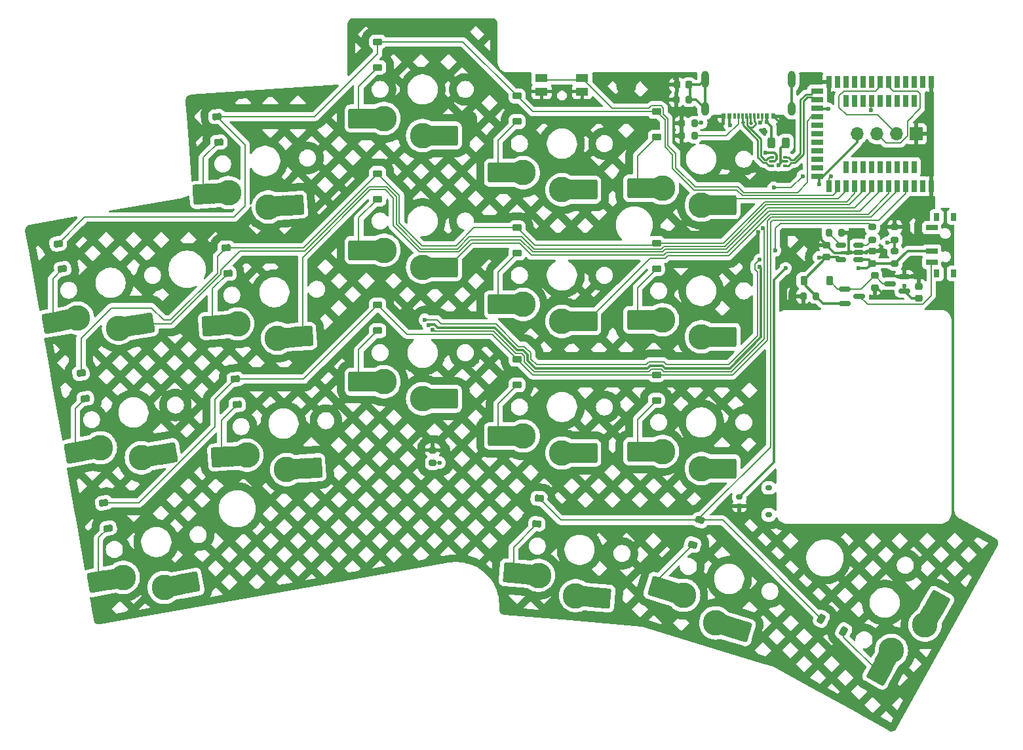
<source format=gbl>
G04 #@! TF.GenerationSoftware,KiCad,Pcbnew,8.0.4*
G04 #@! TF.CreationDate,2024-10-20T02:46:25-03:00*
G04 #@! TF.ProjectId,carpo_left,63617270-6f5f-46c6-9566-742e6b696361,rev?*
G04 #@! TF.SameCoordinates,Original*
G04 #@! TF.FileFunction,Copper,L2,Bot*
G04 #@! TF.FilePolarity,Positive*
%FSLAX46Y46*%
G04 Gerber Fmt 4.6, Leading zero omitted, Abs format (unit mm)*
G04 Created by KiCad (PCBNEW 8.0.4) date 2024-10-20 02:46:25*
%MOMM*%
%LPD*%
G01*
G04 APERTURE LIST*
G04 Aperture macros list*
%AMRoundRect*
0 Rectangle with rounded corners*
0 $1 Rounding radius*
0 $2 $3 $4 $5 $6 $7 $8 $9 X,Y pos of 4 corners*
0 Add a 4 corners polygon primitive as box body*
4,1,4,$2,$3,$4,$5,$6,$7,$8,$9,$2,$3,0*
0 Add four circle primitives for the rounded corners*
1,1,$1+$1,$2,$3*
1,1,$1+$1,$4,$5*
1,1,$1+$1,$6,$7*
1,1,$1+$1,$8,$9*
0 Add four rect primitives between the rounded corners*
20,1,$1+$1,$2,$3,$4,$5,0*
20,1,$1+$1,$4,$5,$6,$7,0*
20,1,$1+$1,$6,$7,$8,$9,0*
20,1,$1+$1,$8,$9,$2,$3,0*%
%AMRotRect*
0 Rectangle, with rotation*
0 The origin of the aperture is its center*
0 $1 length*
0 $2 width*
0 $3 Rotation angle, in degrees counterclockwise*
0 Add horizontal line*
21,1,$1,$2,0,0,$3*%
G04 Aperture macros list end*
G04 #@! TA.AperFunction,ComponentPad*
%ADD10R,1.700000X1.700000*%
G04 #@! TD*
G04 #@! TA.AperFunction,ComponentPad*
%ADD11O,1.700000X1.700000*%
G04 #@! TD*
G04 #@! TA.AperFunction,SMDPad,CuDef*
%ADD12RoundRect,0.225000X-0.408374X0.156464X-0.330232X-0.286700X0.408374X-0.156464X0.330232X0.286700X0*%
G04 #@! TD*
G04 #@! TA.AperFunction,ComponentPad*
%ADD13C,3.300000*%
G04 #@! TD*
G04 #@! TA.AperFunction,SMDPad,CuDef*
%ADD14R,1.200000X2.600000*%
G04 #@! TD*
G04 #@! TA.AperFunction,SMDPad,CuDef*
%ADD15RoundRect,0.260000X1.065000X1.040000X-1.065000X1.040000X-1.065000X-1.040000X1.065000X-1.040000X0*%
G04 #@! TD*
G04 #@! TA.AperFunction,SMDPad,CuDef*
%ADD16RoundRect,0.200000X0.200000X0.275000X-0.200000X0.275000X-0.200000X-0.275000X0.200000X-0.275000X0*%
G04 #@! TD*
G04 #@! TA.AperFunction,SMDPad,CuDef*
%ADD17RoundRect,0.225000X-0.292831X0.324808X-0.424398X-0.105529X0.292831X-0.324808X0.424398X0.105529X0*%
G04 #@! TD*
G04 #@! TA.AperFunction,SMDPad,CuDef*
%ADD18RoundRect,0.243750X0.243750X0.456250X-0.243750X0.456250X-0.243750X-0.456250X0.243750X-0.456250X0*%
G04 #@! TD*
G04 #@! TA.AperFunction,SMDPad,CuDef*
%ADD19RoundRect,0.225000X0.250000X-0.225000X0.250000X0.225000X-0.250000X0.225000X-0.250000X-0.225000X0*%
G04 #@! TD*
G04 #@! TA.AperFunction,SMDPad,CuDef*
%ADD20RoundRect,0.225000X-0.375000X0.225000X-0.375000X-0.225000X0.375000X-0.225000X0.375000X0.225000X0*%
G04 #@! TD*
G04 #@! TA.AperFunction,SMDPad,CuDef*
%ADD21RotRect,1.200000X2.600000X184.000000*%
G04 #@! TD*
G04 #@! TA.AperFunction,SMDPad,CuDef*
%ADD22RoundRect,0.260000X0.989859X1.111757X-1.134952X0.963176X-0.989859X-1.111757X1.134952X-0.963176X0*%
G04 #@! TD*
G04 #@! TA.AperFunction,SMDPad,CuDef*
%ADD23RotRect,1.200000X2.600000X4.000000*%
G04 #@! TD*
G04 #@! TA.AperFunction,SMDPad,CuDef*
%ADD24RotRect,1.200000X2.600000X190.000000*%
G04 #@! TD*
G04 #@! TA.AperFunction,SMDPad,CuDef*
%ADD25RoundRect,0.260000X0.868226X1.209135X-1.229414X0.839265X-0.868226X-1.209135X1.229414X-0.839265X0*%
G04 #@! TD*
G04 #@! TA.AperFunction,SMDPad,CuDef*
%ADD26RotRect,1.200000X2.600000X10.000000*%
G04 #@! TD*
G04 #@! TA.AperFunction,SMDPad,CuDef*
%ADD27RotRect,1.200000X2.600000X175.000000*%
G04 #@! TD*
G04 #@! TA.AperFunction,SMDPad,CuDef*
%ADD28RoundRect,0.260000X1.151589X0.943222X-0.970305X1.128863X-1.151589X-0.943222X0.970305X-1.128863X0*%
G04 #@! TD*
G04 #@! TA.AperFunction,SMDPad,CuDef*
%ADD29RotRect,1.200000X2.600000X355.000000*%
G04 #@! TD*
G04 #@! TA.AperFunction,SMDPad,CuDef*
%ADD30R,0.700000X1.524000*%
G04 #@! TD*
G04 #@! TA.AperFunction,SMDPad,CuDef*
%ADD31R,1.524000X0.700000*%
G04 #@! TD*
G04 #@! TA.AperFunction,SMDPad,CuDef*
%ADD32RoundRect,0.150000X0.512500X0.150000X-0.512500X0.150000X-0.512500X-0.150000X0.512500X-0.150000X0*%
G04 #@! TD*
G04 #@! TA.AperFunction,SMDPad,CuDef*
%ADD33RoundRect,0.225000X-0.389782X0.198293X-0.358391X-0.250611X0.389782X-0.198293X0.358391X0.250611X0*%
G04 #@! TD*
G04 #@! TA.AperFunction,SMDPad,CuDef*
%ADD34RoundRect,0.225000X-0.250000X0.225000X-0.250000X-0.225000X0.250000X-0.225000X0.250000X0.225000X0*%
G04 #@! TD*
G04 #@! TA.AperFunction,SMDPad,CuDef*
%ADD35RotRect,1.200000X2.600000X241.000000*%
G04 #@! TD*
G04 #@! TA.AperFunction,SMDPad,CuDef*
%ADD36RoundRect,0.260000X-0.393282X1.435672X-1.425927X-0.427268X0.393282X-1.435672X1.425927X0.427268X0*%
G04 #@! TD*
G04 #@! TA.AperFunction,SMDPad,CuDef*
%ADD37RotRect,1.200000X2.600000X61.000000*%
G04 #@! TD*
G04 #@! TA.AperFunction,SMDPad,CuDef*
%ADD38RoundRect,0.225000X-0.225000X-0.250000X0.225000X-0.250000X0.225000X0.250000X-0.225000X0.250000X0*%
G04 #@! TD*
G04 #@! TA.AperFunction,SMDPad,CuDef*
%ADD39R,1.550000X1.000000*%
G04 #@! TD*
G04 #@! TA.AperFunction,SMDPad,CuDef*
%ADD40RoundRect,0.225000X0.225000X0.375000X-0.225000X0.375000X-0.225000X-0.375000X0.225000X-0.375000X0*%
G04 #@! TD*
G04 #@! TA.AperFunction,SMDPad,CuDef*
%ADD41RoundRect,0.200000X-0.200000X-0.275000X0.200000X-0.275000X0.200000X0.275000X-0.200000X0.275000X0*%
G04 #@! TD*
G04 #@! TA.AperFunction,SMDPad,CuDef*
%ADD42R,0.800000X1.000000*%
G04 #@! TD*
G04 #@! TA.AperFunction,SMDPad,CuDef*
%ADD43R,1.500000X0.700000*%
G04 #@! TD*
G04 #@! TA.AperFunction,SMDPad,CuDef*
%ADD44RoundRect,0.200000X0.275000X-0.200000X0.275000X0.200000X-0.275000X0.200000X-0.275000X-0.200000X0*%
G04 #@! TD*
G04 #@! TA.AperFunction,SMDPad,CuDef*
%ADD45RotRect,1.200000X2.600000X163.000000*%
G04 #@! TD*
G04 #@! TA.AperFunction,SMDPad,CuDef*
%ADD46RoundRect,0.260000X1.322531X0.683181X-0.714398X1.305933X-1.322531X-0.683181X0.714398X-1.305933X0*%
G04 #@! TD*
G04 #@! TA.AperFunction,SMDPad,CuDef*
%ADD47RotRect,1.200000X2.600000X343.000000*%
G04 #@! TD*
G04 #@! TA.AperFunction,SMDPad,CuDef*
%ADD48RoundRect,0.150000X-0.587500X-0.150000X0.587500X-0.150000X0.587500X0.150000X-0.587500X0.150000X0*%
G04 #@! TD*
G04 #@! TA.AperFunction,SMDPad,CuDef*
%ADD49RoundRect,0.225000X-0.353963X0.256827X-0.393183X-0.191460X0.353963X-0.256827X0.393183X0.191460X0*%
G04 #@! TD*
G04 #@! TA.AperFunction,SMDPad,CuDef*
%ADD50R,0.540000X0.800000*%
G04 #@! TD*
G04 #@! TA.AperFunction,SMDPad,CuDef*
%ADD51R,0.300000X0.800000*%
G04 #@! TD*
G04 #@! TA.AperFunction,ComponentPad*
%ADD52O,1.000000X1.800000*%
G04 #@! TD*
G04 #@! TA.AperFunction,ComponentPad*
%ADD53O,1.000000X2.200000*%
G04 #@! TD*
G04 #@! TA.AperFunction,SMDPad,CuDef*
%ADD54RoundRect,0.150000X0.587500X0.150000X-0.587500X0.150000X-0.587500X-0.150000X0.587500X-0.150000X0*%
G04 #@! TD*
G04 #@! TA.AperFunction,SMDPad,CuDef*
%ADD55RoundRect,0.093750X-0.156250X-0.093750X0.156250X-0.093750X0.156250X0.093750X-0.156250X0.093750X0*%
G04 #@! TD*
G04 #@! TA.AperFunction,SMDPad,CuDef*
%ADD56RoundRect,0.075000X-0.250000X-0.075000X0.250000X-0.075000X0.250000X0.075000X-0.250000X0.075000X0*%
G04 #@! TD*
G04 #@! TA.AperFunction,SMDPad,CuDef*
%ADD57RoundRect,0.225000X-0.378593X-0.218900X0.014986X-0.437065X0.378593X0.218900X-0.014986X0.437065X0*%
G04 #@! TD*
G04 #@! TA.AperFunction,SMDPad,CuDef*
%ADD58RoundRect,0.150000X-0.275000X0.150000X-0.275000X-0.150000X0.275000X-0.150000X0.275000X0.150000X0*%
G04 #@! TD*
G04 #@! TA.AperFunction,SMDPad,CuDef*
%ADD59RoundRect,0.175000X-0.225000X0.175000X-0.225000X-0.175000X0.225000X-0.175000X0.225000X0.175000X0*%
G04 #@! TD*
G04 #@! TA.AperFunction,ViaPad*
%ADD60C,0.600000*%
G04 #@! TD*
G04 #@! TA.AperFunction,ViaPad*
%ADD61C,0.500000*%
G04 #@! TD*
G04 #@! TA.AperFunction,Conductor*
%ADD62C,0.200000*%
G04 #@! TD*
G04 #@! TA.AperFunction,Conductor*
%ADD63C,0.300000*%
G04 #@! TD*
G04 #@! TA.AperFunction,Conductor*
%ADD64C,0.220000*%
G04 #@! TD*
G04 APERTURE END LIST*
D10*
X205980000Y-65650000D03*
D11*
X203440000Y-65650000D03*
X200900000Y-65650000D03*
X198360000Y-65650000D03*
D12*
X98058951Y-96557175D03*
X98631989Y-99807041D03*
D13*
X155200000Y-104650000D03*
D14*
X153650000Y-104650000D03*
D15*
X151955000Y-104650000D03*
X163445000Y-106850000D03*
D14*
X161750000Y-106850000D03*
D13*
X160200000Y-106850000D03*
D16*
X177325000Y-65900000D03*
X175675000Y-65900000D03*
D17*
X178049662Y-115522969D03*
X177084836Y-118678775D03*
D18*
X189137500Y-66800000D03*
X187262500Y-66800000D03*
D13*
X173200000Y-72650000D03*
D14*
X171650000Y-72650000D03*
D15*
X169955000Y-72650000D03*
X181445000Y-74850000D03*
D14*
X179750000Y-74850000D03*
D13*
X178200000Y-74850000D03*
X173200000Y-106650000D03*
D14*
X171650000Y-106650000D03*
D15*
X169955000Y-106650000D03*
X181445000Y-108850000D03*
D14*
X179750000Y-108850000D03*
D13*
X178200000Y-108850000D03*
D19*
X200300000Y-82350000D03*
X200300000Y-80800000D03*
D12*
X101010970Y-113298907D03*
X101584008Y-116548773D03*
D20*
X154399473Y-94750650D03*
X154399473Y-98050650D03*
X136399473Y-87750650D03*
X136399473Y-91050650D03*
D13*
X117125419Y-73220984D03*
D21*
X115579194Y-73329106D03*
D22*
X113888323Y-73447343D03*
X125503798Y-74840482D03*
D23*
X123812927Y-74958720D03*
D13*
X122266703Y-75066842D03*
X100566320Y-106167122D03*
D24*
X99039868Y-106436277D03*
D25*
X97370619Y-106730610D03*
X109068086Y-106901970D03*
D26*
X107398837Y-107196303D03*
D13*
X105872385Y-107465458D03*
X157174197Y-122644671D03*
D27*
X155630099Y-122509580D03*
D28*
X153941549Y-122361851D03*
X165196083Y-125554899D03*
D29*
X163507533Y-125407170D03*
D13*
X161963431Y-125272078D03*
X155200000Y-70650001D03*
D14*
X153650000Y-70650001D03*
D15*
X151955000Y-70650001D03*
X163445000Y-72850001D03*
D14*
X161750000Y-72850001D03*
D13*
X160200000Y-72850001D03*
D30*
X207900000Y-72400000D03*
X206800000Y-72400000D03*
X205700000Y-72400000D03*
X204600000Y-72400000D03*
X203500000Y-72400000D03*
X202400000Y-72400000D03*
X201300000Y-72400000D03*
X200200000Y-72400000D03*
X199100000Y-72400000D03*
X198000000Y-72400000D03*
X196900000Y-72400000D03*
X195800000Y-72400000D03*
X194700000Y-72400000D03*
D31*
X193200000Y-71150000D03*
X193200000Y-70050000D03*
X193200000Y-68950000D03*
X193200000Y-67850000D03*
X193200000Y-66750000D03*
X193200000Y-65650000D03*
X193200000Y-64550000D03*
X193200000Y-63450000D03*
X193200000Y-62350000D03*
X193200000Y-61250000D03*
X193200000Y-60150000D03*
D30*
X194700000Y-58900000D03*
X195800000Y-58900000D03*
X196900000Y-58900000D03*
X198000000Y-58900000D03*
X199100000Y-58900000D03*
X200200000Y-58900000D03*
X201300000Y-58900000D03*
X202400000Y-58900000D03*
X203500000Y-58900000D03*
X204600000Y-58900000D03*
X205700000Y-58900000D03*
X206800000Y-58900000D03*
X207900000Y-58900000D03*
X205700000Y-69900000D03*
X204600000Y-69900000D03*
X203500000Y-69900000D03*
X202400000Y-69900000D03*
X201300000Y-69900000D03*
X200200000Y-69900000D03*
X199100000Y-69900000D03*
X198000000Y-69900000D03*
X196900000Y-69900000D03*
X205700000Y-61400000D03*
X204600000Y-61400000D03*
X203500000Y-61400000D03*
X202400000Y-61400000D03*
X201300000Y-61400000D03*
X200200000Y-61400000D03*
X199100000Y-61400000D03*
X198000000Y-61400000D03*
X196900000Y-61400000D03*
D20*
X172399473Y-79750650D03*
X172399473Y-83050650D03*
D13*
X119497139Y-107138161D03*
D21*
X117950914Y-107246283D03*
D22*
X116260043Y-107364520D03*
X127875518Y-108757659D03*
D23*
X126184647Y-108875897D03*
D13*
X124638423Y-108984019D03*
D20*
X172399473Y-96750650D03*
X172399473Y-100050650D03*
D32*
X198475000Y-80000000D03*
X198475000Y-80950000D03*
X198475000Y-81900000D03*
X196200000Y-81900000D03*
X196200000Y-80000000D03*
D33*
X118008018Y-97318766D03*
X118238214Y-100610728D03*
D34*
X200600000Y-83925000D03*
X200600000Y-85475000D03*
D33*
X116822158Y-80360177D03*
X117052354Y-83652139D03*
D13*
X202755395Y-132364118D03*
D35*
X202003940Y-133719778D03*
D36*
X201182188Y-135202259D03*
X208676813Y-126219459D03*
D37*
X207855061Y-127701940D03*
D13*
X207103606Y-129057600D03*
D33*
X115636298Y-63401589D03*
X115866494Y-66693551D03*
D38*
X175025000Y-59300000D03*
X176575000Y-59300000D03*
D13*
X155200000Y-87650000D03*
D14*
X153650000Y-87650000D03*
D15*
X151955000Y-87650000D03*
X163445000Y-89850000D03*
D14*
X161750000Y-89850000D03*
D13*
X160200000Y-89850000D03*
D39*
X162825000Y-58460000D03*
X157575000Y-58460000D03*
X162825000Y-60160000D03*
X157575000Y-60160000D03*
D40*
X194750000Y-84600000D03*
X191450000Y-84600000D03*
D41*
X191375000Y-86600000D03*
X193025000Y-86600000D03*
D13*
X103518339Y-122908854D03*
D24*
X101991887Y-123178009D03*
D25*
X100322638Y-123472342D03*
X112020105Y-123643702D03*
D26*
X110350856Y-123938035D03*
D13*
X108824404Y-124207190D03*
D41*
X174975000Y-61200000D03*
X176625000Y-61200000D03*
D19*
X206300000Y-86875000D03*
X206300000Y-85325000D03*
D20*
X154399473Y-60750651D03*
X154399473Y-64050651D03*
D42*
X210830000Y-76350000D03*
X208620000Y-76350000D03*
X210830000Y-83650000D03*
X208620000Y-83650000D03*
D43*
X207970000Y-77750000D03*
X207970000Y-80750000D03*
X207970000Y-82250000D03*
D20*
X136399473Y-53750650D03*
X136399473Y-57050650D03*
D44*
X203200000Y-79325000D03*
X203200000Y-77675000D03*
D20*
X172399473Y-62750650D03*
X172399473Y-66050650D03*
X154399473Y-77750650D03*
X154399473Y-81050650D03*
D13*
X137200000Y-80650000D03*
D14*
X135650000Y-80650000D03*
D15*
X133955000Y-80650000D03*
X145445000Y-82850000D03*
D14*
X143750000Y-82850000D03*
D13*
X142200000Y-82850000D03*
X175920920Y-125223816D03*
D45*
X174438648Y-124770640D03*
D46*
X172817711Y-124275070D03*
X183162435Y-129738291D03*
D47*
X181541499Y-129242720D03*
D13*
X180059226Y-128789545D03*
D19*
X194400000Y-81575000D03*
X194400000Y-80025000D03*
D48*
X196762500Y-87550000D03*
X196762500Y-85650000D03*
X198637500Y-86600000D03*
D49*
X157239505Y-112713221D03*
X156951891Y-116000663D03*
D13*
X137200000Y-63650000D03*
D14*
X135650000Y-63650000D03*
D15*
X133955000Y-63650000D03*
X145445000Y-65850000D03*
D14*
X143750000Y-65850000D03*
D13*
X142200000Y-65850000D03*
D50*
X187477000Y-63297000D03*
X181077000Y-63297000D03*
X186677000Y-63297000D03*
X181877000Y-63297000D03*
D51*
X183027000Y-63297000D03*
X184027000Y-63297000D03*
X184527000Y-63297000D03*
X185527000Y-63297000D03*
X186027000Y-63297000D03*
X185027000Y-63297000D03*
X183527000Y-63297000D03*
X182519000Y-63297000D03*
D52*
X189852300Y-62397000D03*
D53*
X189852300Y-58597000D03*
X178701700Y-58597000D03*
D52*
X178701400Y-62397000D03*
D16*
X177325000Y-64300000D03*
X175675000Y-64300000D03*
D44*
X203200000Y-82425000D03*
X203200000Y-80775000D03*
D54*
X204437500Y-84050000D03*
X204437500Y-85950000D03*
X202562500Y-85000000D03*
D55*
X187350000Y-69737500D03*
D56*
X187275000Y-69200000D03*
D55*
X187350000Y-68662500D03*
X189050000Y-68662500D03*
D56*
X189125000Y-69200000D03*
D55*
X189050000Y-69737500D03*
D57*
X193709124Y-128264974D03*
X196595370Y-129864846D03*
D20*
X136399473Y-70750650D03*
X136399473Y-74050650D03*
D13*
X118311279Y-90179572D03*
D21*
X116765054Y-90287694D03*
D22*
X115074183Y-90405931D03*
X126689658Y-91799070D03*
D23*
X124998787Y-91917308D03*
D13*
X123452563Y-92025430D03*
D41*
X194675000Y-78400000D03*
X196325000Y-78400000D03*
D58*
X183125000Y-112500000D03*
X183125000Y-113700000D03*
D59*
X186900000Y-111350000D03*
X186900000Y-114850000D03*
D44*
X200300000Y-79300000D03*
X200300000Y-77650000D03*
D13*
X137200000Y-97650000D03*
D14*
X135650000Y-97650000D03*
D15*
X133955000Y-97650000D03*
X145445000Y-99850000D03*
D14*
X143750000Y-99850000D03*
D13*
X142200000Y-99850000D03*
X173200000Y-89650000D03*
D14*
X171650000Y-89650000D03*
D15*
X169955000Y-89650000D03*
X181445000Y-91850000D03*
D14*
X179750000Y-91850000D03*
D13*
X178200000Y-91850000D03*
D12*
X95106932Y-79815443D03*
X95679970Y-83065309D03*
D13*
X97614301Y-89425390D03*
D24*
X96087849Y-89694545D03*
D25*
X94418600Y-89988878D03*
X106116067Y-90160238D03*
D26*
X104446818Y-90454571D03*
D13*
X102920366Y-90723726D03*
D44*
X143500000Y-108125000D03*
X143500000Y-106475000D03*
D60*
X204400000Y-85300000D03*
X193400000Y-72100000D03*
X189100000Y-83000000D03*
X198500000Y-83000000D03*
X187750000Y-80700000D03*
X142488302Y-89635863D03*
X185740380Y-81890380D03*
X144400000Y-108100000D03*
X143500000Y-90900000D03*
X200100000Y-62600000D03*
X187550000Y-72600000D03*
X186150000Y-77771200D03*
X191300000Y-71100000D03*
X181900000Y-64500000D03*
X186700000Y-64100000D03*
X202200000Y-79700000D03*
X195000000Y-71100000D03*
X180600000Y-64800000D03*
X207900000Y-60200000D03*
X203200000Y-76600000D03*
X205500000Y-84000000D03*
X148000000Y-63800000D03*
X186500000Y-65400000D03*
X110100000Y-75100000D03*
X179900000Y-64800000D03*
X144474999Y-106508409D03*
X188500000Y-64100000D03*
X175000000Y-62200000D03*
X185584313Y-78336888D03*
X189800000Y-65200000D03*
X186500000Y-68100000D03*
X162800000Y-61300000D03*
X157600000Y-61300000D03*
X194700000Y-60100000D03*
X197200000Y-81000000D03*
X189800000Y-64300000D03*
X174800000Y-58400000D03*
X201600000Y-86200000D03*
X206400000Y-84200000D03*
X130200000Y-60100000D03*
X151300000Y-56200000D03*
X179200000Y-64800000D03*
X207900000Y-71100000D03*
X197200000Y-78400000D03*
X168500000Y-59400000D03*
X175800000Y-63200000D03*
X201500000Y-80300000D03*
X193500000Y-79100000D03*
X181400000Y-69000000D03*
X176000000Y-67000000D03*
X185750000Y-82800000D03*
X193400000Y-81600000D03*
X142934313Y-90300000D03*
X188200000Y-69700000D03*
X194600000Y-62400000D03*
D61*
X183577000Y-64150000D03*
X184620000Y-64300000D03*
D60*
X185810000Y-64176104D03*
X178200000Y-64200000D03*
D62*
X94418600Y-84326679D02*
X94418600Y-89988878D01*
X95679970Y-83065309D02*
X94418600Y-84326679D01*
D63*
X206300000Y-86875000D02*
X205362500Y-86875000D01*
X193200000Y-71150000D02*
X193912000Y-71150000D01*
X198360000Y-66702000D02*
X198360000Y-65650000D01*
X204437500Y-85950000D02*
X204437500Y-85337500D01*
X204437500Y-85337500D02*
X204400000Y-85300000D01*
X205362500Y-86875000D02*
X204437500Y-85950000D01*
X193400000Y-72100000D02*
X193400000Y-71350000D01*
X193400000Y-71350000D02*
X193200000Y-71150000D01*
X193912000Y-71150000D02*
X198360000Y-66702000D01*
X199650000Y-83000000D02*
X200300000Y-82350000D01*
X204875000Y-80750000D02*
X207970000Y-80750000D01*
X200300000Y-82350000D02*
X203125000Y-82350000D01*
X198475000Y-81900000D02*
X199850000Y-81900000D01*
X199850000Y-81900000D02*
X200300000Y-82350000D01*
X187600000Y-108025000D02*
X183125000Y-112500000D01*
X189100000Y-83000000D02*
X187600000Y-84500000D01*
X187600000Y-84500000D02*
X187600000Y-108025000D01*
X203125000Y-82350000D02*
X203200000Y-82425000D01*
X203200000Y-82425000D02*
X204875000Y-80750000D01*
X198500000Y-83000000D02*
X199650000Y-83000000D01*
D62*
X113888323Y-68671722D02*
X113888323Y-73447343D01*
X115866494Y-66693551D02*
X113888323Y-68671722D01*
X156399472Y-62750650D02*
X172399473Y-62750650D01*
X173500000Y-67297058D02*
X173500000Y-63851177D01*
X174500000Y-68297058D02*
X173500000Y-67297058D01*
X119300000Y-74900000D02*
X119300000Y-67065291D01*
X136399473Y-55265691D02*
X136399473Y-53750650D01*
X177252942Y-72900000D02*
X174500000Y-70147058D01*
X147399472Y-53750650D02*
X154399473Y-60750651D01*
X195212000Y-73600000D02*
X183500000Y-73600000D01*
X95106932Y-79815443D02*
X98522375Y-76400000D01*
X173500000Y-63851177D02*
X172399473Y-62750650D01*
X154399473Y-60750651D02*
X156399472Y-62750650D01*
X195800000Y-73012000D02*
X195212000Y-73600000D01*
X117800000Y-76400000D02*
X119300000Y-74900000D01*
X119300000Y-67065291D02*
X115636298Y-63401589D01*
X182800000Y-72900000D02*
X177252942Y-72900000D01*
X128263575Y-63401589D02*
X136399473Y-55265691D01*
X115636298Y-63401589D02*
X128263575Y-63401589D01*
X136399473Y-53750650D02*
X147399472Y-53750650D01*
X98522375Y-76400000D02*
X117800000Y-76400000D01*
X174500000Y-70147058D02*
X174500000Y-68297058D01*
X183500000Y-73600000D02*
X182800000Y-72900000D01*
X195800000Y-72400000D02*
X195800000Y-73012000D01*
X139200000Y-77168628D02*
X142131372Y-80100000D01*
X139200000Y-73551177D02*
X139200000Y-77168628D01*
X102000000Y-88100000D02*
X107200000Y-88100000D01*
X109634314Y-89700000D02*
X115700000Y-83634314D01*
X115700000Y-81482335D02*
X116822158Y-80360177D01*
X108800000Y-89700000D02*
X109634314Y-89700000D01*
X126789946Y-80360177D02*
X136399473Y-70750650D01*
X181049350Y-79750650D02*
X186400000Y-74400000D01*
X116822158Y-80360177D02*
X126789946Y-80360177D01*
X186400000Y-74400000D02*
X196962000Y-74400000D01*
X172150123Y-80000000D02*
X172399473Y-79750650D01*
X198000000Y-73362000D02*
X198000000Y-72400000D01*
X154399473Y-77750650D02*
X156648823Y-80000000D01*
X172399473Y-79750650D02*
X181049350Y-79750650D01*
X148847292Y-77750650D02*
X154399473Y-77750650D01*
X107200000Y-88100000D02*
X108800000Y-89700000D01*
X98058951Y-92041049D02*
X102000000Y-88100000D01*
X142131372Y-80100000D02*
X146497942Y-80100000D01*
X196962000Y-74400000D02*
X198000000Y-73362000D01*
X98058951Y-96557175D02*
X98058951Y-92041049D01*
X146497942Y-80100000D02*
X148847292Y-77750650D01*
X136399473Y-70750650D02*
X139200000Y-73551177D01*
X115700000Y-83634314D02*
X115700000Y-81482335D01*
X156648823Y-80000000D02*
X172150123Y-80000000D01*
X136399473Y-57050650D02*
X133955000Y-59495123D01*
X133955000Y-59495123D02*
X133955000Y-63650000D01*
X154399473Y-64050651D02*
X151955000Y-66495124D01*
X151955000Y-66495124D02*
X151955000Y-70650001D01*
X156399473Y-96750650D02*
X172399473Y-96750650D01*
X115400000Y-103432205D02*
X115400000Y-99926784D01*
X200112000Y-76400000D02*
X203500000Y-73012000D01*
X151148823Y-91500000D02*
X154399473Y-94750650D01*
X140148823Y-91500000D02*
X151148823Y-91500000D01*
X154399473Y-94750650D02*
X156399473Y-96750650D01*
X186750000Y-92250000D02*
X186750000Y-76888359D01*
X115400000Y-99926784D02*
X118008018Y-97318766D01*
X187238358Y-76400000D02*
X200112000Y-76400000D01*
X186900000Y-76738358D02*
X187238358Y-76400000D01*
X118008018Y-97318766D02*
X126831357Y-97318766D01*
X182249350Y-96750650D02*
X186750000Y-92250000D01*
X203500000Y-73012000D02*
X203500000Y-72400000D01*
X172399473Y-96750650D02*
X182249350Y-96750650D01*
X126831357Y-97318766D02*
X136399473Y-87750650D01*
X186750000Y-76888359D02*
X186900000Y-76738358D01*
X101010970Y-113298907D02*
X105533298Y-113298907D01*
X136399473Y-87750650D02*
X140148823Y-91500000D01*
X105533298Y-113298907D02*
X115400000Y-103432205D01*
X180967119Y-115522969D02*
X193709124Y-128264974D01*
X178049662Y-115150338D02*
X187150000Y-106050000D01*
X157239505Y-112713221D02*
X160049253Y-115522969D01*
X187150000Y-77054044D02*
X187404044Y-76800000D01*
X160049253Y-115522969D02*
X178049662Y-115522969D01*
X187404044Y-76800000D02*
X201162000Y-76800000D01*
X201162000Y-76800000D02*
X204600000Y-73362000D01*
X178049662Y-115522969D02*
X178049662Y-115150338D01*
X204600000Y-73362000D02*
X204600000Y-72400000D01*
X187150000Y-106050000D02*
X187150000Y-77054044D01*
X178049662Y-115522969D02*
X180967119Y-115522969D01*
X172399473Y-66050650D02*
X169955000Y-68495123D01*
X169955000Y-68495123D02*
X169955000Y-72650000D01*
X187750000Y-80700000D02*
X187750000Y-77850000D01*
X156199473Y-94712172D02*
X156937951Y-95450650D01*
X154587951Y-93100650D02*
X155370961Y-93100650D01*
X185450000Y-91711522D02*
X185450000Y-89500000D01*
X144600000Y-90200000D02*
X151687301Y-90200000D01*
X173370961Y-95100650D02*
X173720961Y-95450650D01*
X144035863Y-89635863D02*
X144600000Y-90200000D01*
X185450000Y-83450000D02*
X185150000Y-83150000D01*
X185450000Y-89500000D02*
X185450000Y-83450000D01*
X151687301Y-90200000D02*
X154587951Y-93100650D01*
X185150000Y-83150000D02*
X185150000Y-82480760D01*
X188400000Y-77200000D02*
X199850000Y-77200000D01*
X155370961Y-93100650D02*
X156199473Y-93929162D01*
X171077985Y-95450650D02*
X171427985Y-95100650D01*
X142488302Y-89635863D02*
X144035863Y-89635863D01*
X173720961Y-95450650D02*
X181710872Y-95450650D01*
X187750000Y-77850000D02*
X188400000Y-77200000D01*
X199850000Y-77200000D02*
X200300000Y-77650000D01*
X156937951Y-95450650D02*
X171077985Y-95450650D01*
X171427985Y-95100650D02*
X173370961Y-95100650D01*
X185150000Y-82480760D02*
X185740380Y-81890380D01*
X181710872Y-95450650D02*
X185450000Y-91711522D01*
X156199473Y-93929162D02*
X156199473Y-94712172D01*
X97370619Y-101068411D02*
X97370619Y-106730610D01*
X98631989Y-99807041D02*
X97370619Y-101068411D01*
X143500000Y-108125000D02*
X144375000Y-108125000D01*
X144375000Y-108125000D02*
X144400000Y-108100000D01*
X182083664Y-96350650D02*
X173348169Y-96350650D01*
X154998169Y-94000650D02*
X154215159Y-94000650D01*
X187550000Y-72600000D02*
X189800000Y-72600000D01*
X200100000Y-62600000D02*
X200100000Y-61500000D01*
X171800777Y-96000650D02*
X171450777Y-96350650D01*
X156565159Y-96350650D02*
X155299473Y-95084964D01*
X154215159Y-94000650D02*
X151314509Y-91100000D01*
X143700000Y-91100000D02*
X143500000Y-90900000D01*
X186150000Y-77771200D02*
X186350000Y-77971200D01*
X151314509Y-91100000D02*
X143700000Y-91100000D01*
X200100000Y-61500000D02*
X200200000Y-61400000D01*
X173348169Y-96350650D02*
X172998169Y-96000650D01*
X186350000Y-77971200D02*
X186350000Y-92084314D01*
X155299473Y-94301954D02*
X154998169Y-94000650D01*
X186350000Y-92084314D02*
X182083664Y-96350650D01*
X171450777Y-96350650D02*
X156565159Y-96350650D01*
X155299473Y-95084964D02*
X155299473Y-94301954D01*
X172998169Y-96000650D02*
X171800777Y-96000650D01*
X189800000Y-72600000D02*
X191300000Y-71100000D01*
D64*
X191385000Y-68276630D02*
X190276630Y-69385000D01*
X192423000Y-60885000D02*
X191876630Y-60885000D01*
X189502501Y-69660000D02*
X189425001Y-69737500D01*
X190276630Y-69385000D02*
X189811552Y-69385000D01*
X192788000Y-61250000D02*
X192423000Y-60885000D01*
X193200000Y-61250000D02*
X192788000Y-61250000D01*
X189425001Y-69737500D02*
X189050000Y-69737500D01*
X189811552Y-69385000D02*
X189536552Y-69660000D01*
X189536552Y-69660000D02*
X189502501Y-69660000D01*
X191876630Y-60885000D02*
X191385000Y-61376630D01*
X191385000Y-61376630D02*
X191385000Y-68276630D01*
D62*
X115074183Y-85630310D02*
X115074183Y-90405931D01*
X117052354Y-83652139D02*
X115074183Y-85630310D01*
X136399473Y-74050650D02*
X133955000Y-76495123D01*
X133955000Y-76495123D02*
X133955000Y-80650000D01*
D64*
X192788000Y-60150000D02*
X192423000Y-60515000D01*
X193200000Y-60150000D02*
X192788000Y-60150000D01*
X189502501Y-68740000D02*
X189425001Y-68662500D01*
X192423000Y-60515000D02*
X191723370Y-60515000D01*
X189536552Y-68740000D02*
X189502501Y-68740000D01*
X189811552Y-69015000D02*
X189536552Y-68740000D01*
X190123370Y-69015000D02*
X189811552Y-69015000D01*
X189425001Y-68662500D02*
X189050000Y-68662500D01*
X191723370Y-60515000D02*
X191015000Y-61223370D01*
X191015000Y-68123370D02*
X190123370Y-69015000D01*
X191015000Y-61223370D02*
X191015000Y-68123370D01*
D63*
X187262500Y-64662500D02*
X186700000Y-64100000D01*
X186700000Y-63320000D02*
X186677000Y-63297000D01*
X187262500Y-66800000D02*
X187262500Y-64662500D01*
X181900000Y-64500000D02*
X181877000Y-64477000D01*
X186700000Y-64100000D02*
X186700000Y-63320000D01*
X181877000Y-64477000D02*
X181877000Y-63297000D01*
D62*
X151955000Y-83495123D02*
X151955000Y-87650000D01*
X154399473Y-81050650D02*
X151955000Y-83495123D01*
X196000000Y-60738000D02*
X196638000Y-60100000D01*
X203440000Y-65650000D02*
X200990000Y-63200000D01*
X196638000Y-60100000D02*
X200712000Y-60100000D01*
X196988000Y-63200000D02*
X196000000Y-62212000D01*
X200712000Y-60100000D02*
X201300000Y-59512000D01*
X200990000Y-63200000D02*
X196988000Y-63200000D01*
X201300000Y-59512000D02*
X201300000Y-58900000D01*
X196000000Y-62212000D02*
X196000000Y-60738000D01*
X169955000Y-85495123D02*
X169955000Y-89650000D01*
X172399473Y-83050650D02*
X169955000Y-85495123D01*
X206500000Y-62312000D02*
X206500000Y-60488000D01*
X203930000Y-66800000D02*
X204830000Y-65900000D01*
X200900000Y-65650000D02*
X202050000Y-66800000D01*
X202050000Y-66800000D02*
X203930000Y-66800000D01*
X204830000Y-65900000D02*
X204830000Y-63982000D01*
X206112000Y-60100000D02*
X202988000Y-60100000D01*
X202988000Y-60100000D02*
X202400000Y-59512000D01*
X204830000Y-63982000D02*
X206500000Y-62312000D01*
X202400000Y-59512000D02*
X202400000Y-58900000D01*
X206500000Y-60488000D02*
X206112000Y-60100000D01*
X101584008Y-116548773D02*
X100322638Y-117810143D01*
X100322638Y-117810143D02*
X100322638Y-123472342D01*
X199600000Y-80000000D02*
X200300000Y-79300000D01*
X198475000Y-80000000D02*
X199600000Y-80000000D01*
X194675000Y-78400000D02*
X194675000Y-78475000D01*
X194675000Y-78475000D02*
X196200000Y-80000000D01*
X118238214Y-100610728D02*
X116260043Y-102588899D01*
X116260043Y-102588899D02*
X116260043Y-107364520D01*
X156951891Y-116000663D02*
X153941549Y-119011005D01*
X153941549Y-119011005D02*
X153941549Y-122361851D01*
X194700000Y-72400000D02*
X194700000Y-71400000D01*
X194700000Y-71400000D02*
X195000000Y-71100000D01*
X202825000Y-79700000D02*
X203200000Y-79325000D01*
D63*
X203200000Y-80775000D02*
X203200000Y-79325000D01*
D62*
X202200000Y-79700000D02*
X202825000Y-79700000D01*
X136399473Y-91050650D02*
X133955000Y-93495123D01*
X133955000Y-93495123D02*
X133955000Y-97650000D01*
X173900000Y-67131372D02*
X174900000Y-68131372D01*
X191900000Y-64000000D02*
X192450000Y-63450000D01*
X173900000Y-63685491D02*
X173900000Y-64016863D01*
X174900000Y-68131372D02*
X174900000Y-69000000D01*
X157775000Y-58660000D02*
X162625000Y-58660000D01*
X157575000Y-58460000D02*
X157775000Y-58660000D01*
X173900000Y-64016863D02*
X173900000Y-67131372D01*
X173300000Y-63085491D02*
X173900000Y-63685491D01*
X182965686Y-72500000D02*
X183665686Y-73200000D01*
X167300000Y-62350650D02*
X171450777Y-62350650D01*
X171450777Y-62350650D02*
X171800777Y-62000650D01*
X162625000Y-58660000D02*
X162825000Y-58460000D01*
X192450000Y-63450000D02*
X193200000Y-63450000D01*
X177418628Y-72500000D02*
X182965686Y-72500000D01*
X177400000Y-72481371D02*
X177400000Y-72481372D01*
X171800777Y-62000650D02*
X172998169Y-62000650D01*
X174900000Y-69000000D02*
X174900000Y-69981371D01*
X190600000Y-73200000D02*
X191900000Y-71900000D01*
X191900000Y-71900000D02*
X191900000Y-64000000D01*
X166715650Y-62350650D02*
X167300000Y-62350650D01*
X183665686Y-73200000D02*
X186300000Y-73200000D01*
X177400000Y-72481372D02*
X177418628Y-72500000D01*
X186300000Y-73200000D02*
X190600000Y-73200000D01*
X173300000Y-62302481D02*
X173300000Y-63000000D01*
X173300000Y-63000000D02*
X173300000Y-63085491D01*
X174900000Y-69981371D02*
X177400000Y-72481371D01*
X172998169Y-62000650D02*
X173300000Y-62302481D01*
X162825000Y-58460000D02*
X166715650Y-62350650D01*
X116136575Y-83231937D02*
X118608335Y-80760177D01*
X118608335Y-80760177D02*
X126955631Y-80760177D01*
X126955631Y-80760177D02*
X127189946Y-80525862D01*
X135257905Y-72457904D02*
X137541041Y-72457904D01*
X173348169Y-80150650D02*
X181215036Y-80150650D01*
X197312000Y-74800000D02*
X199100000Y-73012000D01*
X138800000Y-73716863D02*
X138800000Y-77334314D01*
X137541041Y-72457904D02*
X138800000Y-73716863D01*
X109739762Y-90160238D02*
X116136575Y-83763425D01*
X116136575Y-83763425D02*
X116136575Y-83231937D01*
X146663628Y-80500000D02*
X148213628Y-78950000D01*
X127189946Y-80525862D02*
X135257905Y-72457904D01*
X156583788Y-80500650D02*
X172998169Y-80500650D01*
X172998169Y-80500650D02*
X173348169Y-80150650D01*
X106116067Y-90160238D02*
X109739762Y-90160238D01*
X138800000Y-77334314D02*
X141965686Y-80500000D01*
X155033138Y-78950000D02*
X156583788Y-80500650D01*
X186565686Y-74800000D02*
X197312000Y-74800000D01*
X148213628Y-78950000D02*
X155033138Y-78950000D01*
X141965686Y-80500000D02*
X146663628Y-80500000D01*
X181215036Y-80150650D02*
X186565686Y-74800000D01*
X199100000Y-73012000D02*
X199100000Y-72400000D01*
X151955000Y-100495123D02*
X151955000Y-104650000D01*
X154399473Y-98050650D02*
X151955000Y-100495123D01*
X172399473Y-100050650D02*
X169955000Y-102495123D01*
X169955000Y-102495123D02*
X169955000Y-106650000D01*
X173513855Y-80550650D02*
X173163855Y-80900650D01*
X200200000Y-73012000D02*
X200200000Y-72400000D01*
X137375355Y-72857904D02*
X135442096Y-72857904D01*
X180700000Y-80550650D02*
X173513855Y-80550650D01*
X154867452Y-79350000D02*
X148379314Y-79350000D01*
X126689658Y-81610342D02*
X126689658Y-91799070D01*
X135442096Y-72857904D02*
X126689658Y-81610342D01*
X180700000Y-80550650D02*
X181380722Y-80550650D01*
X181380722Y-80550650D02*
X186731372Y-75200000D01*
X156418102Y-80900650D02*
X154867452Y-79350000D01*
X138400000Y-77500000D02*
X138400000Y-73882549D01*
X141800000Y-80900000D02*
X138400000Y-77500000D01*
X173163855Y-80900650D02*
X156418102Y-80900650D01*
X138400000Y-73882549D02*
X137375355Y-72857904D01*
X181390652Y-80550650D02*
X180700000Y-80550650D01*
X146829314Y-80900000D02*
X141800000Y-80900000D01*
X198012000Y-75200000D02*
X200200000Y-73012000D01*
X148379314Y-79350000D02*
X146829314Y-80900000D01*
X186731372Y-75200000D02*
X198012000Y-75200000D01*
X172817711Y-122945900D02*
X172817711Y-124275070D01*
X177084836Y-118678775D02*
X172817711Y-122945900D01*
X196595370Y-129864846D02*
X196595370Y-130615441D01*
X196595370Y-130615441D02*
X201182188Y-135202259D01*
D63*
X177998700Y-59300000D02*
X178701700Y-58597000D01*
X176750000Y-59300000D02*
X176750000Y-61075000D01*
X178701700Y-62396700D02*
X178701400Y-62397000D01*
X176750000Y-61075000D02*
X176625000Y-61200000D01*
X178701700Y-58597000D02*
X178701700Y-62396700D01*
X176625000Y-61200000D02*
X177504400Y-61200000D01*
X189852300Y-62397000D02*
X189852300Y-58597000D01*
X176750000Y-59300000D02*
X177998700Y-59300000D01*
X177504400Y-61200000D02*
X178701400Y-62397000D01*
X197212500Y-78412500D02*
X197212500Y-80987500D01*
X206300000Y-84300000D02*
X206400000Y-84200000D01*
X187950000Y-68382344D02*
X187950000Y-68942656D01*
X197212500Y-80987500D02*
X197200000Y-81000000D01*
X196325000Y-78400000D02*
X197200000Y-78400000D01*
X144441590Y-106475000D02*
X144474999Y-106508409D01*
X175675000Y-64300000D02*
X175675000Y-63325000D01*
X174975000Y-61200000D02*
X174975000Y-62175000D01*
X157575000Y-60160000D02*
X157575000Y-61275000D01*
X200875000Y-85475000D02*
X200600000Y-85475000D01*
X203200000Y-77675000D02*
X203200000Y-76600000D01*
X206300000Y-85325000D02*
X206300000Y-84300000D01*
X186500000Y-68100000D02*
X187667656Y-68100000D01*
X157575000Y-61275000D02*
X157600000Y-61300000D01*
X162825000Y-60160000D02*
X162825000Y-61275000D01*
X194400000Y-80000000D02*
X193500000Y-79100000D01*
X194400000Y-80025000D02*
X195375000Y-81000000D01*
X175675000Y-63325000D02*
X175800000Y-63200000D01*
X201600000Y-86200000D02*
X200875000Y-85475000D01*
X175675000Y-65900000D02*
X175675000Y-64300000D01*
X175675000Y-66675000D02*
X176000000Y-67000000D01*
X181077000Y-64323000D02*
X181077000Y-63297000D01*
X187692656Y-69200000D02*
X187275000Y-69200000D01*
X198475000Y-80950000D02*
X197250000Y-80950000D01*
X187950000Y-68942656D02*
X187692656Y-69200000D01*
X207900000Y-72400000D02*
X207900000Y-71100000D01*
X162825000Y-61275000D02*
X162800000Y-61300000D01*
X205450000Y-84050000D02*
X205500000Y-84000000D01*
X143500000Y-106475000D02*
X144441590Y-106475000D01*
X200300000Y-80800000D02*
X201000000Y-80800000D01*
X195375000Y-81000000D02*
X197200000Y-81000000D01*
X197250000Y-80950000D02*
X197200000Y-81000000D01*
X201000000Y-80800000D02*
X201500000Y-80300000D01*
X174975000Y-59425000D02*
X174975000Y-61200000D01*
X207900000Y-58900000D02*
X207900000Y-60200000D01*
X197200000Y-78400000D02*
X197212500Y-78412500D01*
X188500000Y-64100000D02*
X188280000Y-64100000D01*
X194700000Y-58900000D02*
X194700000Y-60100000D01*
X188280000Y-64100000D02*
X187477000Y-63297000D01*
X175675000Y-65900000D02*
X175675000Y-66675000D01*
X174850000Y-59300000D02*
X174975000Y-59425000D01*
X174850000Y-58450000D02*
X174850000Y-59300000D01*
X174800000Y-58400000D02*
X174850000Y-58450000D01*
X180600000Y-64800000D02*
X181077000Y-64323000D01*
X187667656Y-68100000D02*
X187950000Y-68382344D01*
X174975000Y-62175000D02*
X175000000Y-62200000D01*
X204437500Y-84050000D02*
X205450000Y-84050000D01*
X194400000Y-80025000D02*
X194400000Y-80000000D01*
X194400000Y-81575000D02*
X195875000Y-81575000D01*
X142984313Y-90250000D02*
X142934313Y-90300000D01*
X155184565Y-93550650D02*
X154401555Y-93550650D01*
X185750000Y-82800000D02*
X185900000Y-82950000D01*
X193025000Y-86600000D02*
X193975000Y-87550000D01*
X193975000Y-87550000D02*
X196762500Y-87550000D01*
X155749473Y-94115558D02*
X155184565Y-93550650D01*
X188450000Y-69450000D02*
X188200000Y-69700000D01*
X194375000Y-81600000D02*
X194400000Y-81575000D01*
X195875000Y-81575000D02*
X196200000Y-81900000D01*
X191375000Y-84675000D02*
X191450000Y-84600000D01*
X171264381Y-95900650D02*
X156751555Y-95900650D01*
X185900000Y-82950000D02*
X185900000Y-91897918D01*
X188450000Y-68950000D02*
X188450000Y-69450000D01*
X154401555Y-93550650D02*
X151500905Y-90650000D01*
X191450000Y-84600000D02*
X191450000Y-85025000D01*
X191450000Y-84600000D02*
X191450000Y-84525000D01*
X156751555Y-95900650D02*
X155749473Y-94898568D01*
X185900000Y-91897918D02*
X181897268Y-95900650D01*
X143769239Y-90250000D02*
X142984313Y-90250000D01*
X151500905Y-90650000D02*
X144169239Y-90650000D01*
X189137500Y-66800000D02*
X188450000Y-67487500D01*
X173534565Y-95900650D02*
X173184565Y-95550650D01*
X181897268Y-95900650D02*
X173534565Y-95900650D01*
X191450000Y-84525000D02*
X194400000Y-81575000D01*
X144169239Y-90650000D02*
X143769239Y-90250000D01*
X171614381Y-95550650D02*
X171264381Y-95900650D01*
X193250000Y-62400000D02*
X193200000Y-62350000D01*
X188700000Y-69200000D02*
X189125000Y-69200000D01*
X173184565Y-95550650D02*
X171614381Y-95550650D01*
X188450000Y-67487500D02*
X188450000Y-68950000D01*
X193400000Y-81600000D02*
X194375000Y-81600000D01*
X155749473Y-94898568D02*
X155749473Y-94115558D01*
X188450000Y-68950000D02*
X188700000Y-69200000D01*
X191450000Y-85025000D02*
X193025000Y-86600000D01*
X194600000Y-62400000D02*
X193250000Y-62400000D01*
D64*
X186897499Y-69660000D02*
X186863448Y-69660000D01*
X187350000Y-69737500D02*
X186974999Y-69737500D01*
X186223370Y-69385000D02*
X185515000Y-68676630D01*
X186863448Y-69660000D02*
X186588448Y-69385000D01*
X183527000Y-64100000D02*
X183527000Y-63297000D01*
X184387121Y-65311630D02*
X183577000Y-64501509D01*
X183577000Y-64501509D02*
X183577000Y-64150000D01*
X186974999Y-69737500D02*
X186897499Y-69660000D01*
X186588448Y-69385000D02*
X186223370Y-69385000D01*
X184388370Y-65311630D02*
X184387121Y-65311630D01*
X185515000Y-66438260D02*
X184388370Y-65311630D01*
X183577000Y-64150000D02*
X183527000Y-64100000D01*
X185515000Y-68676630D02*
X185515000Y-66438260D01*
X184620000Y-64300000D02*
X184527000Y-64207000D01*
X184527000Y-64207000D02*
X184527000Y-63297000D01*
D62*
X186027000Y-63897000D02*
X186027000Y-63297000D01*
X185810000Y-64114000D02*
X186027000Y-63897000D01*
X178100000Y-64300000D02*
X178200000Y-64200000D01*
X185810000Y-64176104D02*
X185810000Y-64114000D01*
X177325000Y-64300000D02*
X178100000Y-64300000D01*
D64*
X185027000Y-63985751D02*
X185200000Y-64158751D01*
X184087000Y-64488249D02*
X184087000Y-63357000D01*
X185885000Y-66285000D02*
X184410000Y-64810000D01*
X184408751Y-64810000D02*
X184087000Y-64488249D01*
X186897499Y-68740000D02*
X186863448Y-68740000D01*
X186588448Y-69015000D02*
X186376630Y-69015000D01*
X186863448Y-68740000D02*
X186588448Y-69015000D01*
X184831249Y-64810000D02*
X184408751Y-64810000D01*
X185200000Y-64441249D02*
X184831249Y-64810000D01*
X186974999Y-68662500D02*
X186897499Y-68740000D01*
X187350000Y-68662500D02*
X186974999Y-68662500D01*
X184410000Y-64810000D02*
X184408751Y-64810000D01*
X185885000Y-68523370D02*
X185885000Y-66285000D01*
X185027000Y-63297000D02*
X185027000Y-63985751D01*
X184087000Y-63357000D02*
X184027000Y-63297000D01*
X186376630Y-69015000D02*
X185885000Y-68523370D01*
X185200000Y-64158751D02*
X185200000Y-64441249D01*
D62*
X177325000Y-65900000D02*
X181448529Y-65900000D01*
X181448529Y-65900000D02*
X183027000Y-64321529D01*
X183027000Y-64321529D02*
X183027000Y-63297000D01*
X192588000Y-70050000D02*
X193200000Y-70050000D01*
X185698529Y-76798529D02*
X186897058Y-75600000D01*
X198712000Y-75600000D02*
X201300000Y-73012000D01*
X173329541Y-81300650D02*
X173679541Y-80950650D01*
X186897058Y-75600000D02*
X198712000Y-75600000D01*
X173679541Y-80950650D02*
X181556337Y-80950650D01*
X145445000Y-82850000D02*
X148545000Y-79750000D01*
X181556337Y-80950650D02*
X185698529Y-76808458D01*
X156252416Y-81300650D02*
X173329541Y-81300650D01*
X185698529Y-76808458D02*
X185698529Y-76798529D01*
X148545000Y-79750000D02*
X154701766Y-79750000D01*
X154701766Y-79750000D02*
X156252416Y-81300650D01*
X201300000Y-73012000D02*
X201300000Y-72400000D01*
X173495227Y-81700650D02*
X173845227Y-81350650D01*
X199762000Y-76000000D02*
X202400000Y-73362000D01*
X163445000Y-89850000D02*
X171594350Y-81700650D01*
X173845227Y-81350650D02*
X181722022Y-81350650D01*
X202400000Y-73362000D02*
X202400000Y-72400000D01*
X187072672Y-76000000D02*
X199762000Y-76000000D01*
X181722022Y-81350650D02*
X187072672Y-76000000D01*
X171594350Y-81700650D02*
X173495227Y-81700650D01*
X182295000Y-74000000D02*
X181445000Y-74850000D01*
X195912000Y-74000000D02*
X182295000Y-74000000D01*
X196900000Y-73012000D02*
X195912000Y-74000000D01*
X196900000Y-72400000D02*
X196900000Y-73012000D01*
X201675000Y-85000000D02*
X202562500Y-85000000D01*
X198875000Y-85650000D02*
X200600000Y-83925000D01*
X195800000Y-85650000D02*
X196762500Y-85650000D01*
X194750000Y-84600000D02*
X195800000Y-85650000D01*
X196762500Y-85650000D02*
X198875000Y-85650000D01*
X200600000Y-83925000D02*
X201675000Y-85000000D01*
X198637500Y-86600000D02*
X199662500Y-87625000D01*
X206773696Y-87625000D02*
X207900000Y-86498696D01*
X207900000Y-86498696D02*
X207900000Y-82320000D01*
X207900000Y-82320000D02*
X207970000Y-82250000D01*
X199662500Y-87625000D02*
X206773696Y-87625000D01*
G04 #@! TA.AperFunction,Conductor*
G36*
X208093039Y-58669685D02*
G01*
X208138794Y-58722489D01*
X208150000Y-58774000D01*
X208150000Y-60162000D01*
X208160184Y-60172184D01*
X208192539Y-60181685D01*
X208238294Y-60234489D01*
X208249500Y-60286000D01*
X208249500Y-71014000D01*
X208229815Y-71081039D01*
X208177011Y-71126794D01*
X208156811Y-71131188D01*
X208150000Y-71138000D01*
X208150000Y-73662000D01*
X208276000Y-73662000D01*
X208343039Y-73681685D01*
X208388794Y-73734489D01*
X208400000Y-73786000D01*
X208400000Y-75160126D01*
X208421304Y-75199142D01*
X208416320Y-75268834D01*
X208374448Y-75324767D01*
X208308984Y-75349184D01*
X208300139Y-75349500D01*
X208172130Y-75349500D01*
X208172123Y-75349501D01*
X208112516Y-75355908D01*
X207977671Y-75406202D01*
X207977664Y-75406206D01*
X207862455Y-75492452D01*
X207862452Y-75492455D01*
X207776206Y-75607664D01*
X207776202Y-75607671D01*
X207725908Y-75742517D01*
X207720087Y-75796666D01*
X207719501Y-75802123D01*
X207719500Y-75802135D01*
X207719500Y-76775500D01*
X207699815Y-76842539D01*
X207647011Y-76888294D01*
X207595500Y-76899500D01*
X207172129Y-76899500D01*
X207172123Y-76899501D01*
X207112516Y-76905908D01*
X206977671Y-76956202D01*
X206977664Y-76956206D01*
X206862455Y-77042452D01*
X206862452Y-77042455D01*
X206776206Y-77157664D01*
X206776202Y-77157671D01*
X206725908Y-77292517D01*
X206719501Y-77352116D01*
X206719500Y-77352135D01*
X206719500Y-78147870D01*
X206719501Y-78147876D01*
X206725908Y-78207483D01*
X206776202Y-78342328D01*
X206776206Y-78342335D01*
X206862452Y-78457544D01*
X206862455Y-78457547D01*
X206977664Y-78543793D01*
X206977671Y-78543797D01*
X207112517Y-78594091D01*
X207112516Y-78594091D01*
X207119444Y-78594835D01*
X207172127Y-78600500D01*
X208767872Y-78600499D01*
X208827483Y-78594091D01*
X208883672Y-78573133D01*
X208953362Y-78568150D01*
X209014685Y-78601635D01*
X209048170Y-78662958D01*
X209048621Y-78665123D01*
X209056419Y-78704323D01*
X209056421Y-78704332D01*
X209109221Y-78831804D01*
X209109228Y-78831817D01*
X209185885Y-78946541D01*
X209185888Y-78946545D01*
X209283454Y-79044111D01*
X209283458Y-79044114D01*
X209398182Y-79120771D01*
X209398195Y-79120778D01*
X209525208Y-79173388D01*
X209525672Y-79173580D01*
X209525676Y-79173580D01*
X209525677Y-79173581D01*
X209661004Y-79200500D01*
X209661007Y-79200500D01*
X209798995Y-79200500D01*
X209890041Y-79182389D01*
X209934328Y-79173580D01*
X210052615Y-79124584D01*
X210061804Y-79120778D01*
X210061804Y-79120777D01*
X210061811Y-79120775D01*
X210176542Y-79044114D01*
X210274114Y-78946542D01*
X210350775Y-78831811D01*
X210403580Y-78704328D01*
X210417155Y-78636084D01*
X210430500Y-78568995D01*
X210430500Y-78431004D01*
X210403581Y-78295677D01*
X210403580Y-78295676D01*
X210403580Y-78295672D01*
X210399238Y-78285189D01*
X210350778Y-78168195D01*
X210350771Y-78168182D01*
X210274114Y-78053458D01*
X210274111Y-78053454D01*
X210176545Y-77955888D01*
X210176541Y-77955885D01*
X210061817Y-77879228D01*
X210061804Y-77879221D01*
X209934332Y-77826421D01*
X209934322Y-77826418D01*
X209798995Y-77799500D01*
X209798993Y-77799500D01*
X209661007Y-77799500D01*
X209661005Y-77799500D01*
X209525677Y-77826418D01*
X209525667Y-77826421D01*
X209392560Y-77881556D01*
X209391531Y-77879072D01*
X209334468Y-77890914D01*
X209269240Y-77865870D01*
X209227907Y-77809538D01*
X209220499Y-77767320D01*
X209220499Y-77387181D01*
X209240184Y-77320142D01*
X209270188Y-77287915D01*
X209352474Y-77226315D01*
X209377546Y-77207546D01*
X209463796Y-77092331D01*
X209514091Y-76957483D01*
X209520500Y-76897873D01*
X209520499Y-75802128D01*
X209514091Y-75742517D01*
X209504664Y-75717243D01*
X209463797Y-75607671D01*
X209463793Y-75607664D01*
X209377547Y-75492455D01*
X209377544Y-75492452D01*
X209262335Y-75406206D01*
X209262328Y-75406202D01*
X209219375Y-75390182D01*
X209163441Y-75348311D01*
X209139024Y-75282847D01*
X209153876Y-75214574D01*
X209203281Y-75165168D01*
X209262708Y-75150000D01*
X210187292Y-75150000D01*
X210254331Y-75169685D01*
X210300086Y-75222489D01*
X210310030Y-75291647D01*
X210281005Y-75355203D01*
X210230625Y-75390182D01*
X210187671Y-75406202D01*
X210187664Y-75406206D01*
X210072455Y-75492452D01*
X210072452Y-75492455D01*
X209986206Y-75607664D01*
X209986202Y-75607671D01*
X209935908Y-75742517D01*
X209930087Y-75796666D01*
X209929501Y-75802123D01*
X209929500Y-75802135D01*
X209929500Y-76897870D01*
X209929501Y-76897876D01*
X209935908Y-76957483D01*
X209986202Y-77092328D01*
X209986206Y-77092335D01*
X210072452Y-77207544D01*
X210072455Y-77207547D01*
X210187664Y-77293793D01*
X210187671Y-77293797D01*
X210232618Y-77310561D01*
X210322517Y-77344091D01*
X210382127Y-77350500D01*
X210775499Y-77350499D01*
X210842538Y-77370183D01*
X210888293Y-77422987D01*
X210899499Y-77474499D01*
X210899499Y-82525500D01*
X210879814Y-82592539D01*
X210827010Y-82638294D01*
X210775499Y-82649500D01*
X210382129Y-82649500D01*
X210382123Y-82649501D01*
X210322516Y-82655908D01*
X210187671Y-82706202D01*
X210187664Y-82706206D01*
X210072455Y-82792452D01*
X210072452Y-82792455D01*
X209986206Y-82907664D01*
X209986202Y-82907671D01*
X209935908Y-83042517D01*
X209931646Y-83082163D01*
X209929501Y-83102123D01*
X209929500Y-83102135D01*
X209929500Y-84197870D01*
X209929501Y-84197876D01*
X209935908Y-84257483D01*
X209986202Y-84392328D01*
X209986206Y-84392335D01*
X210072452Y-84507544D01*
X210072455Y-84507547D01*
X210187664Y-84593793D01*
X210187671Y-84593797D01*
X210219754Y-84605763D01*
X210322517Y-84644091D01*
X210382127Y-84650500D01*
X210775499Y-84650499D01*
X210842538Y-84670183D01*
X210888293Y-84722987D01*
X210899499Y-84774499D01*
X210899499Y-114179451D01*
X210899451Y-114259675D01*
X210928818Y-114451283D01*
X210929476Y-114455579D01*
X210988835Y-114644668D01*
X211020606Y-114709400D01*
X211076154Y-114822577D01*
X211076155Y-114822580D01*
X211189423Y-114985207D01*
X211189435Y-114985222D01*
X211307614Y-115109447D01*
X211326027Y-115128802D01*
X211482807Y-115250039D01*
X211568569Y-115297513D01*
X211568574Y-115297518D01*
X211568575Y-115297517D01*
X211569204Y-115297865D01*
X211569503Y-115298031D01*
X211611130Y-115321106D01*
X211624923Y-115328752D01*
X211624926Y-115328752D01*
X216176309Y-117851625D01*
X216176310Y-117851626D01*
X216200809Y-117865206D01*
X216212606Y-117871745D01*
X216222949Y-117878161D01*
X216320726Y-117945678D01*
X216339278Y-117961384D01*
X216417740Y-118042281D01*
X216432872Y-118061305D01*
X216494049Y-118155963D01*
X216505178Y-118177571D01*
X216514922Y-118202149D01*
X216546711Y-118282339D01*
X216553411Y-118305702D01*
X216573706Y-118416560D01*
X216575719Y-118440782D01*
X216573999Y-118553473D01*
X216571247Y-118577626D01*
X216547576Y-118687808D01*
X216540165Y-118710959D01*
X216493006Y-118820070D01*
X216487638Y-118830987D01*
X216467539Y-118867249D01*
X216467537Y-118867252D01*
X203403719Y-142435003D01*
X203397301Y-142445349D01*
X203329782Y-142543122D01*
X203314075Y-142561674D01*
X203233177Y-142640131D01*
X203214153Y-142655262D01*
X203119505Y-142716428D01*
X203097895Y-142727557D01*
X202993129Y-142769086D01*
X202969763Y-142775785D01*
X202858912Y-142796077D01*
X202834685Y-142798089D01*
X202722009Y-142796363D01*
X202697860Y-142793611D01*
X202587677Y-142769937D01*
X202564526Y-142762526D01*
X202454788Y-142715092D01*
X202443869Y-142709722D01*
X202399836Y-142685313D01*
X202399816Y-142685304D01*
X199224128Y-140924991D01*
X201282668Y-140924991D01*
X202649288Y-141682521D01*
X202717651Y-141614158D01*
X203036527Y-141038890D01*
X202102648Y-140105011D01*
X201282668Y-140924991D01*
X199224128Y-140924991D01*
X198316080Y-140421652D01*
X196471744Y-139399320D01*
X199272807Y-139399320D01*
X200196285Y-140322798D01*
X200374623Y-140421652D01*
X201396955Y-139399320D01*
X202808341Y-139399320D01*
X203539866Y-140130845D01*
X204297395Y-138764224D01*
X203870416Y-138337245D01*
X202808341Y-139399320D01*
X201396955Y-139399320D01*
X201396956Y-139399319D01*
X200334882Y-138337245D01*
X199272807Y-139399320D01*
X196471744Y-139399320D01*
X192400130Y-137142387D01*
X194458670Y-137142387D01*
X195825290Y-137899917D01*
X196093655Y-137631552D01*
X197505039Y-137631552D01*
X198567115Y-138693628D01*
X199629190Y-137631553D01*
X199490360Y-137492723D01*
X198848304Y-137136826D01*
X198845565Y-137135262D01*
X198829129Y-137125597D01*
X198826433Y-137123965D01*
X198804868Y-137110535D01*
X198802209Y-137108832D01*
X198786247Y-137098318D01*
X198783629Y-137096545D01*
X198664896Y-137013921D01*
X198659452Y-137009908D01*
X198627178Y-136984730D01*
X198621959Y-136980424D01*
X198580914Y-136944636D01*
X198575940Y-136940055D01*
X198546624Y-136911536D01*
X198541911Y-136906694D01*
X198392261Y-136744330D01*
X197505039Y-137631552D01*
X196093655Y-137631552D01*
X195031580Y-136569477D01*
X194458670Y-137142387D01*
X192400130Y-137142387D01*
X190093473Y-135863786D01*
X192201739Y-135863786D01*
X192263583Y-135925630D01*
X193550624Y-136639049D01*
X194325887Y-135863786D01*
X195737273Y-135863786D01*
X196799348Y-136925861D01*
X197861423Y-135863786D01*
X196799348Y-134801711D01*
X195737273Y-135863786D01*
X194325887Y-135863786D01*
X194325888Y-135863785D01*
X193263814Y-134801711D01*
X192201739Y-135863786D01*
X190093473Y-135863786D01*
X187682954Y-134527613D01*
X187677364Y-134524320D01*
X187653230Y-134509240D01*
X187646014Y-134505952D01*
X187638625Y-134503041D01*
X187638622Y-134503040D01*
X187628034Y-134500400D01*
X187611022Y-134496158D01*
X187604770Y-134494424D01*
X186301646Y-134096019D01*
X190433972Y-134096019D01*
X191496047Y-135158094D01*
X192558122Y-134096019D01*
X193969506Y-134096019D01*
X195031581Y-135158094D01*
X196093656Y-134096019D01*
X195031581Y-133033944D01*
X193969506Y-134096019D01*
X192558122Y-134096019D01*
X191496047Y-133033944D01*
X190433972Y-134096019D01*
X186301646Y-134096019D01*
X180519542Y-132328252D01*
X185130671Y-132328252D01*
X185658076Y-132855657D01*
X186477033Y-133106038D01*
X187254819Y-132328252D01*
X188666205Y-132328252D01*
X189728280Y-133390327D01*
X190790355Y-132328252D01*
X192201739Y-132328252D01*
X193263814Y-133390327D01*
X194325889Y-132328252D01*
X193263814Y-131266177D01*
X192201739Y-132328252D01*
X190790355Y-132328252D01*
X189728280Y-131266177D01*
X188666205Y-132328252D01*
X187254819Y-132328252D01*
X187254820Y-132328251D01*
X186192746Y-131266177D01*
X185130671Y-132328252D01*
X180519542Y-132328252D01*
X170613560Y-129299689D01*
X170607409Y-129297631D01*
X170580677Y-129287902D01*
X170572922Y-129286183D01*
X170565096Y-129284874D01*
X170536676Y-129283882D01*
X170530196Y-129283486D01*
X161226705Y-128469535D01*
X171311717Y-128469535D01*
X172938507Y-128966895D01*
X173112685Y-128792717D01*
X174524069Y-128792717D01*
X175473171Y-129741819D01*
X175646213Y-129794723D01*
X176648219Y-128792718D01*
X176645046Y-128789545D01*
X177903701Y-128789545D01*
X177923777Y-129083056D01*
X177923778Y-129083058D01*
X177983630Y-129371088D01*
X177983635Y-129371104D01*
X178082153Y-129648307D01*
X178217504Y-129909522D01*
X178217508Y-129909528D01*
X178387158Y-130149868D01*
X178587969Y-130364883D01*
X178715610Y-130468726D01*
X178816177Y-130550544D01*
X178816179Y-130550545D01*
X178816180Y-130550546D01*
X179067545Y-130703405D01*
X179067550Y-130703407D01*
X179332755Y-130818601D01*
X179337385Y-130820612D01*
X179620671Y-130899985D01*
X179876907Y-130935204D01*
X179912127Y-130940045D01*
X179912128Y-130940045D01*
X180206325Y-130940045D01*
X180237746Y-130935725D01*
X180497781Y-130899985D01*
X180622546Y-130865027D01*
X180692253Y-130865846D01*
X181451115Y-131097853D01*
X181565196Y-131132731D01*
X181565287Y-131132762D01*
X181569093Y-131133925D01*
X181569094Y-131133926D01*
X182479420Y-131412240D01*
X183702947Y-131786309D01*
X183772157Y-131799971D01*
X183805663Y-131806586D01*
X183805663Y-131806585D01*
X183805664Y-131806586D01*
X183805665Y-131806586D01*
X183850096Y-131805551D01*
X183983395Y-131802449D01*
X183983401Y-131802447D01*
X183983404Y-131802447D01*
X184155377Y-131757437D01*
X184155376Y-131757437D01*
X184155381Y-131757436D01*
X184312351Y-131673974D01*
X184445842Y-131556562D01*
X184548658Y-131411529D01*
X184589287Y-131315033D01*
X184819975Y-130560485D01*
X186898438Y-130560485D01*
X187960513Y-131622560D01*
X189022588Y-130560485D01*
X190433972Y-130560485D01*
X191496047Y-131622560D01*
X192558122Y-130560485D01*
X192558121Y-130560484D01*
X193969505Y-130560484D01*
X195031580Y-131622559D01*
X195186322Y-131467818D01*
X195148382Y-131441416D01*
X195142939Y-131437404D01*
X195110682Y-131412240D01*
X195105465Y-131407936D01*
X195064420Y-131372151D01*
X195059449Y-131367572D01*
X195030117Y-131339041D01*
X195025398Y-131334194D01*
X194872314Y-131168106D01*
X194867580Y-131162660D01*
X194839911Y-131128894D01*
X194835504Y-131123185D01*
X194801360Y-131076188D01*
X194797292Y-131070231D01*
X194773739Y-131033495D01*
X194770025Y-131027314D01*
X194658488Y-130828828D01*
X194655139Y-130822440D01*
X194636011Y-130783222D01*
X194633040Y-130776653D01*
X194610652Y-130723050D01*
X194608066Y-130716313D01*
X194593612Y-130675116D01*
X194591422Y-130668243D01*
X194528664Y-130449378D01*
X194526879Y-130442391D01*
X194517312Y-130399825D01*
X194515936Y-130392748D01*
X194506513Y-130335430D01*
X194505551Y-130328280D01*
X194500986Y-130284858D01*
X194500440Y-130277662D01*
X194498856Y-130243657D01*
X194469198Y-130260324D01*
X194462812Y-130263672D01*
X194423603Y-130282797D01*
X194417035Y-130285768D01*
X194363434Y-130308157D01*
X194356695Y-130310744D01*
X194315491Y-130325201D01*
X194308616Y-130327390D01*
X194159979Y-130370010D01*
X193969505Y-130560484D01*
X192558121Y-130560484D01*
X192030425Y-130032788D01*
X195488117Y-130032788D01*
X195488117Y-130032794D01*
X195496007Y-130202203D01*
X195496007Y-130202204D01*
X195496008Y-130202207D01*
X195542755Y-130365235D01*
X195625839Y-130513088D01*
X195740781Y-130637794D01*
X195822764Y-130694845D01*
X195979478Y-130781713D01*
X196028569Y-130831430D01*
X196033920Y-130842705D01*
X196035792Y-130847223D01*
X196035793Y-130847226D01*
X196046544Y-130865847D01*
X196062133Y-130892848D01*
X196062133Y-130892849D01*
X196114845Y-130984150D01*
X196114851Y-130984158D01*
X196233719Y-131103026D01*
X196233725Y-131103031D01*
X199488802Y-134358108D01*
X199522287Y-134419431D01*
X199517303Y-134489123D01*
X199509574Y-134505905D01*
X199066547Y-135305148D01*
X199066540Y-135305163D01*
X199025357Y-135401401D01*
X199025354Y-135401410D01*
X198992449Y-135576113D01*
X198992449Y-135576117D01*
X199000720Y-135753700D01*
X199049723Y-135924596D01*
X199136813Y-136079577D01*
X199136815Y-136079580D01*
X199136816Y-136079581D01*
X199257302Y-136210304D01*
X199343242Y-136270108D01*
X201251093Y-137327646D01*
X201347351Y-137368837D01*
X201522059Y-137401743D01*
X201699646Y-137393472D01*
X201870539Y-137344469D01*
X202025524Y-137257377D01*
X202156247Y-137136890D01*
X202216051Y-137050950D01*
X202443718Y-136640227D01*
X203584782Y-136640227D01*
X203870416Y-136925861D01*
X204932491Y-135863786D01*
X204342312Y-135273607D01*
X204117931Y-135678406D01*
X204117905Y-135678445D01*
X203584782Y-136640227D01*
X202443718Y-136640227D01*
X203260388Y-135166909D01*
X203260400Y-135166892D01*
X203264596Y-135159321D01*
X203264598Y-135159320D01*
X203604666Y-134545818D01*
X205025907Y-134545818D01*
X205638183Y-135158094D01*
X206700258Y-134096019D01*
X205797847Y-133193608D01*
X205797646Y-133194437D01*
X205796572Y-133198539D01*
X205787374Y-133231361D01*
X205786164Y-133235411D01*
X205778419Y-133259814D01*
X205777069Y-133263828D01*
X205667139Y-133573141D01*
X205665654Y-133577105D01*
X205656264Y-133600917D01*
X205654647Y-133604821D01*
X205641069Y-133636087D01*
X205639313Y-133639949D01*
X205628305Y-133663096D01*
X205626421Y-133666890D01*
X205475386Y-133958371D01*
X205473375Y-133962094D01*
X205460825Y-133984415D01*
X205458687Y-133988070D01*
X205440978Y-134017192D01*
X205438716Y-134020773D01*
X205424666Y-134042194D01*
X205422284Y-134045694D01*
X205232967Y-134313897D01*
X205230465Y-134317315D01*
X205214982Y-134337732D01*
X205212364Y-134341065D01*
X205190851Y-134367506D01*
X205188124Y-134370743D01*
X205171296Y-134390041D01*
X205168461Y-134393182D01*
X205025907Y-134545818D01*
X203604666Y-134545818D01*
X203740276Y-134301169D01*
X203784296Y-134255342D01*
X203998444Y-134125117D01*
X204226655Y-133939453D01*
X204427460Y-133724444D01*
X204597117Y-133484094D01*
X204732467Y-133222882D01*
X204830987Y-132945672D01*
X204830987Y-132945667D01*
X204830990Y-132945661D01*
X204863906Y-132787253D01*
X204890843Y-132657629D01*
X204910920Y-132364118D01*
X204908467Y-132328251D01*
X206343874Y-132328251D01*
X207322470Y-133306847D01*
X208005484Y-132074657D01*
X207794993Y-132133634D01*
X207790893Y-132134707D01*
X207765977Y-132140778D01*
X207761840Y-132141712D01*
X207728467Y-132148644D01*
X207724316Y-132149432D01*
X207699107Y-132153778D01*
X207694925Y-132154426D01*
X207369713Y-132199126D01*
X207365504Y-132199631D01*
X207340018Y-132202250D01*
X207335804Y-132202611D01*
X207301798Y-132204937D01*
X207297568Y-132205154D01*
X207271976Y-132206028D01*
X207267744Y-132206100D01*
X206939468Y-132206100D01*
X206935236Y-132206028D01*
X206909644Y-132205154D01*
X206905414Y-132204937D01*
X206871408Y-132202611D01*
X206867194Y-132202250D01*
X206841708Y-132199631D01*
X206837499Y-132199126D01*
X206517046Y-132155080D01*
X206343874Y-132328251D01*
X204908467Y-132328251D01*
X204890843Y-132070607D01*
X204860507Y-131924622D01*
X204830990Y-131782574D01*
X204830985Y-131782558D01*
X204774121Y-131622559D01*
X204732467Y-131505354D01*
X204597117Y-131244142D01*
X204597116Y-131244140D01*
X204597112Y-131244134D01*
X204427462Y-131003794D01*
X204277015Y-130842705D01*
X204226655Y-130788783D01*
X204226653Y-130788782D01*
X204226651Y-130788779D01*
X203998440Y-130603116D01*
X203747075Y-130450257D01*
X203747070Y-130450255D01*
X203477240Y-130333052D01*
X203193955Y-130253679D01*
X203193951Y-130253678D01*
X203193950Y-130253678D01*
X203048221Y-130233648D01*
X202902494Y-130213618D01*
X202902493Y-130213618D01*
X202608297Y-130213618D01*
X202608296Y-130213618D01*
X202316840Y-130253678D01*
X202316834Y-130253679D01*
X202033549Y-130333052D01*
X201763719Y-130450255D01*
X201763714Y-130450257D01*
X201512349Y-130603116D01*
X201284138Y-130788779D01*
X201083327Y-131003794D01*
X200913677Y-131244134D01*
X200913673Y-131244140D01*
X200778322Y-131505355D01*
X200679804Y-131782558D01*
X200679799Y-131782574D01*
X200619947Y-132070604D01*
X200619946Y-132070606D01*
X200599870Y-132364118D01*
X200608015Y-132483211D01*
X200592951Y-132551437D01*
X200592757Y-132551788D01*
X200240372Y-133187509D01*
X200190654Y-133236600D01*
X200122288Y-133251018D01*
X200056980Y-133226187D01*
X200044238Y-133215074D01*
X199124736Y-132295572D01*
X199091251Y-132234249D01*
X199096235Y-132164557D01*
X199138107Y-132108624D01*
X199203571Y-132084207D01*
X199212417Y-132083891D01*
X199319776Y-132083891D01*
X199319777Y-132083891D01*
X199490867Y-132056793D01*
X199655611Y-132003264D01*
X199809954Y-131924623D01*
X199950094Y-131822805D01*
X200072580Y-131700319D01*
X200174398Y-131560179D01*
X200253039Y-131405836D01*
X200306568Y-131241092D01*
X200333666Y-131070002D01*
X200333666Y-130896780D01*
X200306568Y-130725690D01*
X200253039Y-130560946D01*
X200174398Y-130406603D01*
X200072580Y-130266463D01*
X199950094Y-130143977D01*
X199809954Y-130042159D01*
X199655611Y-129963518D01*
X199490867Y-129909989D01*
X199490865Y-129909988D01*
X199490864Y-129909988D01*
X199359437Y-129889172D01*
X199319777Y-129882891D01*
X199146555Y-129882891D01*
X199106894Y-129889172D01*
X198975468Y-129909988D01*
X198810718Y-129963519D01*
X198656377Y-130042159D01*
X198576422Y-130100250D01*
X198516238Y-130143977D01*
X198516236Y-130143979D01*
X198516235Y-130143979D01*
X198393754Y-130266460D01*
X198393754Y-130266461D01*
X198393752Y-130266463D01*
X198361580Y-130310744D01*
X198291934Y-130406602D01*
X198213294Y-130560943D01*
X198159763Y-130725693D01*
X198132666Y-130896780D01*
X198132666Y-131004140D01*
X198112981Y-131071179D01*
X198060177Y-131116934D01*
X197991019Y-131126878D01*
X197927463Y-131097853D01*
X197920985Y-131091821D01*
X197395809Y-130566645D01*
X197362324Y-130505322D01*
X197367308Y-130435630D01*
X197375029Y-130418862D01*
X197631936Y-129955392D01*
X197671232Y-129863566D01*
X197702623Y-129696899D01*
X197694732Y-129527485D01*
X197647985Y-129364457D01*
X197564901Y-129216604D01*
X197449959Y-129091898D01*
X197437253Y-129083056D01*
X197367984Y-129034852D01*
X197367974Y-129034846D01*
X197366036Y-129033772D01*
X196931159Y-128792717D01*
X199272806Y-128792717D01*
X199365927Y-128885838D01*
X199373711Y-128886145D01*
X199378572Y-128886432D01*
X199417651Y-128889509D01*
X199422497Y-128889986D01*
X199451730Y-128893447D01*
X199456549Y-128894114D01*
X199666351Y-128927343D01*
X199671145Y-128928199D01*
X199700046Y-128933948D01*
X199704807Y-128934993D01*
X199742924Y-128944146D01*
X199747629Y-128945373D01*
X199775971Y-128953366D01*
X199780631Y-128954780D01*
X199982639Y-129020417D01*
X199987235Y-129022011D01*
X200014846Y-129032196D01*
X200019376Y-129033968D01*
X200055592Y-129048966D01*
X200060058Y-129050920D01*
X200086832Y-129063262D01*
X200091217Y-129065388D01*
X200280498Y-129161831D01*
X200284794Y-129164127D01*
X200310490Y-129178518D01*
X200314687Y-129180978D01*
X200348112Y-129201460D01*
X200352212Y-129204085D01*
X200376710Y-129220453D01*
X200380708Y-129223239D01*
X200552565Y-129348102D01*
X200556448Y-129351042D01*
X200579581Y-129369279D01*
X200583344Y-129372367D01*
X200613151Y-129397825D01*
X200616791Y-129401060D01*
X200638419Y-129421053D01*
X200641928Y-129424427D01*
X200703587Y-129486086D01*
X201161861Y-129027812D01*
X200997245Y-128983704D01*
X200993351Y-128982592D01*
X200969891Y-128975477D01*
X200966030Y-128974236D01*
X200935099Y-128963739D01*
X200931277Y-128962372D01*
X200908274Y-128953716D01*
X200904492Y-128952222D01*
X200852801Y-128930811D01*
X202946434Y-128930811D01*
X203272748Y-129257125D01*
X203346714Y-129267292D01*
X203350896Y-129267940D01*
X203376105Y-129272286D01*
X203380256Y-129273074D01*
X203413629Y-129280006D01*
X203417766Y-129280940D01*
X203442682Y-129287011D01*
X203446782Y-129288084D01*
X203762909Y-129376658D01*
X203766972Y-129377872D01*
X203791392Y-129385624D01*
X203795399Y-129386972D01*
X203827515Y-129398386D01*
X203831480Y-129399871D01*
X203855299Y-129409264D01*
X203859211Y-129410885D01*
X203976194Y-129461698D01*
X203974010Y-129440452D01*
X203973648Y-129436229D01*
X203951244Y-129108703D01*
X203951027Y-129104472D01*
X203950153Y-129078874D01*
X203950081Y-129074643D01*
X203950081Y-129057600D01*
X204948081Y-129057600D01*
X204968157Y-129351111D01*
X204968158Y-129351113D01*
X205028010Y-129639143D01*
X205028015Y-129639159D01*
X205126533Y-129916362D01*
X205261884Y-130177577D01*
X205261888Y-130177583D01*
X205431538Y-130417923D01*
X205632349Y-130632938D01*
X205759990Y-130736781D01*
X205860557Y-130818599D01*
X205860559Y-130818600D01*
X205860560Y-130818601D01*
X206111925Y-130971460D01*
X206111930Y-130971462D01*
X206341503Y-131071179D01*
X206381765Y-131088667D01*
X206665051Y-131168040D01*
X206921287Y-131203259D01*
X206956507Y-131208100D01*
X206956508Y-131208100D01*
X207250705Y-131208100D01*
X207282126Y-131203780D01*
X207542161Y-131168040D01*
X207825447Y-131088667D01*
X208095288Y-130971459D01*
X208346655Y-130818599D01*
X208574866Y-130632935D01*
X208775671Y-130417926D01*
X208945328Y-130177576D01*
X209080678Y-129916364D01*
X209179198Y-129639154D01*
X209179198Y-129639149D01*
X209179201Y-129639143D01*
X209216074Y-129461698D01*
X209239054Y-129351111D01*
X209259131Y-129057600D01*
X209250984Y-128938504D01*
X209266046Y-128870282D01*
X209710671Y-128068156D01*
X209710676Y-128068150D01*
X210792454Y-126116568D01*
X210833646Y-126020310D01*
X210866552Y-125845602D01*
X210858280Y-125668015D01*
X210809278Y-125497123D01*
X210808081Y-125494993D01*
X210722187Y-125342140D01*
X210722185Y-125342137D01*
X210668936Y-125284364D01*
X210601699Y-125211414D01*
X210577461Y-125194547D01*
X210515767Y-125151615D01*
X210515757Y-125151609D01*
X210514575Y-125150954D01*
X210069758Y-124904388D01*
X208607909Y-124094072D01*
X208607904Y-124094070D01*
X208568588Y-124077246D01*
X208511650Y-124052881D01*
X208511647Y-124052880D01*
X208511646Y-124052880D01*
X208336944Y-124019975D01*
X208336939Y-124019975D01*
X208159354Y-124028246D01*
X208159351Y-124028246D01*
X207988468Y-124077246D01*
X207988461Y-124077249D01*
X207833480Y-124164339D01*
X207833474Y-124164343D01*
X207702754Y-124284827D01*
X207642955Y-124370759D01*
X207642949Y-124370769D01*
X206595636Y-126260173D01*
X206595634Y-126260178D01*
X206594407Y-126262392D01*
X206594403Y-126262398D01*
X206471687Y-126483783D01*
X206118725Y-127120543D01*
X206074701Y-127166374D01*
X205860564Y-127296595D01*
X205860561Y-127296597D01*
X205632349Y-127482261D01*
X205431538Y-127697276D01*
X205261888Y-127937616D01*
X205261884Y-127937622D01*
X205126533Y-128198837D01*
X205028015Y-128476040D01*
X205028010Y-128476056D01*
X204968158Y-128764086D01*
X204968157Y-128764088D01*
X204948081Y-129057600D01*
X203950081Y-129057600D01*
X203950081Y-129040557D01*
X203950153Y-129036326D01*
X203951027Y-129010728D01*
X203951244Y-129006497D01*
X203973648Y-128678971D01*
X203974010Y-128674748D01*
X203976632Y-128649252D01*
X203977137Y-128645046D01*
X203981780Y-128611279D01*
X203982427Y-128607101D01*
X203986776Y-128581878D01*
X203987566Y-128577719D01*
X204054355Y-128256308D01*
X204055288Y-128252177D01*
X204061355Y-128227281D01*
X204062429Y-128223179D01*
X204071627Y-128190357D01*
X204072837Y-128186307D01*
X204080582Y-128161904D01*
X204080620Y-128161789D01*
X203882575Y-128359835D01*
X203879659Y-128362657D01*
X203861742Y-128379438D01*
X203858734Y-128382164D01*
X203834175Y-128403701D01*
X203831083Y-128406325D01*
X203812111Y-128421895D01*
X203808933Y-128424418D01*
X203580168Y-128599956D01*
X203576907Y-128602374D01*
X203556948Y-128616676D01*
X203553612Y-128618985D01*
X203526454Y-128637131D01*
X203523043Y-128639330D01*
X203502206Y-128652287D01*
X203498727Y-128654372D01*
X203249010Y-128798547D01*
X203245464Y-128800518D01*
X203223813Y-128812091D01*
X203220199Y-128813947D01*
X203190901Y-128828394D01*
X203187237Y-128830127D01*
X203164882Y-128840256D01*
X203161159Y-128841870D01*
X202946434Y-128930811D01*
X200852801Y-128930811D01*
X200638079Y-128841870D01*
X200634356Y-128840256D01*
X200612001Y-128830127D01*
X200608337Y-128828394D01*
X200579039Y-128813947D01*
X200575425Y-128812091D01*
X200553774Y-128800518D01*
X200550228Y-128798547D01*
X200300511Y-128654372D01*
X200297032Y-128652287D01*
X200276195Y-128639330D01*
X200272784Y-128637131D01*
X200245626Y-128618985D01*
X200242290Y-128616676D01*
X200222331Y-128602374D01*
X200219070Y-128599956D01*
X199990305Y-128424418D01*
X199987127Y-128421895D01*
X199968155Y-128406325D01*
X199965063Y-128403701D01*
X199940504Y-128382164D01*
X199937496Y-128379438D01*
X199919579Y-128362657D01*
X199916663Y-128359835D01*
X199811176Y-128254348D01*
X199272806Y-128792717D01*
X196931159Y-128792717D01*
X196889830Y-128769808D01*
X196798004Y-128730513D01*
X196798002Y-128730512D01*
X196798001Y-128730512D01*
X196631340Y-128699121D01*
X196631335Y-128699121D01*
X196461924Y-128707011D01*
X196461919Y-128707012D01*
X196298901Y-128753757D01*
X196298894Y-128753760D01*
X196151046Y-128836842D01*
X196151040Y-128836846D01*
X196026336Y-128951784D01*
X195969283Y-129033772D01*
X195558807Y-129774293D01*
X195558802Y-129774302D01*
X195519508Y-129866123D01*
X195519506Y-129866130D01*
X195488117Y-130032788D01*
X192030425Y-130032788D01*
X191496047Y-129498410D01*
X190433972Y-130560485D01*
X189022588Y-130560485D01*
X187960513Y-129498410D01*
X186898438Y-130560485D01*
X184819975Y-130560485D01*
X185227051Y-129228999D01*
X185247329Y-129126280D01*
X185243192Y-128948548D01*
X185243190Y-128948542D01*
X185243190Y-128948538D01*
X185198180Y-128776564D01*
X185198179Y-128776562D01*
X185114716Y-128619592D01*
X184997305Y-128486102D01*
X184852270Y-128383284D01*
X184852268Y-128383283D01*
X184755777Y-128342656D01*
X183682743Y-128014597D01*
X185908790Y-128014597D01*
X185914750Y-128022226D01*
X185919022Y-128028036D01*
X185952064Y-128075813D01*
X185955993Y-128081863D01*
X185978690Y-128119144D01*
X185982260Y-128125411D01*
X186092995Y-128333671D01*
X186096196Y-128340137D01*
X186114410Y-128379799D01*
X186117227Y-128386436D01*
X186138361Y-128440546D01*
X186140789Y-128447339D01*
X186154277Y-128488850D01*
X186156305Y-128495773D01*
X186216027Y-128723960D01*
X186217650Y-128730990D01*
X186226228Y-128773793D01*
X186227440Y-128780905D01*
X186235523Y-128838429D01*
X186236318Y-128845595D01*
X186239868Y-128889087D01*
X186240245Y-128896289D01*
X186245692Y-129130282D01*
X186245665Y-129137046D01*
X186244385Y-129177957D01*
X186243989Y-129184712D01*
X186239319Y-129238970D01*
X186238556Y-129245685D01*
X186232833Y-129286189D01*
X186231705Y-129292856D01*
X186203697Y-129434733D01*
X186203048Y-129437818D01*
X186198881Y-129456424D01*
X186198153Y-129459490D01*
X186191973Y-129484130D01*
X186191165Y-129487185D01*
X186186045Y-129505597D01*
X186185160Y-129508630D01*
X186105883Y-129767930D01*
X186192746Y-129854793D01*
X187254821Y-128792718D01*
X188666205Y-128792718D01*
X189728280Y-129854793D01*
X190790355Y-128792718D01*
X189728280Y-127730643D01*
X188666205Y-128792718D01*
X187254821Y-128792718D01*
X186192745Y-127730642D01*
X185908790Y-128014597D01*
X183682743Y-128014597D01*
X182689704Y-127710995D01*
X182689651Y-127710978D01*
X182687485Y-127710316D01*
X182687478Y-127710313D01*
X181973493Y-127492026D01*
X181748322Y-127423184D01*
X181693953Y-127389239D01*
X181530493Y-127214217D01*
X181530489Y-127214213D01*
X181530486Y-127214210D01*
X181524330Y-127209202D01*
X181380174Y-127091922D01*
X181302275Y-127028546D01*
X181302273Y-127028545D01*
X181302271Y-127028543D01*
X181105264Y-126908740D01*
X183479114Y-126908740D01*
X185059716Y-127391979D01*
X185062723Y-127392941D01*
X185080845Y-127398990D01*
X185083830Y-127400029D01*
X185104488Y-127407515D01*
X185487052Y-127024951D01*
X186898438Y-127024951D01*
X187960513Y-128087026D01*
X189022587Y-127024951D01*
X188356244Y-126358608D01*
X188206056Y-126467728D01*
X188202058Y-126470514D01*
X188177560Y-126486882D01*
X188173460Y-126489507D01*
X188140035Y-126509989D01*
X188135838Y-126512449D01*
X188110142Y-126526840D01*
X188105846Y-126529136D01*
X187916565Y-126625579D01*
X187912180Y-126627705D01*
X187885406Y-126640047D01*
X187880940Y-126642001D01*
X187844724Y-126656999D01*
X187840194Y-126658771D01*
X187812583Y-126668956D01*
X187807987Y-126670550D01*
X187605979Y-126736187D01*
X187601319Y-126737601D01*
X187572977Y-126745594D01*
X187568272Y-126746821D01*
X187530155Y-126755974D01*
X187525394Y-126757019D01*
X187496493Y-126762768D01*
X187491699Y-126763624D01*
X187281897Y-126796853D01*
X187277078Y-126797520D01*
X187247845Y-126800981D01*
X187242999Y-126801458D01*
X187203920Y-126804535D01*
X187199059Y-126804822D01*
X187169607Y-126805980D01*
X187164735Y-126806076D01*
X187117313Y-126806076D01*
X186898438Y-127024951D01*
X185487052Y-127024951D01*
X185487053Y-127024950D01*
X184424978Y-125962876D01*
X183479114Y-126908740D01*
X181105264Y-126908740D01*
X181050906Y-126875684D01*
X181050901Y-126875682D01*
X180781071Y-126758479D01*
X180497786Y-126679106D01*
X180497782Y-126679105D01*
X180497781Y-126679105D01*
X180336949Y-126656999D01*
X180206325Y-126639045D01*
X180206324Y-126639045D01*
X179912128Y-126639045D01*
X179912127Y-126639045D01*
X179620671Y-126679105D01*
X179620665Y-126679106D01*
X179337380Y-126758479D01*
X179067550Y-126875682D01*
X179067545Y-126875684D01*
X178816180Y-127028543D01*
X178587969Y-127214206D01*
X178387158Y-127429221D01*
X178217508Y-127669561D01*
X178217504Y-127669567D01*
X178082153Y-127930782D01*
X177983635Y-128207985D01*
X177983630Y-128208001D01*
X177923778Y-128496031D01*
X177923777Y-128496033D01*
X177903701Y-128789545D01*
X176645046Y-128789545D01*
X176216756Y-128361255D01*
X176187027Y-128365342D01*
X176182818Y-128365847D01*
X176157332Y-128368466D01*
X176153118Y-128368827D01*
X176119112Y-128371153D01*
X176114882Y-128371370D01*
X176089290Y-128372244D01*
X176085058Y-128372316D01*
X175756782Y-128372316D01*
X175752550Y-128372244D01*
X175726958Y-128371370D01*
X175722728Y-128371153D01*
X175688722Y-128368827D01*
X175684508Y-128368466D01*
X175659022Y-128365847D01*
X175654813Y-128365342D01*
X175329601Y-128320642D01*
X175325419Y-128319994D01*
X175300210Y-128315648D01*
X175296059Y-128314860D01*
X175262686Y-128307928D01*
X175258549Y-128306994D01*
X175233633Y-128300923D01*
X175229533Y-128299850D01*
X175063466Y-128253320D01*
X174524069Y-128792717D01*
X173112685Y-128792717D01*
X172050610Y-127730642D01*
X171311717Y-128469535D01*
X161226705Y-128469535D01*
X152766750Y-127729384D01*
X152766724Y-127729381D01*
X152731129Y-127726267D01*
X152731113Y-127726267D01*
X152729331Y-127726111D01*
X152720525Y-127725340D01*
X152708478Y-127723688D01*
X152591683Y-127701781D01*
X152568345Y-127694979D01*
X152463765Y-127652992D01*
X152442204Y-127641769D01*
X152347817Y-127580183D01*
X152328860Y-127564969D01*
X152248302Y-127486150D01*
X152232681Y-127467534D01*
X152169046Y-127374510D01*
X152157355Y-127353198D01*
X152133183Y-127296595D01*
X152113097Y-127249558D01*
X152105787Y-127226373D01*
X152103228Y-127214204D01*
X152082599Y-127116085D01*
X152079953Y-127091922D01*
X152079773Y-127075357D01*
X152078663Y-126973409D01*
X152079126Y-126961299D01*
X152081207Y-126937487D01*
X155166097Y-126937487D01*
X157119357Y-127108375D01*
X157202782Y-127024950D01*
X156140708Y-125962876D01*
X155166097Y-126937487D01*
X152081207Y-126937487D01*
X152097872Y-126746848D01*
X152097872Y-126746834D01*
X152097873Y-126746821D01*
X152101225Y-126304872D01*
X152101224Y-126304870D01*
X152101225Y-126304860D01*
X152069387Y-125864007D01*
X152002562Y-125427086D01*
X151962520Y-125257183D01*
X153310865Y-125257183D01*
X154372941Y-126319259D01*
X154900757Y-125791442D01*
X157380658Y-125791442D01*
X157908474Y-126319258D01*
X158817053Y-125410679D01*
X158811794Y-125333784D01*
X158669870Y-125420091D01*
X158666217Y-125422228D01*
X158643905Y-125434774D01*
X158640181Y-125436785D01*
X158609917Y-125452468D01*
X158606126Y-125454351D01*
X158582980Y-125465360D01*
X158579121Y-125467115D01*
X158278013Y-125597904D01*
X158274101Y-125599525D01*
X158250282Y-125608918D01*
X158246317Y-125610403D01*
X158214201Y-125621817D01*
X158210194Y-125623165D01*
X158185774Y-125630917D01*
X158181711Y-125632131D01*
X157865584Y-125720705D01*
X157861484Y-125721778D01*
X157836568Y-125727849D01*
X157832431Y-125728783D01*
X157799058Y-125735715D01*
X157794907Y-125736503D01*
X157769698Y-125740849D01*
X157765516Y-125741497D01*
X157440304Y-125786197D01*
X157436095Y-125786702D01*
X157410609Y-125789321D01*
X157406395Y-125789682D01*
X157380658Y-125791442D01*
X154900757Y-125791442D01*
X155394080Y-125298119D01*
X155096419Y-125272078D01*
X159807906Y-125272078D01*
X159827982Y-125565589D01*
X159827983Y-125565591D01*
X159887835Y-125853621D01*
X159887840Y-125853637D01*
X159986358Y-126130840D01*
X160121709Y-126392055D01*
X160121713Y-126392061D01*
X160291363Y-126632401D01*
X160347413Y-126692416D01*
X160448806Y-126800981D01*
X160492174Y-126847416D01*
X160574777Y-126914618D01*
X160720382Y-127033077D01*
X160720384Y-127033078D01*
X160720385Y-127033079D01*
X160971750Y-127185938D01*
X160971755Y-127185940D01*
X161139856Y-127258956D01*
X161241590Y-127303145D01*
X161524876Y-127382518D01*
X161781112Y-127417737D01*
X161816332Y-127422578D01*
X161816333Y-127422578D01*
X162110530Y-127422578D01*
X162141951Y-127418258D01*
X162401986Y-127382518D01*
X162685272Y-127303145D01*
X162955113Y-127185937D01*
X162955130Y-127185926D01*
X162955682Y-127185641D01*
X162955886Y-127185600D01*
X162958998Y-127184249D01*
X162959292Y-127184926D01*
X163023549Y-127172204D01*
X163922833Y-127250879D01*
X163922886Y-127250886D01*
X163927728Y-127251309D01*
X163927730Y-127251310D01*
X166150588Y-127445784D01*
X166255278Y-127444262D01*
X166255282Y-127444261D01*
X166255283Y-127444261D01*
X166428265Y-127403263D01*
X166428266Y-127403263D01*
X166485515Y-127374511D01*
X166587135Y-127323476D01*
X166723322Y-127209202D01*
X166829484Y-127066601D01*
X166847450Y-127024951D01*
X169220769Y-127024951D01*
X170282844Y-128087026D01*
X171344918Y-127024951D01*
X170950561Y-126630594D01*
X170920430Y-126621382D01*
X170917423Y-126620420D01*
X170899301Y-126614371D01*
X170896316Y-126613332D01*
X170872432Y-126604677D01*
X170869484Y-126603567D01*
X170851719Y-126596614D01*
X170848794Y-126595426D01*
X170715505Y-126539305D01*
X170709346Y-126536512D01*
X170672560Y-126518603D01*
X170666564Y-126515478D01*
X170618974Y-126489008D01*
X170613157Y-126485562D01*
X170578534Y-126463752D01*
X170572911Y-126459992D01*
X170381968Y-126324629D01*
X170376207Y-126320287D01*
X170342130Y-126293018D01*
X170336633Y-126288352D01*
X170293464Y-126249483D01*
X170288246Y-126244502D01*
X170257565Y-126213462D01*
X170252646Y-126208186D01*
X170151982Y-126093737D01*
X169220769Y-127024951D01*
X166847450Y-127024951D01*
X166899899Y-126903361D01*
X166919578Y-126800526D01*
X167006058Y-125812051D01*
X168007869Y-125812051D01*
X168515077Y-126319259D01*
X169577151Y-125257184D01*
X169207049Y-124887082D01*
X170732816Y-124887082D01*
X170732816Y-124887083D01*
X170736953Y-125064807D01*
X170736955Y-125064822D01*
X170781965Y-125236796D01*
X170781966Y-125236798D01*
X170865429Y-125393768D01*
X170968927Y-125511440D01*
X170982842Y-125527260D01*
X171116225Y-125621817D01*
X171127875Y-125630076D01*
X171127877Y-125630077D01*
X171132834Y-125632164D01*
X171224370Y-125670705D01*
X173287705Y-126301528D01*
X173287734Y-126301538D01*
X173292667Y-126303046D01*
X173292669Y-126303047D01*
X174212093Y-126584142D01*
X174231820Y-126590173D01*
X174286189Y-126624118D01*
X174346229Y-126688404D01*
X174449660Y-126799151D01*
X174677871Y-126984815D01*
X174677873Y-126984816D01*
X174677874Y-126984817D01*
X174929239Y-127137676D01*
X174929244Y-127137678D01*
X175189877Y-127250886D01*
X175199079Y-127254883D01*
X175482365Y-127334256D01*
X175738601Y-127369475D01*
X175773821Y-127374316D01*
X175773822Y-127374316D01*
X176068019Y-127374316D01*
X176099440Y-127369996D01*
X176359475Y-127334256D01*
X176642761Y-127254883D01*
X176912602Y-127137675D01*
X177163969Y-126984815D01*
X177392180Y-126799151D01*
X177592985Y-126584142D01*
X177762642Y-126343792D01*
X177897992Y-126082580D01*
X177996512Y-125805370D01*
X177996512Y-125805365D01*
X177996515Y-125805359D01*
X178034655Y-125621817D01*
X178056368Y-125517327D01*
X178076445Y-125223816D01*
X178056368Y-124930305D01*
X178028287Y-124795171D01*
X177996515Y-124642272D01*
X177996510Y-124642256D01*
X177927800Y-124448924D01*
X177897992Y-124365052D01*
X177896559Y-124362286D01*
X178954500Y-124362286D01*
X178962097Y-124389395D01*
X178963171Y-124393497D01*
X178969238Y-124418393D01*
X178970171Y-124422524D01*
X179036960Y-124743935D01*
X179037750Y-124748094D01*
X179042099Y-124773317D01*
X179042746Y-124777495D01*
X179047389Y-124811262D01*
X179047894Y-124815468D01*
X179050516Y-124840964D01*
X179050878Y-124845187D01*
X179073282Y-125172713D01*
X179073499Y-125176944D01*
X179074373Y-125202542D01*
X179074445Y-125206773D01*
X179074445Y-125240859D01*
X179074373Y-125245090D01*
X179073499Y-125270688D01*
X179073282Y-125274919D01*
X179050878Y-125602445D01*
X179050516Y-125606668D01*
X179047894Y-125632164D01*
X179047389Y-125636370D01*
X179042746Y-125670137D01*
X179042099Y-125674315D01*
X179037750Y-125699538D01*
X179036960Y-125703697D01*
X179013985Y-125814260D01*
X179019222Y-125812399D01*
X179023229Y-125811051D01*
X179047649Y-125803299D01*
X179051712Y-125802085D01*
X179367839Y-125713511D01*
X179371939Y-125712438D01*
X179396855Y-125706367D01*
X179400992Y-125705433D01*
X179434365Y-125698501D01*
X179438516Y-125697713D01*
X179463725Y-125693367D01*
X179467907Y-125692719D01*
X179792884Y-125648051D01*
X180002940Y-125437995D01*
X179889524Y-125350967D01*
X179886346Y-125348444D01*
X179867374Y-125332874D01*
X179864282Y-125330250D01*
X179839723Y-125308713D01*
X179836715Y-125305987D01*
X179818798Y-125289206D01*
X179815882Y-125286384D01*
X179611986Y-125082488D01*
X179609164Y-125079572D01*
X179592383Y-125061655D01*
X179589657Y-125058647D01*
X179568120Y-125034088D01*
X179565496Y-125030996D01*
X179549926Y-125012024D01*
X179547403Y-125008846D01*
X179371865Y-124780081D01*
X179369447Y-124776820D01*
X179355145Y-124756861D01*
X179352836Y-124753525D01*
X179334690Y-124726367D01*
X179332491Y-124722956D01*
X179319534Y-124702119D01*
X179317449Y-124698640D01*
X179173274Y-124448923D01*
X179171303Y-124445377D01*
X179159730Y-124423726D01*
X179157874Y-124420112D01*
X179143427Y-124390814D01*
X179141694Y-124387150D01*
X179131565Y-124364795D01*
X179129951Y-124361072D01*
X179078918Y-124237868D01*
X178954500Y-124362286D01*
X177896559Y-124362286D01*
X177762642Y-124103840D01*
X177762641Y-124103838D01*
X177762637Y-124103832D01*
X177592987Y-123863492D01*
X177526050Y-123791820D01*
X177392180Y-123648481D01*
X177392178Y-123648480D01*
X177392176Y-123648477D01*
X177196663Y-123489416D01*
X177163969Y-123462817D01*
X177163967Y-123462816D01*
X177163965Y-123462814D01*
X176912600Y-123309955D01*
X176912595Y-123309953D01*
X176642765Y-123192750D01*
X176359480Y-123113377D01*
X176359476Y-123113376D01*
X176359475Y-123113376D01*
X176106455Y-123078599D01*
X176068019Y-123073316D01*
X176068018Y-123073316D01*
X175773822Y-123073316D01*
X175773821Y-123073316D01*
X175482365Y-123113376D01*
X175482354Y-123113378D01*
X175357601Y-123148332D01*
X175287893Y-123147512D01*
X174712773Y-122971681D01*
X179848338Y-122971681D01*
X179848338Y-123227382D01*
X179870625Y-123396658D01*
X179881712Y-123480872D01*
X179945642Y-123719463D01*
X179947888Y-123727844D01*
X179947891Y-123727854D01*
X180045732Y-123964063D01*
X180045737Y-123964074D01*
X180173572Y-124185489D01*
X180173583Y-124185505D01*
X180329226Y-124388343D01*
X180329232Y-124388350D01*
X180510019Y-124569137D01*
X180510026Y-124569143D01*
X180648941Y-124675736D01*
X180712873Y-124724793D01*
X180712880Y-124724797D01*
X180934295Y-124852632D01*
X180934300Y-124852634D01*
X180934303Y-124852636D01*
X181059244Y-124904388D01*
X181145023Y-124939919D01*
X181170525Y-124950482D01*
X181417498Y-125016658D01*
X181670995Y-125050032D01*
X181671002Y-125050032D01*
X181926674Y-125050032D01*
X181926681Y-125050032D01*
X182180178Y-125016658D01*
X182427151Y-124950482D01*
X182663373Y-124852636D01*
X182884803Y-124724793D01*
X183020114Y-124620965D01*
X185958014Y-124620965D01*
X185958014Y-124794187D01*
X185961385Y-124815468D01*
X185982768Y-124950482D01*
X185985112Y-124965277D01*
X186038641Y-125130021D01*
X186117282Y-125284364D01*
X186219100Y-125424504D01*
X186341586Y-125546990D01*
X186481726Y-125648808D01*
X186636069Y-125727449D01*
X186800813Y-125780978D01*
X186971903Y-125808076D01*
X186971904Y-125808076D01*
X187145124Y-125808076D01*
X187145125Y-125808076D01*
X187316215Y-125780978D01*
X187480959Y-125727449D01*
X187635302Y-125648808D01*
X187775442Y-125546990D01*
X187897928Y-125424504D01*
X187999746Y-125284364D01*
X188078387Y-125130021D01*
X188131916Y-124965277D01*
X188159014Y-124794187D01*
X188159014Y-124620965D01*
X188131916Y-124449875D01*
X188078387Y-124285131D01*
X187999746Y-124130788D01*
X187897928Y-123990648D01*
X187775442Y-123868162D01*
X187635302Y-123766344D01*
X187480959Y-123687703D01*
X187316215Y-123634174D01*
X187316213Y-123634173D01*
X187316212Y-123634173D01*
X187184785Y-123613357D01*
X187145125Y-123607076D01*
X186971903Y-123607076D01*
X186932242Y-123613357D01*
X186800816Y-123634173D01*
X186636066Y-123687704D01*
X186481725Y-123766344D01*
X186435405Y-123799998D01*
X186341586Y-123868162D01*
X186341584Y-123868164D01*
X186341583Y-123868164D01*
X186219102Y-123990645D01*
X186219102Y-123990646D01*
X186219100Y-123990648D01*
X186184272Y-124038584D01*
X186117282Y-124130787D01*
X186038642Y-124285128D01*
X185985111Y-124449878D01*
X185967902Y-124558533D01*
X185958014Y-124620965D01*
X183020114Y-124620965D01*
X183087651Y-124569142D01*
X183143210Y-124513583D01*
X184387070Y-124513583D01*
X184424978Y-124551491D01*
X185154602Y-123821867D01*
X185236954Y-123660244D01*
X185239250Y-123655948D01*
X185253641Y-123630252D01*
X185256101Y-123626055D01*
X185276583Y-123592630D01*
X185279208Y-123588530D01*
X185295576Y-123564032D01*
X185298362Y-123560034D01*
X185407482Y-123409845D01*
X184723598Y-122725962D01*
X184740931Y-122857614D01*
X184741395Y-122861642D01*
X184743802Y-122886073D01*
X184744134Y-122890123D01*
X184746270Y-122922719D01*
X184746469Y-122926770D01*
X184747272Y-122951301D01*
X184747338Y-122955358D01*
X184747338Y-123243706D01*
X184747272Y-123247763D01*
X184746469Y-123272294D01*
X184746270Y-123276345D01*
X184744134Y-123308941D01*
X184743802Y-123312991D01*
X184741395Y-123337422D01*
X184740931Y-123341450D01*
X184703293Y-123627334D01*
X184702697Y-123631349D01*
X184698698Y-123655568D01*
X184697973Y-123659556D01*
X184691601Y-123691593D01*
X184690744Y-123695562D01*
X184685171Y-123719463D01*
X184684185Y-123723399D01*
X184609559Y-124001906D01*
X184608447Y-124005800D01*
X184601332Y-124029260D01*
X184600091Y-124033121D01*
X184589594Y-124064052D01*
X184588227Y-124067874D01*
X184579571Y-124090877D01*
X184578077Y-124094659D01*
X184467725Y-124361072D01*
X184466111Y-124364795D01*
X184455982Y-124387150D01*
X184454249Y-124390814D01*
X184439802Y-124420112D01*
X184437946Y-124423726D01*
X184426373Y-124445377D01*
X184424402Y-124448924D01*
X184387070Y-124513583D01*
X183143210Y-124513583D01*
X183268448Y-124388345D01*
X183424099Y-124185497D01*
X183551942Y-123964067D01*
X183649788Y-123727845D01*
X183715964Y-123480872D01*
X183749338Y-123227375D01*
X183749338Y-122971689D01*
X183715964Y-122718192D01*
X183649788Y-122471219D01*
X183551942Y-122234997D01*
X183551940Y-122234994D01*
X183551938Y-122234989D01*
X183424103Y-122013574D01*
X183424099Y-122013567D01*
X183341084Y-121905380D01*
X183268449Y-121810720D01*
X183268443Y-121810713D01*
X183087656Y-121629926D01*
X183087649Y-121629920D01*
X182884811Y-121474277D01*
X182884809Y-121474275D01*
X182884803Y-121474271D01*
X182884798Y-121474268D01*
X182884795Y-121474266D01*
X182663380Y-121346431D01*
X182663369Y-121346426D01*
X182427160Y-121248585D01*
X182427153Y-121248583D01*
X182427151Y-121248582D01*
X182180178Y-121182406D01*
X182123845Y-121174989D01*
X181926688Y-121149032D01*
X181926681Y-121149032D01*
X181670995Y-121149032D01*
X181670987Y-121149032D01*
X181445664Y-121178697D01*
X181417498Y-121182406D01*
X181225741Y-121233787D01*
X181170525Y-121248582D01*
X181170515Y-121248585D01*
X180934306Y-121346426D01*
X180934295Y-121346431D01*
X180712880Y-121474266D01*
X180712864Y-121474277D01*
X180510026Y-121629920D01*
X180510019Y-121629926D01*
X180329232Y-121810713D01*
X180329226Y-121810720D01*
X180173583Y-122013558D01*
X180173572Y-122013574D01*
X180045737Y-122234989D01*
X180045732Y-122235000D01*
X179947891Y-122471209D01*
X179947888Y-122471219D01*
X179882160Y-122716522D01*
X179881712Y-122718193D01*
X179848338Y-122971681D01*
X174712773Y-122971681D01*
X174413551Y-122880200D01*
X174413522Y-122880190D01*
X174287179Y-122841563D01*
X174089428Y-122781104D01*
X174031074Y-122742680D01*
X174002757Y-122678806D01*
X174013468Y-122609762D01*
X174037999Y-122574845D01*
X175226981Y-121385864D01*
X175288304Y-121352379D01*
X175357996Y-121357363D01*
X175413929Y-121399235D01*
X175438346Y-121464699D01*
X175438662Y-121473545D01*
X175438662Y-121578099D01*
X175439633Y-121584229D01*
X175465360Y-121746667D01*
X175465760Y-121749189D01*
X175518024Y-121910041D01*
X175519290Y-121913935D01*
X175523143Y-121921497D01*
X175597930Y-122068276D01*
X175699748Y-122208416D01*
X175822234Y-122330902D01*
X175962374Y-122432720D01*
X176116717Y-122511361D01*
X176281461Y-122564890D01*
X176452551Y-122591988D01*
X176452552Y-122591988D01*
X176625772Y-122591988D01*
X176625773Y-122591988D01*
X176796863Y-122564890D01*
X176961607Y-122511361D01*
X177115950Y-122432720D01*
X177256090Y-122330902D01*
X177378576Y-122208416D01*
X177397034Y-122183011D01*
X178520964Y-122183011D01*
X178896493Y-122558540D01*
X178898978Y-122543496D01*
X178899703Y-122539508D01*
X178906075Y-122507471D01*
X178906932Y-122503502D01*
X178912505Y-122479601D01*
X178913491Y-122475665D01*
X178988117Y-122197158D01*
X178989229Y-122193264D01*
X178996344Y-122169804D01*
X178997585Y-122165943D01*
X179008082Y-122135012D01*
X179009449Y-122131190D01*
X179018105Y-122108187D01*
X179019599Y-122104405D01*
X179129951Y-121837992D01*
X179131565Y-121834269D01*
X179141694Y-121811914D01*
X179143427Y-121808250D01*
X179157874Y-121778952D01*
X179159730Y-121775338D01*
X179171303Y-121753687D01*
X179173274Y-121750141D01*
X179317449Y-121500424D01*
X179319534Y-121496945D01*
X179332491Y-121476108D01*
X179334690Y-121472697D01*
X179352836Y-121445539D01*
X179355145Y-121442203D01*
X179369447Y-121422244D01*
X179371865Y-121418983D01*
X179547403Y-121190218D01*
X179549926Y-121187040D01*
X179565496Y-121168068D01*
X179568120Y-121164976D01*
X179589657Y-121140417D01*
X179592383Y-121137409D01*
X179595830Y-121133728D01*
X179121678Y-120659576D01*
X178612675Y-121168578D01*
X178628439Y-121268105D01*
X178629106Y-121272924D01*
X178632567Y-121302157D01*
X178633044Y-121307003D01*
X178636121Y-121346082D01*
X178636408Y-121350943D01*
X178637566Y-121380395D01*
X178637662Y-121385267D01*
X178637662Y-121597709D01*
X178637566Y-121602581D01*
X178636408Y-121632033D01*
X178636121Y-121636894D01*
X178633044Y-121675973D01*
X178632567Y-121680819D01*
X178629106Y-121710052D01*
X178628439Y-121714871D01*
X178595210Y-121924673D01*
X178594354Y-121929467D01*
X178588605Y-121958368D01*
X178587560Y-121963129D01*
X178578407Y-122001246D01*
X178577180Y-122005951D01*
X178569187Y-122034293D01*
X178567773Y-122038953D01*
X178520964Y-122183011D01*
X177397034Y-122183011D01*
X177480394Y-122068276D01*
X177559035Y-121913933D01*
X177612564Y-121749189D01*
X177639662Y-121578099D01*
X177639662Y-121404877D01*
X177612564Y-121233787D01*
X177559035Y-121069043D01*
X177480394Y-120914700D01*
X177378576Y-120774560D01*
X177256090Y-120652074D01*
X177115950Y-120550256D01*
X176961607Y-120471615D01*
X176796863Y-120418086D01*
X176796861Y-120418085D01*
X176796860Y-120418085D01*
X176665433Y-120397269D01*
X176625773Y-120390988D01*
X176521219Y-120390988D01*
X176454180Y-120371303D01*
X176408425Y-120318499D01*
X176398481Y-120249341D01*
X176427506Y-120185785D01*
X176433538Y-120179307D01*
X176658962Y-119953883D01*
X179827370Y-119953883D01*
X180384786Y-120511299D01*
X180449447Y-120473968D01*
X180452993Y-120471997D01*
X180474644Y-120460424D01*
X180478258Y-120458568D01*
X180507556Y-120444121D01*
X180511220Y-120442388D01*
X180533575Y-120432259D01*
X180537298Y-120430645D01*
X180803711Y-120320293D01*
X180807493Y-120318799D01*
X180830496Y-120310143D01*
X180834318Y-120308776D01*
X180865249Y-120298279D01*
X180869110Y-120297038D01*
X180892570Y-120289923D01*
X180896464Y-120288811D01*
X181174971Y-120214185D01*
X181178907Y-120213199D01*
X181202808Y-120207626D01*
X181206777Y-120206769D01*
X181238814Y-120200397D01*
X181242802Y-120199672D01*
X181267021Y-120195673D01*
X181271036Y-120195077D01*
X181556920Y-120157439D01*
X181560948Y-120156975D01*
X181585379Y-120154568D01*
X181589429Y-120154236D01*
X181622025Y-120152100D01*
X181626076Y-120151901D01*
X181650607Y-120151098D01*
X181654664Y-120151032D01*
X181754372Y-120151032D01*
X181951520Y-119953884D01*
X180889445Y-118891809D01*
X179827370Y-119953883D01*
X176658962Y-119953883D01*
X176676064Y-119936781D01*
X176921337Y-119691507D01*
X176982658Y-119658024D01*
X177045269Y-119660607D01*
X177134175Y-119687789D01*
X177211786Y-119711517D01*
X177243899Y-119717856D01*
X177309773Y-119730860D01*
X177309774Y-119730859D01*
X177309775Y-119730860D01*
X177352160Y-119729873D01*
X177479324Y-119726914D01*
X177593714Y-119696975D01*
X177643392Y-119683973D01*
X177643392Y-119683972D01*
X177643395Y-119683972D01*
X177793141Y-119604351D01*
X177920489Y-119492342D01*
X178018573Y-119353985D01*
X178057331Y-119261931D01*
X178217166Y-118739130D01*
X178219550Y-118727057D01*
X178227298Y-118687808D01*
X178236511Y-118641140D01*
X178235215Y-118585474D01*
X178234159Y-118540061D01*
X178232565Y-118471588D01*
X178226599Y-118448793D01*
X178189624Y-118307519D01*
X178183940Y-118296829D01*
X178110002Y-118157771D01*
X177997993Y-118030423D01*
X177997992Y-118030422D01*
X177997990Y-118030420D01*
X177859640Y-117932342D01*
X177859634Y-117932338D01*
X177767583Y-117893581D01*
X176957885Y-117646032D01*
X176859896Y-117626689D01*
X176690353Y-117630635D01*
X176690340Y-117630637D01*
X176526279Y-117673576D01*
X176376529Y-117753200D01*
X176249184Y-117865206D01*
X176151100Y-118003562D01*
X176112340Y-118095621D01*
X176112337Y-118095630D01*
X175952504Y-118618423D01*
X175933160Y-118716413D01*
X175937106Y-118885955D01*
X175937108Y-118885970D01*
X175938043Y-118889540D01*
X175937967Y-118892081D01*
X175938113Y-118893116D01*
X175937936Y-118893140D01*
X175935971Y-118959378D01*
X175905763Y-119008611D01*
X172643979Y-122270395D01*
X172582656Y-122303880D01*
X172520044Y-122301296D01*
X172277198Y-122227051D01*
X172174481Y-122206774D01*
X172174480Y-122206774D01*
X171996756Y-122210911D01*
X171996741Y-122210913D01*
X171824768Y-122255923D01*
X171667793Y-122339388D01*
X171534305Y-122456797D01*
X171431487Y-122601832D01*
X171431486Y-122601833D01*
X171390859Y-122698325D01*
X171390859Y-122698327D01*
X170753097Y-124784351D01*
X170753092Y-124784373D01*
X170732816Y-124887082D01*
X169207049Y-124887082D01*
X168515076Y-124195109D01*
X168107440Y-124602745D01*
X168107774Y-124625679D01*
X168107780Y-124628846D01*
X168107570Y-124647964D01*
X168107495Y-124651117D01*
X168106570Y-124676504D01*
X168106415Y-124679653D01*
X168105237Y-124698677D01*
X168105002Y-124701820D01*
X168007869Y-125812051D01*
X167006058Y-125812051D01*
X167109694Y-124627478D01*
X167108172Y-124522788D01*
X167105990Y-124513583D01*
X167067173Y-124349800D01*
X167067173Y-124349799D01*
X166996050Y-124208183D01*
X166987386Y-124190931D01*
X166873112Y-124054744D01*
X166873110Y-124054742D01*
X166873108Y-124054740D01*
X166730511Y-123948582D01*
X166645131Y-123911752D01*
X166567271Y-123878166D01*
X166567270Y-123878165D01*
X166567266Y-123878164D01*
X166567268Y-123878164D01*
X166464454Y-123858490D01*
X166464429Y-123858487D01*
X164312751Y-123670240D01*
X164312698Y-123670234D01*
X163330308Y-123584287D01*
X163265239Y-123558835D01*
X163262860Y-123556947D01*
X163206486Y-123511083D01*
X163206475Y-123511076D01*
X163170859Y-123489417D01*
X169220769Y-123489417D01*
X169898265Y-124166913D01*
X170395625Y-122540124D01*
X170282843Y-122427342D01*
X169220769Y-123489417D01*
X163170859Y-123489417D01*
X162955111Y-123358217D01*
X162955106Y-123358215D01*
X162685276Y-123241012D01*
X162401991Y-123161639D01*
X162401987Y-123161638D01*
X162401986Y-123161638D01*
X162256257Y-123141608D01*
X162110530Y-123121578D01*
X162110529Y-123121578D01*
X161816333Y-123121578D01*
X161816332Y-123121578D01*
X161524876Y-123161638D01*
X161524870Y-123161639D01*
X161241585Y-123241012D01*
X160971755Y-123358215D01*
X160971750Y-123358217D01*
X160720385Y-123511076D01*
X160492174Y-123696739D01*
X160291363Y-123911754D01*
X160121713Y-124152094D01*
X160121709Y-124152100D01*
X159986358Y-124413315D01*
X159887840Y-124690518D01*
X159887835Y-124690534D01*
X159827983Y-124978564D01*
X159827982Y-124978566D01*
X159807906Y-125272078D01*
X155096419Y-125272078D01*
X154720321Y-125239175D01*
X154720194Y-125239160D01*
X153440818Y-125127230D01*
X153310865Y-125257183D01*
X151962520Y-125257183D01*
X151901172Y-124996871D01*
X151765861Y-124576091D01*
X151688510Y-124388343D01*
X151597490Y-124167417D01*
X151442167Y-123862009D01*
X151397122Y-123773438D01*
X151166033Y-123396658D01*
X151087758Y-123289266D01*
X152027938Y-123289266D01*
X152027938Y-123289280D01*
X152029460Y-123393967D01*
X152070458Y-123566949D01*
X152070458Y-123566950D01*
X152147054Y-123719463D01*
X152150246Y-123725819D01*
X152261570Y-123858490D01*
X152264523Y-123862009D01*
X152331343Y-123911754D01*
X152407121Y-123968168D01*
X152570361Y-124038584D01*
X152570364Y-124038584D01*
X152570365Y-124038585D01*
X152570363Y-124038585D01*
X152673177Y-124058259D01*
X152673185Y-124058260D01*
X152673196Y-124058262D01*
X154822870Y-124246332D01*
X154822923Y-124246339D01*
X154827765Y-124246762D01*
X154827767Y-124246763D01*
X155807320Y-124332461D01*
X155872388Y-124357913D01*
X155874767Y-124359801D01*
X155931141Y-124405665D01*
X155931144Y-124405667D01*
X155931148Y-124405670D01*
X156002276Y-124448924D01*
X156182516Y-124558531D01*
X156182521Y-124558533D01*
X156452351Y-124675736D01*
X156452356Y-124675738D01*
X156735642Y-124755111D01*
X156980376Y-124788749D01*
X157027098Y-124795171D01*
X157027099Y-124795171D01*
X157321296Y-124795171D01*
X157368018Y-124788749D01*
X157612752Y-124755111D01*
X157896038Y-124675738D01*
X158165879Y-124558530D01*
X158417246Y-124405670D01*
X158645457Y-124220006D01*
X158846262Y-124004997D01*
X159015919Y-123764647D01*
X159151269Y-123503435D01*
X159249789Y-123226225D01*
X159249789Y-123226220D01*
X159249792Y-123226214D01*
X159299238Y-122988262D01*
X159309645Y-122938182D01*
X159329722Y-122644671D01*
X159309645Y-122351160D01*
X159285506Y-122234997D01*
X159249792Y-122063127D01*
X159249787Y-122063111D01*
X159198200Y-121917959D01*
X159173256Y-121847774D01*
X164043591Y-121847774D01*
X164917120Y-122721302D01*
X165031920Y-122731346D01*
X165867413Y-121895854D01*
X167627205Y-121895854D01*
X168515077Y-122783725D01*
X169577151Y-121721650D01*
X169299775Y-121444274D01*
X169284361Y-121456426D01*
X169280478Y-121459366D01*
X169108621Y-121584229D01*
X169104623Y-121587015D01*
X169080125Y-121603383D01*
X169076025Y-121606008D01*
X169042600Y-121626490D01*
X169038403Y-121628950D01*
X169012707Y-121643341D01*
X169008411Y-121645637D01*
X168819130Y-121742080D01*
X168814745Y-121744206D01*
X168787971Y-121756548D01*
X168783505Y-121758502D01*
X168747289Y-121773500D01*
X168742759Y-121775272D01*
X168715148Y-121785457D01*
X168710552Y-121787051D01*
X168508544Y-121852688D01*
X168503884Y-121854102D01*
X168475542Y-121862095D01*
X168470837Y-121863322D01*
X168432720Y-121872475D01*
X168427959Y-121873520D01*
X168399058Y-121879269D01*
X168394264Y-121880125D01*
X168184462Y-121913354D01*
X168179643Y-121914021D01*
X168150410Y-121917482D01*
X168145564Y-121917959D01*
X168106485Y-121921036D01*
X168101624Y-121921323D01*
X168072172Y-121922481D01*
X168067300Y-121922577D01*
X167854858Y-121922577D01*
X167849986Y-121922481D01*
X167820534Y-121921323D01*
X167815673Y-121921036D01*
X167776594Y-121917959D01*
X167771748Y-121917482D01*
X167742515Y-121914021D01*
X167737696Y-121913354D01*
X167627205Y-121895854D01*
X165867413Y-121895854D01*
X166041617Y-121721650D01*
X165073350Y-120753383D01*
X164963397Y-120943828D01*
X164961312Y-120947307D01*
X164948355Y-120968144D01*
X164946156Y-120971555D01*
X164928010Y-120998713D01*
X164925701Y-121002049D01*
X164911399Y-121022008D01*
X164908981Y-121025269D01*
X164733443Y-121254034D01*
X164730920Y-121257212D01*
X164715350Y-121276184D01*
X164712726Y-121279276D01*
X164691189Y-121303835D01*
X164688463Y-121306843D01*
X164671682Y-121324760D01*
X164668860Y-121327676D01*
X164464964Y-121531572D01*
X164462048Y-121534394D01*
X164444131Y-121551175D01*
X164441123Y-121553901D01*
X164416564Y-121575438D01*
X164413472Y-121578062D01*
X164394500Y-121593632D01*
X164391322Y-121596155D01*
X164162557Y-121771693D01*
X164159296Y-121774111D01*
X164139337Y-121788413D01*
X164136001Y-121790722D01*
X164108843Y-121808868D01*
X164105432Y-121811067D01*
X164084595Y-121824024D01*
X164081116Y-121826109D01*
X164043591Y-121847774D01*
X159173256Y-121847774D01*
X159151269Y-121785907D01*
X159015919Y-121524695D01*
X159015918Y-121524693D01*
X159015914Y-121524687D01*
X158846264Y-121284347D01*
X158738143Y-121168578D01*
X158645457Y-121069336D01*
X158645455Y-121069335D01*
X158645453Y-121069332D01*
X158434181Y-120897450D01*
X158417246Y-120883672D01*
X158417244Y-120883671D01*
X158417242Y-120883669D01*
X158165877Y-120730810D01*
X158165872Y-120730808D01*
X157896042Y-120613605D01*
X157612757Y-120534232D01*
X157612753Y-120534231D01*
X157612752Y-120534231D01*
X157377797Y-120501937D01*
X157321296Y-120494171D01*
X157321295Y-120494171D01*
X157027099Y-120494171D01*
X157027098Y-120494171D01*
X156735642Y-120534231D01*
X156735636Y-120534232D01*
X156452354Y-120613604D01*
X156182504Y-120730816D01*
X156181901Y-120731129D01*
X156181688Y-120731171D01*
X156178631Y-120732499D01*
X156178341Y-120731832D01*
X156114075Y-120744544D01*
X155212788Y-120665693D01*
X155212735Y-120665687D01*
X154655242Y-120616913D01*
X154590173Y-120591461D01*
X154549194Y-120534870D01*
X154542049Y-120493385D01*
X154542049Y-119311101D01*
X154561734Y-119244062D01*
X154578363Y-119223425D01*
X155023036Y-118778752D01*
X155902437Y-118778752D01*
X155902437Y-118951974D01*
X155907614Y-118984663D01*
X155926963Y-119106830D01*
X155929535Y-119123064D01*
X155983060Y-119287797D01*
X155983065Y-119287810D01*
X155996572Y-119314319D01*
X156061705Y-119442151D01*
X156163523Y-119582291D01*
X156286009Y-119704777D01*
X156426149Y-119806595D01*
X156580492Y-119885236D01*
X156745236Y-119938765D01*
X156916326Y-119965863D01*
X156916327Y-119965863D01*
X157089547Y-119965863D01*
X157089548Y-119965863D01*
X157187512Y-119950347D01*
X158803227Y-119950347D01*
X158950363Y-120039823D01*
X158953942Y-120042085D01*
X158975378Y-120056145D01*
X158978885Y-120058532D01*
X159006730Y-120078190D01*
X159010143Y-120080687D01*
X159030533Y-120096150D01*
X159033860Y-120098764D01*
X159288516Y-120305942D01*
X159291757Y-120308672D01*
X159311086Y-120325527D01*
X159314235Y-120328370D01*
X159339143Y-120351637D01*
X159342184Y-120354576D01*
X159360270Y-120372664D01*
X159363207Y-120375703D01*
X159587263Y-120615607D01*
X159590098Y-120618748D01*
X159606926Y-120638046D01*
X159609653Y-120641283D01*
X159631166Y-120667724D01*
X159633784Y-120671057D01*
X159649267Y-120691474D01*
X159651769Y-120694892D01*
X159794749Y-120897450D01*
X159908289Y-120783910D01*
X159856444Y-120694111D01*
X159854473Y-120690565D01*
X159842900Y-120668914D01*
X159841044Y-120665300D01*
X159826597Y-120636002D01*
X159824864Y-120632338D01*
X159814735Y-120609983D01*
X159813121Y-120606260D01*
X159702769Y-120339847D01*
X159701275Y-120336065D01*
X159692619Y-120313062D01*
X159691252Y-120309240D01*
X159680755Y-120278309D01*
X159679514Y-120274448D01*
X159672399Y-120250988D01*
X159671287Y-120247094D01*
X159596661Y-119968587D01*
X159595675Y-119964651D01*
X159590102Y-119940750D01*
X159589245Y-119936781D01*
X159582873Y-119904744D01*
X159582148Y-119900756D01*
X159578149Y-119876537D01*
X159577553Y-119872522D01*
X159539915Y-119586638D01*
X159539451Y-119582610D01*
X159537044Y-119558179D01*
X159536712Y-119554129D01*
X159534576Y-119521533D01*
X159534377Y-119517482D01*
X159533574Y-119492951D01*
X159533508Y-119488894D01*
X159533508Y-119216869D01*
X160531508Y-119216869D01*
X160531508Y-119472570D01*
X160553498Y-119639592D01*
X160564882Y-119726060D01*
X160631006Y-119972838D01*
X160631058Y-119973032D01*
X160631061Y-119973042D01*
X160728902Y-120209251D01*
X160728907Y-120209262D01*
X160856742Y-120430677D01*
X160856753Y-120430693D01*
X161012396Y-120633531D01*
X161012402Y-120633538D01*
X161193189Y-120814325D01*
X161193196Y-120814331D01*
X161334136Y-120922478D01*
X161396043Y-120969981D01*
X161396050Y-120969985D01*
X161617465Y-121097820D01*
X161617470Y-121097822D01*
X161617473Y-121097824D01*
X161746395Y-121151225D01*
X161840532Y-121190218D01*
X161853695Y-121195670D01*
X162100668Y-121261846D01*
X162354165Y-121295220D01*
X162354172Y-121295220D01*
X162609844Y-121295220D01*
X162609851Y-121295220D01*
X162863348Y-121261846D01*
X163110321Y-121195670D01*
X163346543Y-121097824D01*
X163567973Y-120969981D01*
X163770821Y-120814330D01*
X163951618Y-120633533D01*
X164107269Y-120430685D01*
X164235112Y-120209255D01*
X164332958Y-119973033D01*
X164396078Y-119737466D01*
X166860579Y-119737466D01*
X166860579Y-119910688D01*
X166866860Y-119950347D01*
X166887108Y-120078190D01*
X166887677Y-120081778D01*
X166941206Y-120246522D01*
X167019847Y-120400865D01*
X167121665Y-120541005D01*
X167244151Y-120663491D01*
X167384291Y-120765309D01*
X167538634Y-120843950D01*
X167703378Y-120897479D01*
X167874468Y-120924577D01*
X167874469Y-120924577D01*
X168047689Y-120924577D01*
X168047690Y-120924577D01*
X168218780Y-120897479D01*
X168383524Y-120843950D01*
X168537867Y-120765309D01*
X168678007Y-120663491D01*
X168707643Y-120633855D01*
X169900741Y-120633855D01*
X170282844Y-121015958D01*
X171344918Y-119953883D01*
X172756303Y-119953883D01*
X173152703Y-120350284D01*
X174214778Y-119288209D01*
X173818377Y-118891809D01*
X172756303Y-119953883D01*
X171344918Y-119953883D01*
X170282843Y-118891808D01*
X169967213Y-119207438D01*
X169989690Y-119276611D01*
X169991104Y-119281272D01*
X169999097Y-119309614D01*
X170000324Y-119314319D01*
X170009477Y-119352436D01*
X170010522Y-119357197D01*
X170016271Y-119386098D01*
X170017127Y-119390892D01*
X170050356Y-119600694D01*
X170051023Y-119605513D01*
X170054484Y-119634746D01*
X170054961Y-119639592D01*
X170058038Y-119678671D01*
X170058325Y-119683532D01*
X170059483Y-119712984D01*
X170059579Y-119717856D01*
X170059579Y-119930298D01*
X170059483Y-119935170D01*
X170058325Y-119964622D01*
X170058038Y-119969483D01*
X170054961Y-120008562D01*
X170054484Y-120013408D01*
X170051023Y-120042641D01*
X170050356Y-120047460D01*
X170017127Y-120257262D01*
X170016271Y-120262056D01*
X170010522Y-120290957D01*
X170009477Y-120295718D01*
X170000324Y-120333835D01*
X169999097Y-120338540D01*
X169991104Y-120366882D01*
X169989690Y-120371542D01*
X169924053Y-120573550D01*
X169922459Y-120578146D01*
X169912274Y-120605757D01*
X169910502Y-120610287D01*
X169900741Y-120633855D01*
X168707643Y-120633855D01*
X168800493Y-120541005D01*
X168902311Y-120400865D01*
X168980952Y-120246522D01*
X169034481Y-120081778D01*
X169061579Y-119910688D01*
X169061579Y-119737466D01*
X169034481Y-119566376D01*
X168980952Y-119401632D01*
X168902311Y-119247289D01*
X168800493Y-119107149D01*
X168678007Y-118984663D01*
X168537867Y-118882845D01*
X168383524Y-118804204D01*
X168218780Y-118750675D01*
X168218778Y-118750674D01*
X168218777Y-118750674D01*
X168087350Y-118729858D01*
X168047690Y-118723577D01*
X167874468Y-118723577D01*
X167834807Y-118729858D01*
X167703381Y-118750674D01*
X167703378Y-118750675D01*
X167538890Y-118804121D01*
X167538631Y-118804205D01*
X167384290Y-118882845D01*
X167316707Y-118931948D01*
X167244151Y-118984663D01*
X167244149Y-118984665D01*
X167244148Y-118984665D01*
X167121667Y-119107146D01*
X167121667Y-119107147D01*
X167121665Y-119107149D01*
X167084270Y-119158619D01*
X167019847Y-119247288D01*
X166941207Y-119401629D01*
X166887676Y-119566379D01*
X166862251Y-119726912D01*
X166860579Y-119737466D01*
X164396078Y-119737466D01*
X164399134Y-119726060D01*
X164432508Y-119472563D01*
X164432508Y-119216877D01*
X164399134Y-118963380D01*
X164332958Y-118716407D01*
X164330701Y-118710959D01*
X164287916Y-118607665D01*
X164235112Y-118480185D01*
X164235110Y-118480182D01*
X164235108Y-118480177D01*
X164107273Y-118258762D01*
X164107269Y-118258755D01*
X164021200Y-118146588D01*
X163951619Y-118055908D01*
X163951613Y-118055901D01*
X163770826Y-117875114D01*
X163770819Y-117875108D01*
X163567981Y-117719465D01*
X163567979Y-117719463D01*
X163567973Y-117719459D01*
X163567968Y-117719456D01*
X163567965Y-117719454D01*
X163346550Y-117591619D01*
X163346539Y-117591614D01*
X163110330Y-117493773D01*
X163110323Y-117493771D01*
X163110321Y-117493770D01*
X162863348Y-117427594D01*
X162789382Y-117417856D01*
X162652833Y-117399878D01*
X164703705Y-117399878D01*
X164712726Y-117410164D01*
X164715350Y-117413256D01*
X164730920Y-117432228D01*
X164733443Y-117435406D01*
X164908981Y-117664171D01*
X164911399Y-117667432D01*
X164925701Y-117687391D01*
X164928010Y-117690727D01*
X164946156Y-117717885D01*
X164948355Y-117721296D01*
X164961312Y-117742133D01*
X164963397Y-117745612D01*
X165107572Y-117995329D01*
X165109543Y-117998875D01*
X165121116Y-118020526D01*
X165122972Y-118024140D01*
X165137419Y-118053438D01*
X165139152Y-118057102D01*
X165149281Y-118079457D01*
X165150895Y-118083180D01*
X165261247Y-118349593D01*
X165262741Y-118353375D01*
X165271397Y-118376378D01*
X165272764Y-118380200D01*
X165283261Y-118411131D01*
X165284502Y-118414992D01*
X165291617Y-118438452D01*
X165292729Y-118442346D01*
X165367355Y-118720853D01*
X165368341Y-118724789D01*
X165373914Y-118748690D01*
X165374771Y-118752659D01*
X165381143Y-118784696D01*
X165381868Y-118788684D01*
X165385867Y-118812903D01*
X165386463Y-118816919D01*
X165389295Y-118838437D01*
X166041617Y-118186116D01*
X165581078Y-117725577D01*
X167913541Y-117725577D01*
X168067300Y-117725577D01*
X168072172Y-117725673D01*
X168101624Y-117726831D01*
X168106485Y-117727118D01*
X168145564Y-117730195D01*
X168150410Y-117730672D01*
X168179643Y-117734133D01*
X168184462Y-117734800D01*
X168394264Y-117768029D01*
X168399058Y-117768885D01*
X168427959Y-117774634D01*
X168432720Y-117775679D01*
X168470837Y-117784832D01*
X168475542Y-117786059D01*
X168503884Y-117794052D01*
X168508544Y-117795466D01*
X168710552Y-117861103D01*
X168715148Y-117862697D01*
X168742759Y-117872882D01*
X168747289Y-117874654D01*
X168783505Y-117889652D01*
X168787971Y-117891606D01*
X168814745Y-117903948D01*
X168819130Y-117906074D01*
X169008411Y-118002517D01*
X169012707Y-118004813D01*
X169038403Y-118019204D01*
X169042600Y-118021664D01*
X169076025Y-118042146D01*
X169080125Y-118044771D01*
X169104623Y-118061139D01*
X169108621Y-118063925D01*
X169280478Y-118188788D01*
X169284361Y-118191728D01*
X169307494Y-118209965D01*
X169311257Y-118213053D01*
X169341064Y-118238511D01*
X169344704Y-118241746D01*
X169366332Y-118261739D01*
X169369841Y-118265113D01*
X169433998Y-118329270D01*
X169577151Y-118186116D01*
X170988536Y-118186116D01*
X172050611Y-119248191D01*
X173112685Y-118186116D01*
X172421477Y-117494908D01*
X178856086Y-117494908D01*
X178878562Y-117520462D01*
X178883167Y-117526014D01*
X178910036Y-117560405D01*
X178914309Y-117566216D01*
X178947351Y-117613994D01*
X178951279Y-117620042D01*
X178973977Y-117657324D01*
X178977547Y-117663592D01*
X179084440Y-117864628D01*
X179087640Y-117871093D01*
X179105854Y-117910754D01*
X179108673Y-117917395D01*
X179129805Y-117971504D01*
X179132232Y-117978293D01*
X179145720Y-118019803D01*
X179147748Y-118026726D01*
X179205399Y-118246998D01*
X179207022Y-118254026D01*
X179215601Y-118296829D01*
X179216813Y-118303944D01*
X179224896Y-118361470D01*
X179225691Y-118368636D01*
X179229241Y-118412129D01*
X179229618Y-118419332D01*
X179234874Y-118645145D01*
X179234847Y-118651908D01*
X179233567Y-118692817D01*
X179233171Y-118699572D01*
X179228501Y-118753831D01*
X179227739Y-118760546D01*
X179222016Y-118801051D01*
X179220887Y-118807719D01*
X179193809Y-118944882D01*
X179193158Y-118947972D01*
X179188984Y-118966605D01*
X179188255Y-118969674D01*
X179182074Y-118994310D01*
X179181268Y-118997361D01*
X179176155Y-119015745D01*
X179175271Y-119018773D01*
X179109005Y-119235518D01*
X179121678Y-119248191D01*
X180183752Y-118186116D01*
X179290575Y-117292939D01*
X179258414Y-117312520D01*
X179252146Y-117316090D01*
X179051110Y-117422983D01*
X179044645Y-117426183D01*
X179004984Y-117444397D01*
X178998343Y-117447216D01*
X178944234Y-117468348D01*
X178937445Y-117470775D01*
X178895935Y-117484263D01*
X178889011Y-117486292D01*
X178856086Y-117494908D01*
X172421477Y-117494908D01*
X172050611Y-117124042D01*
X170988536Y-118186116D01*
X169577151Y-118186116D01*
X168515076Y-117124041D01*
X167913541Y-117725577D01*
X165581078Y-117725577D01*
X164979542Y-117124041D01*
X164703705Y-117399878D01*
X162652833Y-117399878D01*
X162609858Y-117394220D01*
X162609851Y-117394220D01*
X162354165Y-117394220D01*
X162354157Y-117394220D01*
X162128834Y-117423885D01*
X162100668Y-117427594D01*
X161893695Y-117483052D01*
X161853695Y-117493770D01*
X161853685Y-117493773D01*
X161617476Y-117591614D01*
X161617465Y-117591619D01*
X161396050Y-117719454D01*
X161396034Y-117719465D01*
X161193196Y-117875108D01*
X161193189Y-117875114D01*
X161012402Y-118055901D01*
X161012396Y-118055908D01*
X160856753Y-118258746D01*
X160856742Y-118258762D01*
X160728907Y-118480177D01*
X160728902Y-118480188D01*
X160631061Y-118716397D01*
X160631058Y-118716407D01*
X160564882Y-118963380D01*
X160563234Y-118975896D01*
X160531508Y-119216869D01*
X159533508Y-119216869D01*
X159533508Y-119200546D01*
X159533574Y-119196489D01*
X159534377Y-119171958D01*
X159534576Y-119167907D01*
X159536712Y-119135311D01*
X159537044Y-119131261D01*
X159539451Y-119106830D01*
X159539915Y-119102802D01*
X159551235Y-119016815D01*
X158972021Y-119596028D01*
X158965911Y-119614836D01*
X158964317Y-119619432D01*
X158954132Y-119647043D01*
X158952360Y-119651573D01*
X158937362Y-119687789D01*
X158935408Y-119692255D01*
X158923066Y-119719029D01*
X158920940Y-119723414D01*
X158824497Y-119912695D01*
X158822201Y-119916991D01*
X158807810Y-119942687D01*
X158805350Y-119946884D01*
X158803227Y-119950347D01*
X157187512Y-119950347D01*
X157260638Y-119938765D01*
X157425382Y-119885236D01*
X157579725Y-119806595D01*
X157719865Y-119704777D01*
X157842351Y-119582291D01*
X157944169Y-119442151D01*
X158022810Y-119287808D01*
X158076339Y-119123064D01*
X158103437Y-118951974D01*
X158103437Y-118778752D01*
X158076339Y-118607662D01*
X158022810Y-118442918D01*
X157944169Y-118288575D01*
X157842351Y-118148435D01*
X157719865Y-118025949D01*
X157579725Y-117924131D01*
X157425382Y-117845490D01*
X157260638Y-117791961D01*
X157260636Y-117791960D01*
X157260635Y-117791960D01*
X157109537Y-117768029D01*
X157089548Y-117764863D01*
X156916326Y-117764863D01*
X156896337Y-117768029D01*
X156745239Y-117791960D01*
X156580489Y-117845491D01*
X156426148Y-117924131D01*
X156368184Y-117966245D01*
X156286009Y-118025949D01*
X156286007Y-118025951D01*
X156286006Y-118025951D01*
X156163525Y-118148432D01*
X156163525Y-118148433D01*
X156163523Y-118148435D01*
X156136146Y-118186116D01*
X156061705Y-118288574D01*
X155983065Y-118442915D01*
X155929534Y-118607665D01*
X155903396Y-118772698D01*
X155902437Y-118778752D01*
X155023036Y-118778752D01*
X156814549Y-116987238D01*
X156875870Y-116953755D01*
X156913032Y-116951393D01*
X157290783Y-116984442D01*
X157290790Y-116984441D01*
X157290792Y-116984442D01*
X157359923Y-116983437D01*
X157390653Y-116982991D01*
X157555679Y-116943879D01*
X157707237Y-116867763D01*
X157837156Y-116758748D01*
X157938433Y-116622710D01*
X158005607Y-116466983D01*
X158024380Y-116368883D01*
X158072026Y-115824274D01*
X158070575Y-115724403D01*
X158068682Y-115716417D01*
X158031463Y-115559377D01*
X157993235Y-115483261D01*
X157955347Y-115407820D01*
X157846332Y-115277900D01*
X157777290Y-115226500D01*
X157710299Y-115176626D01*
X157710296Y-115176624D01*
X157710294Y-115176623D01*
X157554567Y-115109449D01*
X157554566Y-115109448D01*
X157554562Y-115109447D01*
X157456481Y-115090679D01*
X157456460Y-115090676D01*
X156613004Y-115016884D01*
X156612989Y-115016883D01*
X156513132Y-115018334D01*
X156430616Y-115037891D01*
X156348103Y-115057447D01*
X156348101Y-115057447D01*
X156348100Y-115057448D01*
X156196543Y-115133563D01*
X156066626Y-115242577D01*
X155965352Y-115378610D01*
X155965349Y-115378616D01*
X155898173Y-115534346D01*
X155879401Y-115632446D01*
X155831756Y-116177046D01*
X155831755Y-116177063D01*
X155832347Y-116217796D01*
X155813637Y-116285114D01*
X155796041Y-116307276D01*
X154680335Y-117422983D01*
X153572835Y-118530483D01*
X153572833Y-118530485D01*
X153542275Y-118561043D01*
X153461030Y-118642287D01*
X153461029Y-118642289D01*
X153444936Y-118670164D01*
X153405118Y-118739130D01*
X153385738Y-118772698D01*
X153381972Y-118779220D01*
X153341048Y-118931948D01*
X153341048Y-118931950D01*
X153341048Y-119100051D01*
X153341049Y-119100064D01*
X153341049Y-120366615D01*
X153321364Y-120433654D01*
X153268560Y-120479409D01*
X153206242Y-120490143D01*
X152987049Y-120470966D01*
X152987035Y-120470966D01*
X152882348Y-120472488D01*
X152709366Y-120513486D01*
X152709365Y-120513486D01*
X152550500Y-120593272D01*
X152550498Y-120593273D01*
X152550497Y-120593274D01*
X152488081Y-120645647D01*
X152414306Y-120707551D01*
X152308148Y-120850149D01*
X152237731Y-121013393D01*
X152218053Y-121116225D01*
X152027938Y-123289266D01*
X151087758Y-123289266D01*
X150905688Y-123039467D01*
X150617738Y-122704131D01*
X150304012Y-122392778D01*
X150304009Y-122392775D01*
X149966503Y-122107386D01*
X149935789Y-122085355D01*
X149835719Y-122013574D01*
X149607351Y-121849764D01*
X149607348Y-121849762D01*
X149607342Y-121849758D01*
X149228818Y-121621537D01*
X149228815Y-121621535D01*
X149228806Y-121621530D01*
X148833335Y-121424169D01*
X148423385Y-121258901D01*
X148079606Y-121151225D01*
X150345756Y-121151225D01*
X150562318Y-121306567D01*
X150566267Y-121309520D01*
X150593734Y-121330926D01*
X150597575Y-121334045D01*
X150961736Y-121641972D01*
X150965456Y-121645247D01*
X150991128Y-121668777D01*
X150994691Y-121672176D01*
X151153788Y-121830070D01*
X151222502Y-121044671D01*
X150837406Y-120659575D01*
X150345756Y-121151225D01*
X148079606Y-121151225D01*
X148001611Y-121126796D01*
X148001579Y-121126787D01*
X147682784Y-121054207D01*
X147570620Y-121028671D01*
X147570615Y-121028670D01*
X147570614Y-121028670D01*
X147133200Y-120965164D01*
X147133202Y-120965164D01*
X146724836Y-120938788D01*
X146692123Y-120936676D01*
X146692122Y-120936676D01*
X146250166Y-120943385D01*
X145810158Y-120985249D01*
X145639007Y-121015414D01*
X145638940Y-121015422D01*
X145592888Y-121023541D01*
X145592860Y-121023547D01*
X145592359Y-121023636D01*
X100577605Y-128960950D01*
X100577593Y-128960951D01*
X100577594Y-128960952D01*
X100531393Y-128969099D01*
X100519323Y-128970621D01*
X100400844Y-128979690D01*
X100376540Y-128979161D01*
X100264644Y-128965673D01*
X100240912Y-128960412D01*
X100133803Y-128925355D01*
X100111552Y-128915565D01*
X100107382Y-128913218D01*
X100013340Y-128860284D01*
X99993427Y-128846341D01*
X99984204Y-128838429D01*
X99907889Y-128772963D01*
X99891079Y-128755404D01*
X99889786Y-128753757D01*
X99821495Y-128666740D01*
X99808436Y-128646240D01*
X99794624Y-128618985D01*
X99757489Y-128545710D01*
X99748681Y-128523062D01*
X99716751Y-128408888D01*
X99714057Y-128397040D01*
X99472120Y-127024950D01*
X102045624Y-127024950D01*
X102609882Y-127589208D01*
X103818654Y-127376069D01*
X104169773Y-127024950D01*
X105581158Y-127024950D01*
X105615453Y-127059245D01*
X107041609Y-126807775D01*
X107023223Y-126795716D01*
X107019716Y-126793329D01*
X106991871Y-126773671D01*
X106988458Y-126771174D01*
X106968068Y-126755711D01*
X106964741Y-126753097D01*
X106710085Y-126545919D01*
X106706844Y-126543189D01*
X106687515Y-126526334D01*
X106684366Y-126523491D01*
X106659458Y-126500224D01*
X106656417Y-126497285D01*
X106638331Y-126479197D01*
X106635394Y-126476158D01*
X106411338Y-126236254D01*
X106408503Y-126233113D01*
X106391963Y-126214145D01*
X105581158Y-127024950D01*
X104169773Y-127024950D01*
X103186113Y-126041291D01*
X103048234Y-126022340D01*
X102045624Y-127024950D01*
X99472120Y-127024950D01*
X99275941Y-125912363D01*
X104468570Y-125912363D01*
X104875465Y-126319258D01*
X105877484Y-125317239D01*
X105811261Y-125130904D01*
X105780187Y-125099830D01*
X105707350Y-125177821D01*
X105704412Y-125180861D01*
X105686326Y-125198949D01*
X105683285Y-125201888D01*
X105658377Y-125225155D01*
X105655228Y-125227998D01*
X105635899Y-125244853D01*
X105632658Y-125247583D01*
X105378002Y-125454761D01*
X105374675Y-125457375D01*
X105354285Y-125472838D01*
X105350872Y-125475335D01*
X105323027Y-125494993D01*
X105319520Y-125497380D01*
X105298084Y-125511440D01*
X105294505Y-125513702D01*
X105014012Y-125684274D01*
X105010359Y-125686411D01*
X104988047Y-125698957D01*
X104984323Y-125700968D01*
X104954059Y-125716651D01*
X104950268Y-125718534D01*
X104927122Y-125729543D01*
X104923263Y-125731298D01*
X104622155Y-125862087D01*
X104618243Y-125863708D01*
X104594424Y-125873101D01*
X104590459Y-125874586D01*
X104558343Y-125886000D01*
X104554336Y-125887348D01*
X104529916Y-125895100D01*
X104525852Y-125896314D01*
X104468570Y-125912363D01*
X99275941Y-125912363D01*
X99217356Y-125580109D01*
X99225100Y-125510673D01*
X99269157Y-125456444D01*
X99335538Y-125434642D01*
X99357442Y-125435888D01*
X99432143Y-125446831D01*
X99536566Y-125439223D01*
X101661171Y-125064596D01*
X101661194Y-125064594D01*
X101666508Y-125063657D01*
X101666510Y-125063657D01*
X102636119Y-124892688D01*
X102705558Y-124900432D01*
X102707052Y-124901070D01*
X102796493Y-124939919D01*
X102796498Y-124939921D01*
X103079784Y-125019294D01*
X103336020Y-125054513D01*
X103371240Y-125059354D01*
X103371241Y-125059354D01*
X103665438Y-125059354D01*
X103696859Y-125055034D01*
X103956894Y-125019294D01*
X104240180Y-124939921D01*
X104510021Y-124822713D01*
X104761388Y-124669853D01*
X104989599Y-124484189D01*
X105190404Y-124269180D01*
X105234161Y-124207190D01*
X106668879Y-124207190D01*
X106688955Y-124500701D01*
X106688956Y-124500703D01*
X106748808Y-124788733D01*
X106748813Y-124788749D01*
X106847331Y-125065952D01*
X106982682Y-125327167D01*
X106982686Y-125327173D01*
X107152336Y-125567513D01*
X107212685Y-125632131D01*
X107314826Y-125741497D01*
X107353147Y-125782528D01*
X107466302Y-125874586D01*
X107581355Y-125968189D01*
X107581357Y-125968190D01*
X107581358Y-125968191D01*
X107832723Y-126121050D01*
X107832728Y-126121052D01*
X108102558Y-126238255D01*
X108102563Y-126238257D01*
X108385849Y-126317630D01*
X108642085Y-126352849D01*
X108677305Y-126357690D01*
X108677306Y-126357690D01*
X108971503Y-126357690D01*
X109002924Y-126353370D01*
X109262959Y-126317630D01*
X109546245Y-126238257D01*
X109816086Y-126121049D01*
X110067453Y-125968189D01*
X110280849Y-125794577D01*
X110337565Y-125768652D01*
X111228701Y-125611521D01*
X111228719Y-125611519D01*
X111234027Y-125610583D01*
X111234033Y-125610583D01*
X112118718Y-125454589D01*
X114715913Y-125454589D01*
X116437913Y-125150954D01*
X115482067Y-124195109D01*
X114998051Y-124679125D01*
X114972359Y-124854527D01*
X114971106Y-124861631D01*
X114962277Y-124904388D01*
X114960613Y-124911410D01*
X114945576Y-124967520D01*
X114943507Y-124974429D01*
X114929782Y-125015845D01*
X114927316Y-125022619D01*
X114840230Y-125241830D01*
X114837371Y-125248459D01*
X114818912Y-125288040D01*
X114815672Y-125294489D01*
X114788099Y-125345617D01*
X114784496Y-125351858D01*
X114761598Y-125388979D01*
X114757636Y-125395002D01*
X114715913Y-125454589D01*
X112118718Y-125454589D01*
X113431483Y-125223113D01*
X113532212Y-125194547D01*
X113688694Y-125110173D01*
X113821499Y-124991986D01*
X113923469Y-124846357D01*
X113923472Y-124846349D01*
X113923474Y-124846346D01*
X113971762Y-124724797D01*
X113989107Y-124681138D01*
X114014873Y-124505236D01*
X114007265Y-124400812D01*
X113846561Y-123489417D01*
X116187760Y-123489417D01*
X117249835Y-124551492D01*
X118311909Y-123489417D01*
X119723294Y-123489417D01*
X120643306Y-124409429D01*
X120988254Y-124348605D01*
X121847442Y-123489417D01*
X123258828Y-123489417D01*
X123648877Y-123879466D01*
X125280654Y-123591740D01*
X125382977Y-123489416D01*
X125183161Y-123289600D01*
X126994179Y-123289600D01*
X128460196Y-123031101D01*
X127856437Y-122427342D01*
X126994179Y-123289600D01*
X125183161Y-123289600D01*
X124320903Y-122427342D01*
X123258828Y-123489417D01*
X121847442Y-123489417D01*
X121847443Y-123489416D01*
X120785369Y-122427342D01*
X119723294Y-123489417D01*
X118311909Y-123489417D01*
X117249835Y-122427342D01*
X116187760Y-123489417D01*
X113846561Y-123489417D01*
X113628477Y-122252603D01*
X113599912Y-122151874D01*
X113515537Y-121995392D01*
X113397350Y-121862587D01*
X113251722Y-121760617D01*
X113086503Y-121694979D01*
X113086500Y-121694978D01*
X112962539Y-121676821D01*
X112910600Y-121669213D01*
X112910598Y-121669213D01*
X112806181Y-121676820D01*
X110678250Y-122052031D01*
X110678199Y-122052039D01*
X109706621Y-122223355D01*
X109637182Y-122215611D01*
X109635741Y-122214996D01*
X109585708Y-122193264D01*
X109546246Y-122176123D01*
X109262964Y-122096751D01*
X109262960Y-122096750D01*
X109262959Y-122096750D01*
X109117230Y-122076720D01*
X108971503Y-122056690D01*
X108971502Y-122056690D01*
X108677306Y-122056690D01*
X108677305Y-122056690D01*
X108385849Y-122096750D01*
X108385843Y-122096751D01*
X108102558Y-122176124D01*
X107832728Y-122293327D01*
X107832723Y-122293329D01*
X107581358Y-122446188D01*
X107353147Y-122631851D01*
X107152336Y-122846866D01*
X106982686Y-123087206D01*
X106982682Y-123087212D01*
X106847331Y-123348427D01*
X106748813Y-123625630D01*
X106748808Y-123625646D01*
X106688956Y-123913676D01*
X106688955Y-123913678D01*
X106668879Y-124207190D01*
X105234161Y-124207190D01*
X105360061Y-124028830D01*
X105495411Y-123767618D01*
X105593931Y-123490408D01*
X105593931Y-123490403D01*
X105593934Y-123490397D01*
X105631429Y-123309957D01*
X105653787Y-123202365D01*
X105673864Y-122908854D01*
X105653787Y-122615343D01*
X105630546Y-122503502D01*
X105593934Y-122327310D01*
X105593929Y-122327294D01*
X105552567Y-122210912D01*
X105495411Y-122050090D01*
X105363627Y-121795760D01*
X105360060Y-121788876D01*
X105360056Y-121788870D01*
X105275105Y-121668521D01*
X114473121Y-121668521D01*
X114491272Y-121702183D01*
X114494317Y-121708219D01*
X114511740Y-121745229D01*
X114514452Y-121751422D01*
X114534928Y-121801886D01*
X114537299Y-121808222D01*
X114550598Y-121846936D01*
X114552622Y-121853394D01*
X114552972Y-121854630D01*
X115482067Y-122783725D01*
X116544142Y-121721650D01*
X117955527Y-121721650D01*
X119017602Y-122783725D01*
X120079676Y-121721650D01*
X121491061Y-121721650D01*
X122553136Y-122783725D01*
X123615210Y-121721650D01*
X125026595Y-121721650D01*
X126088670Y-122783725D01*
X127150744Y-121721650D01*
X128562129Y-121721650D01*
X129624203Y-122783724D01*
X130686277Y-121721651D01*
X132097663Y-121721651D01*
X132665589Y-122289577D01*
X133865453Y-122078008D01*
X134221811Y-121721651D01*
X135633197Y-121721651D01*
X135671160Y-121759614D01*
X137476907Y-121441212D01*
X136695271Y-120659576D01*
X135633197Y-121721651D01*
X134221811Y-121721651D01*
X134221812Y-121721650D01*
X133159738Y-120659576D01*
X132097663Y-121721651D01*
X130686277Y-121721651D01*
X130686278Y-121721650D01*
X129624204Y-120659576D01*
X128562129Y-121721650D01*
X127150744Y-121721650D01*
X126088670Y-120659576D01*
X125026595Y-121721650D01*
X123615210Y-121721650D01*
X122553136Y-120659576D01*
X121491061Y-121721650D01*
X120079676Y-121721650D01*
X119017602Y-120659576D01*
X117955527Y-121721650D01*
X116544142Y-121721650D01*
X115482067Y-120659575D01*
X114473121Y-121668521D01*
X105275105Y-121668521D01*
X105190406Y-121548530D01*
X105091103Y-121442203D01*
X104989599Y-121333519D01*
X104989597Y-121333518D01*
X104989595Y-121333515D01*
X104765530Y-121151225D01*
X104761388Y-121147855D01*
X104761386Y-121147854D01*
X104761384Y-121147852D01*
X104510019Y-120994993D01*
X104510014Y-120994991D01*
X104240184Y-120877788D01*
X103956899Y-120798415D01*
X103956895Y-120798414D01*
X103956894Y-120798414D01*
X103783344Y-120774560D01*
X103665438Y-120758354D01*
X103665437Y-120758354D01*
X103371241Y-120758354D01*
X103371240Y-120758354D01*
X103079784Y-120798414D01*
X103079778Y-120798415D01*
X102796493Y-120877788D01*
X102526663Y-120994991D01*
X102526658Y-120994993D01*
X102275298Y-121147849D01*
X102275292Y-121147853D01*
X102275290Y-121147855D01*
X102223219Y-121190218D01*
X102061897Y-121321463D01*
X102005174Y-121347390D01*
X101110262Y-121505187D01*
X101110242Y-121505191D01*
X101108712Y-121505460D01*
X101108710Y-121505461D01*
X101068670Y-121512521D01*
X100999230Y-121504777D01*
X100945002Y-121460720D01*
X100923200Y-121394338D01*
X100923138Y-121390405D01*
X100923138Y-120571126D01*
X109733934Y-120571126D01*
X110178766Y-121015958D01*
X111240841Y-119953883D01*
X112652225Y-119953883D01*
X113472993Y-120774650D01*
X113647182Y-120843852D01*
X113653803Y-120846708D01*
X113693351Y-120865149D01*
X113699796Y-120868386D01*
X113750927Y-120895954D01*
X113757175Y-120899561D01*
X113794330Y-120922478D01*
X113800358Y-120926442D01*
X113802391Y-120927866D01*
X114776375Y-119953883D01*
X116187760Y-119953883D01*
X117249835Y-121015958D01*
X118311909Y-119953883D01*
X119723294Y-119953883D01*
X120785369Y-121015958D01*
X121847443Y-119953883D01*
X123258828Y-119953883D01*
X124320903Y-121015958D01*
X125382977Y-119953883D01*
X126794362Y-119953883D01*
X127856437Y-121015958D01*
X128918511Y-119953883D01*
X130329896Y-119953883D01*
X131391971Y-121015958D01*
X132454045Y-119953883D01*
X133865430Y-119953883D01*
X134927505Y-121015958D01*
X135989579Y-119953883D01*
X137400964Y-119953883D01*
X138463038Y-121015958D01*
X139525113Y-119953883D01*
X140936497Y-119953883D01*
X141682301Y-120699687D01*
X142450252Y-120564277D01*
X143060646Y-119953883D01*
X144472031Y-119953883D01*
X144687872Y-120169724D01*
X145417533Y-120041066D01*
X145417696Y-120041037D01*
X145484761Y-120029213D01*
X145484927Y-120029187D01*
X145654036Y-119999383D01*
X145658901Y-119998625D01*
X145693374Y-119993952D01*
X145698286Y-119993385D01*
X146113478Y-119953883D01*
X148007565Y-119953883D01*
X148202725Y-120149043D01*
X148240131Y-120157560D01*
X148244930Y-120158754D01*
X148278551Y-120167833D01*
X148283287Y-120169214D01*
X148738283Y-120311725D01*
X148742960Y-120313292D01*
X148775751Y-120325014D01*
X148780375Y-120326772D01*
X149222612Y-120505056D01*
X149227149Y-120506991D01*
X149258904Y-120521286D01*
X149263373Y-120523406D01*
X149462711Y-120622886D01*
X150131714Y-119953883D01*
X149069640Y-118891809D01*
X148007565Y-119953883D01*
X146113478Y-119953883D01*
X146173031Y-119948217D01*
X146177971Y-119947847D01*
X146212743Y-119945936D01*
X146217666Y-119945763D01*
X146582521Y-119940224D01*
X145534106Y-118891809D01*
X144472031Y-119953883D01*
X143060646Y-119953883D01*
X141998572Y-118891809D01*
X140936497Y-119953883D01*
X139525113Y-119953883D01*
X138463038Y-118891809D01*
X137400964Y-119953883D01*
X135989579Y-119953883D01*
X134927505Y-118891809D01*
X133865430Y-119953883D01*
X132454045Y-119953883D01*
X131391971Y-118891809D01*
X130329896Y-119953883D01*
X128918511Y-119953883D01*
X127856437Y-118891809D01*
X126794362Y-119953883D01*
X125382977Y-119953883D01*
X124320903Y-118891809D01*
X123258828Y-119953883D01*
X121847443Y-119953883D01*
X120785369Y-118891809D01*
X119723294Y-119953883D01*
X118311909Y-119953883D01*
X117249835Y-118891809D01*
X116187760Y-119953883D01*
X114776375Y-119953883D01*
X114110289Y-119287797D01*
X114065691Y-119310522D01*
X114061306Y-119312648D01*
X114034532Y-119324990D01*
X114030066Y-119326944D01*
X113993850Y-119341942D01*
X113989320Y-119343714D01*
X113961709Y-119353899D01*
X113957113Y-119355493D01*
X113755105Y-119421130D01*
X113750445Y-119422544D01*
X113722103Y-119430537D01*
X113717398Y-119431764D01*
X113679281Y-119440917D01*
X113674520Y-119441962D01*
X113645619Y-119447711D01*
X113640825Y-119448567D01*
X113431023Y-119481796D01*
X113426204Y-119482463D01*
X113396971Y-119485924D01*
X113392125Y-119486401D01*
X113353046Y-119489478D01*
X113348185Y-119489765D01*
X113318733Y-119490923D01*
X113313861Y-119491019D01*
X113115090Y-119491019D01*
X112652225Y-119953883D01*
X111240841Y-119953883D01*
X110586288Y-119299330D01*
X110581953Y-119312104D01*
X110580586Y-119315926D01*
X110571930Y-119338929D01*
X110570436Y-119342711D01*
X110460084Y-119609124D01*
X110458470Y-119612847D01*
X110448341Y-119635202D01*
X110446608Y-119638866D01*
X110432161Y-119668164D01*
X110430305Y-119671778D01*
X110418732Y-119693429D01*
X110416761Y-119696975D01*
X110272586Y-119946692D01*
X110270501Y-119950171D01*
X110257544Y-119971008D01*
X110255345Y-119974419D01*
X110237199Y-120001577D01*
X110234890Y-120004913D01*
X110220588Y-120024872D01*
X110218170Y-120028133D01*
X110042632Y-120256898D01*
X110040109Y-120260076D01*
X110024539Y-120279048D01*
X110021915Y-120282140D01*
X110000378Y-120306699D01*
X109997652Y-120309707D01*
X109980871Y-120327624D01*
X109978049Y-120330540D01*
X109774153Y-120534436D01*
X109771237Y-120537258D01*
X109753320Y-120554039D01*
X109750312Y-120556765D01*
X109733934Y-120571126D01*
X100923138Y-120571126D01*
X100923138Y-119216038D01*
X101274254Y-119216038D01*
X101274254Y-119389260D01*
X101278038Y-119413152D01*
X101300932Y-119557702D01*
X101301352Y-119560350D01*
X101354881Y-119725094D01*
X101433522Y-119879437D01*
X101535340Y-120019577D01*
X101657826Y-120142063D01*
X101797966Y-120243881D01*
X101952309Y-120322522D01*
X102117053Y-120376051D01*
X102288143Y-120403149D01*
X102288144Y-120403149D01*
X102461364Y-120403149D01*
X102461365Y-120403149D01*
X102632455Y-120376051D01*
X102797199Y-120322522D01*
X102951542Y-120243881D01*
X103091682Y-120142063D01*
X103214168Y-120019577D01*
X103315986Y-119879437D01*
X103394627Y-119725094D01*
X103448156Y-119560350D01*
X103475254Y-119389260D01*
X103475254Y-119216038D01*
X103448156Y-119044948D01*
X103394627Y-118880204D01*
X103315986Y-118725861D01*
X103214168Y-118585721D01*
X103091682Y-118463235D01*
X102951542Y-118361417D01*
X102797199Y-118282776D01*
X102632455Y-118229247D01*
X102632453Y-118229246D01*
X102632452Y-118229246D01*
X102501025Y-118208430D01*
X102461365Y-118202149D01*
X102288143Y-118202149D01*
X102248482Y-118208430D01*
X102117056Y-118229246D01*
X101952306Y-118282777D01*
X101797965Y-118361417D01*
X101722068Y-118416560D01*
X101657826Y-118463235D01*
X101657824Y-118463237D01*
X101657823Y-118463237D01*
X101535342Y-118585718D01*
X101535342Y-118585719D01*
X101535340Y-118585721D01*
X101515178Y-118613472D01*
X101433522Y-118725860D01*
X101354882Y-118880201D01*
X101354881Y-118880203D01*
X101354881Y-118880204D01*
X101351848Y-118889540D01*
X101301351Y-119044951D01*
X101277350Y-119196489D01*
X101274254Y-119216038D01*
X100923138Y-119216038D01*
X100923138Y-118110240D01*
X100942823Y-118043201D01*
X100959457Y-118022559D01*
X100995167Y-117986849D01*
X104012657Y-117986849D01*
X104134906Y-118155107D01*
X104137692Y-118159105D01*
X104154060Y-118183603D01*
X104156685Y-118187703D01*
X104177167Y-118221128D01*
X104179627Y-118225325D01*
X104194018Y-118251021D01*
X104196314Y-118255317D01*
X104292757Y-118444598D01*
X104294883Y-118448983D01*
X104307225Y-118475757D01*
X104309179Y-118480223D01*
X104324177Y-118516439D01*
X104325949Y-118520969D01*
X104336134Y-118548580D01*
X104337728Y-118553176D01*
X104403365Y-118755184D01*
X104404779Y-118759844D01*
X104411715Y-118784440D01*
X104875465Y-119248190D01*
X104957910Y-119165745D01*
X104905850Y-118971451D01*
X104904864Y-118967515D01*
X104899291Y-118943614D01*
X104898434Y-118939645D01*
X104892062Y-118907608D01*
X104891337Y-118903620D01*
X104887338Y-118879401D01*
X104886742Y-118875386D01*
X104849104Y-118589502D01*
X104848640Y-118585474D01*
X104846233Y-118561043D01*
X104845901Y-118556993D01*
X104843765Y-118524397D01*
X104843566Y-118520346D01*
X104842763Y-118495815D01*
X104842697Y-118491758D01*
X104842697Y-118219733D01*
X105840697Y-118219733D01*
X105840697Y-118475434D01*
X105863988Y-118652339D01*
X105874071Y-118728924D01*
X105938001Y-118967515D01*
X105940247Y-118975896D01*
X105940250Y-118975906D01*
X106038091Y-119212115D01*
X106038096Y-119212126D01*
X106165931Y-119433541D01*
X106165942Y-119433557D01*
X106321585Y-119636395D01*
X106321591Y-119636402D01*
X106502378Y-119817189D01*
X106502385Y-119817195D01*
X106591055Y-119885234D01*
X106705232Y-119972845D01*
X106705239Y-119972849D01*
X106926654Y-120100684D01*
X106926659Y-120100686D01*
X106926662Y-120100688D01*
X107162884Y-120198534D01*
X107409857Y-120264710D01*
X107663354Y-120298084D01*
X107663361Y-120298084D01*
X107919033Y-120298084D01*
X107919040Y-120298084D01*
X108172537Y-120264710D01*
X108419510Y-120198534D01*
X108655732Y-120100688D01*
X108659065Y-120098764D01*
X108690375Y-120080687D01*
X108877162Y-119972845D01*
X109080010Y-119817194D01*
X109260807Y-119636397D01*
X109416458Y-119433549D01*
X109537776Y-119223420D01*
X109544297Y-119212126D01*
X109544297Y-119212125D01*
X109544301Y-119212119D01*
X109642147Y-118975897D01*
X109708323Y-118728924D01*
X109718406Y-118652339D01*
X114886216Y-118652339D01*
X115482068Y-119248191D01*
X116544142Y-118186116D01*
X117955526Y-118186116D01*
X119017602Y-119248191D01*
X120079676Y-118186116D01*
X121491061Y-118186116D01*
X122553136Y-119248191D01*
X123615210Y-118186116D01*
X125026595Y-118186116D01*
X126088670Y-119248191D01*
X127150744Y-118186116D01*
X128562129Y-118186116D01*
X129624204Y-119248191D01*
X130686278Y-118186116D01*
X132097663Y-118186116D01*
X133159738Y-119248191D01*
X134221812Y-118186116D01*
X135633197Y-118186116D01*
X136695271Y-119248191D01*
X137757346Y-118186116D01*
X139168730Y-118186116D01*
X140230805Y-119248191D01*
X141292879Y-118186116D01*
X142704264Y-118186116D01*
X143766339Y-119248191D01*
X144828413Y-118186116D01*
X146239798Y-118186116D01*
X147301873Y-119248191D01*
X148363947Y-118186116D01*
X149775332Y-118186116D01*
X150837407Y-119248191D01*
X151899481Y-118186116D01*
X150837407Y-117124042D01*
X149775332Y-118186116D01*
X148363947Y-118186116D01*
X147301873Y-117124042D01*
X146239798Y-118186116D01*
X144828413Y-118186116D01*
X143766339Y-117124042D01*
X142704264Y-118186116D01*
X141292879Y-118186116D01*
X140230805Y-117124042D01*
X139168730Y-118186116D01*
X137757346Y-118186116D01*
X136695271Y-117124042D01*
X135633197Y-118186116D01*
X134221812Y-118186116D01*
X133159738Y-117124042D01*
X132097663Y-118186116D01*
X130686278Y-118186116D01*
X129624204Y-117124042D01*
X128562129Y-118186116D01*
X127150744Y-118186116D01*
X126088670Y-117124042D01*
X125026595Y-118186116D01*
X123615210Y-118186116D01*
X122553136Y-117124042D01*
X121491061Y-118186116D01*
X120079676Y-118186116D01*
X119202357Y-117308797D01*
X119180811Y-117315003D01*
X119177461Y-117315917D01*
X119157114Y-117321165D01*
X119153737Y-117321986D01*
X118863607Y-117388206D01*
X118860213Y-117388931D01*
X118839602Y-117393032D01*
X118836181Y-117393663D01*
X118808580Y-117398354D01*
X118805141Y-117398889D01*
X118784286Y-117401834D01*
X118780831Y-117402272D01*
X118734106Y-117407536D01*
X117955526Y-118186116D01*
X116544142Y-118186116D01*
X115482067Y-117124041D01*
X115306140Y-117299969D01*
X115306140Y-117498740D01*
X115306044Y-117503612D01*
X115304886Y-117533064D01*
X115304599Y-117537925D01*
X115301522Y-117577004D01*
X115301045Y-117581850D01*
X115297584Y-117611083D01*
X115296917Y-117615902D01*
X115263688Y-117825704D01*
X115262832Y-117830498D01*
X115257083Y-117859399D01*
X115256038Y-117864160D01*
X115246885Y-117902277D01*
X115245658Y-117906982D01*
X115237665Y-117935324D01*
X115236251Y-117939984D01*
X115170614Y-118141992D01*
X115169020Y-118146588D01*
X115158835Y-118174199D01*
X115157063Y-118178729D01*
X115142065Y-118214945D01*
X115140111Y-118219411D01*
X115127769Y-118246185D01*
X115125643Y-118250570D01*
X115029200Y-118439851D01*
X115026904Y-118444147D01*
X115012513Y-118469843D01*
X115010053Y-118474040D01*
X114989571Y-118507465D01*
X114986946Y-118511565D01*
X114970578Y-118536063D01*
X114967792Y-118540061D01*
X114886216Y-118652339D01*
X109718406Y-118652339D01*
X109741697Y-118475427D01*
X109741697Y-118219741D01*
X109740816Y-118213053D01*
X109736939Y-118183603D01*
X109708323Y-117966244D01*
X109642147Y-117719271D01*
X109544301Y-117483049D01*
X109544299Y-117483046D01*
X109544297Y-117483041D01*
X109442028Y-117305908D01*
X112107140Y-117305908D01*
X112107140Y-117479130D01*
X112107761Y-117483049D01*
X112133574Y-117646032D01*
X112134238Y-117650220D01*
X112187767Y-117814964D01*
X112266408Y-117969307D01*
X112368226Y-118109447D01*
X112490712Y-118231933D01*
X112630852Y-118333751D01*
X112785195Y-118412392D01*
X112949939Y-118465921D01*
X113121029Y-118493019D01*
X113121030Y-118493019D01*
X113294250Y-118493019D01*
X113294251Y-118493019D01*
X113465341Y-118465921D01*
X113630085Y-118412392D01*
X113784428Y-118333751D01*
X113924568Y-118231933D01*
X114047054Y-118109447D01*
X114148872Y-117969307D01*
X114227513Y-117814964D01*
X114281042Y-117650220D01*
X114308140Y-117479130D01*
X114308140Y-117305908D01*
X114281042Y-117134818D01*
X114227513Y-116970074D01*
X114169488Y-116856192D01*
X120161136Y-116856192D01*
X120785369Y-117480425D01*
X121847444Y-116418350D01*
X123258828Y-116418350D01*
X124320903Y-117480425D01*
X125382978Y-116418350D01*
X126794362Y-116418350D01*
X127856437Y-117480425D01*
X128918512Y-116418350D01*
X130329896Y-116418350D01*
X131391971Y-117480425D01*
X132454046Y-116418350D01*
X133865430Y-116418350D01*
X134927505Y-117480425D01*
X135989580Y-116418350D01*
X137400964Y-116418350D01*
X138463038Y-117480424D01*
X139525113Y-116418350D01*
X140936497Y-116418350D01*
X141998572Y-117480424D01*
X143060647Y-116418350D01*
X144472031Y-116418350D01*
X145534106Y-117480425D01*
X146596181Y-116418350D01*
X148007565Y-116418350D01*
X149069640Y-117480425D01*
X150131715Y-116418350D01*
X151543099Y-116418350D01*
X152605174Y-117480425D01*
X153667249Y-116418350D01*
X152605174Y-115356275D01*
X151543099Y-116418350D01*
X150131715Y-116418350D01*
X149069640Y-115356275D01*
X148007565Y-116418350D01*
X146596181Y-116418350D01*
X145534106Y-115356275D01*
X144472031Y-116418350D01*
X143060647Y-116418350D01*
X141998572Y-115356275D01*
X140936497Y-116418350D01*
X139525113Y-116418350D01*
X138463038Y-115356275D01*
X137400964Y-116418350D01*
X135989580Y-116418350D01*
X134927505Y-115356275D01*
X133865430Y-116418350D01*
X132454046Y-116418350D01*
X131391971Y-115356275D01*
X130329896Y-116418350D01*
X128918512Y-116418350D01*
X127856437Y-115356275D01*
X126794362Y-116418350D01*
X125382978Y-116418350D01*
X124320903Y-115356275D01*
X123258828Y-116418350D01*
X121847444Y-116418350D01*
X121187516Y-115758422D01*
X121050853Y-115975922D01*
X121048959Y-115978844D01*
X121037261Y-115996350D01*
X121035287Y-115999217D01*
X121019085Y-116022049D01*
X121017036Y-116024851D01*
X121004395Y-116041648D01*
X121002265Y-116044398D01*
X120816701Y-116277088D01*
X120814491Y-116279780D01*
X120800898Y-116295876D01*
X120798614Y-116298505D01*
X120779957Y-116319379D01*
X120777606Y-116321937D01*
X120763171Y-116337204D01*
X120760750Y-116339693D01*
X120550325Y-116550118D01*
X120547836Y-116552539D01*
X120532569Y-116566974D01*
X120530011Y-116569325D01*
X120509137Y-116587982D01*
X120506508Y-116590266D01*
X120490412Y-116603859D01*
X120487720Y-116606069D01*
X120255030Y-116791633D01*
X120252280Y-116793763D01*
X120235483Y-116806404D01*
X120232681Y-116808453D01*
X120209849Y-116824655D01*
X120206982Y-116826629D01*
X120189476Y-116838327D01*
X120186554Y-116840221D01*
X120161136Y-116856192D01*
X114169488Y-116856192D01*
X114148872Y-116815731D01*
X114047054Y-116675591D01*
X113924568Y-116553105D01*
X113784428Y-116451287D01*
X113630085Y-116372646D01*
X113465341Y-116319117D01*
X113465339Y-116319116D01*
X113465338Y-116319116D01*
X113318603Y-116295876D01*
X113294251Y-116292019D01*
X113121029Y-116292019D01*
X113096677Y-116295876D01*
X112949942Y-116319116D01*
X112785192Y-116372647D01*
X112630851Y-116451287D01*
X112568437Y-116496634D01*
X112490712Y-116553105D01*
X112490710Y-116553107D01*
X112490709Y-116553107D01*
X112368228Y-116675588D01*
X112368228Y-116675589D01*
X112368226Y-116675591D01*
X112331253Y-116726480D01*
X112266408Y-116815730D01*
X112187768Y-116970071D01*
X112134237Y-117134821D01*
X112110062Y-117287457D01*
X112107140Y-117305908D01*
X109442028Y-117305908D01*
X109416462Y-117261626D01*
X109416458Y-117261619D01*
X109310891Y-117124041D01*
X109260808Y-117058772D01*
X109260802Y-117058765D01*
X109080015Y-116877978D01*
X109080008Y-116877972D01*
X108877170Y-116722329D01*
X108877168Y-116722327D01*
X108877162Y-116722323D01*
X108877157Y-116722320D01*
X108877154Y-116722318D01*
X108655739Y-116594483D01*
X108655728Y-116594478D01*
X108419519Y-116496637D01*
X108419512Y-116496635D01*
X108419510Y-116496634D01*
X108172537Y-116430458D01*
X108116204Y-116423041D01*
X107919047Y-116397084D01*
X107919040Y-116397084D01*
X107663354Y-116397084D01*
X107663346Y-116397084D01*
X107438023Y-116426749D01*
X107409857Y-116430458D01*
X107162884Y-116496634D01*
X107162874Y-116496637D01*
X106926665Y-116594478D01*
X106926654Y-116594483D01*
X106705239Y-116722318D01*
X106705223Y-116722329D01*
X106502385Y-116877972D01*
X106502378Y-116877978D01*
X106321591Y-117058765D01*
X106321585Y-117058772D01*
X106165942Y-117261610D01*
X106165931Y-117261626D01*
X106038096Y-117483041D01*
X106038091Y-117483052D01*
X105940250Y-117719261D01*
X105940247Y-117719271D01*
X105874071Y-117966244D01*
X105872485Y-117978293D01*
X105840697Y-118219733D01*
X104842697Y-118219733D01*
X104842697Y-118203410D01*
X104842763Y-118199353D01*
X104843566Y-118174822D01*
X104843765Y-118170771D01*
X104845901Y-118138175D01*
X104846233Y-118134125D01*
X104848640Y-118109694D01*
X104849104Y-118105666D01*
X104886742Y-117819782D01*
X104887338Y-117815767D01*
X104891337Y-117791548D01*
X104892062Y-117787560D01*
X104898434Y-117755523D01*
X104899291Y-117751554D01*
X104904864Y-117727653D01*
X104905850Y-117723717D01*
X104980476Y-117445210D01*
X104981588Y-117441316D01*
X104988703Y-117417856D01*
X104989944Y-117413995D01*
X105000441Y-117383064D01*
X105001808Y-117379242D01*
X105010464Y-117356239D01*
X105011958Y-117352458D01*
X105038881Y-117287457D01*
X104875465Y-117124041D01*
X104012657Y-117986849D01*
X100995167Y-117986849D01*
X101186550Y-117795466D01*
X101415619Y-117566396D01*
X101476940Y-117532913D01*
X101481724Y-117531971D01*
X102165973Y-117411319D01*
X102262065Y-117384069D01*
X102411345Y-117303578D01*
X102538038Y-117190830D01*
X102635315Y-117051903D01*
X102635318Y-117051895D01*
X102635320Y-117051892D01*
X102677247Y-116946354D01*
X102697932Y-116894288D01*
X102722512Y-116726482D01*
X102722209Y-116722329D01*
X102715256Y-116626879D01*
X102715255Y-116626865D01*
X102620322Y-116088482D01*
X102593072Y-115992390D01*
X102587772Y-115982560D01*
X109552480Y-115982560D01*
X109700511Y-116096149D01*
X109703689Y-116098672D01*
X109722661Y-116114242D01*
X109725753Y-116116866D01*
X109750312Y-116138403D01*
X109753320Y-116141129D01*
X109771237Y-116157910D01*
X109774153Y-116160732D01*
X109978049Y-116364628D01*
X109980871Y-116367544D01*
X109997652Y-116385461D01*
X110000378Y-116388469D01*
X110021915Y-116413028D01*
X110024539Y-116416120D01*
X110040109Y-116435092D01*
X110042632Y-116438270D01*
X110218170Y-116667035D01*
X110220588Y-116670296D01*
X110234890Y-116690255D01*
X110237199Y-116693591D01*
X110255345Y-116720749D01*
X110257544Y-116724160D01*
X110270501Y-116744997D01*
X110272586Y-116748476D01*
X110416761Y-116998193D01*
X110418732Y-117001739D01*
X110430305Y-117023390D01*
X110432161Y-117027004D01*
X110446608Y-117056302D01*
X110448341Y-117059966D01*
X110458470Y-117082321D01*
X110460084Y-117086044D01*
X110493199Y-117165991D01*
X111240841Y-116418349D01*
X110178766Y-115356274D01*
X109552480Y-115982560D01*
X102587772Y-115982560D01*
X102512581Y-115843110D01*
X102512580Y-115843108D01*
X102512579Y-115843107D01*
X102399834Y-115716417D01*
X102399830Y-115716415D01*
X102395631Y-115713475D01*
X102260906Y-115619140D01*
X102260907Y-115619140D01*
X102103292Y-115556523D01*
X102103288Y-115556522D01*
X101935483Y-115531942D01*
X101835883Y-115539198D01*
X101835862Y-115539201D01*
X101002049Y-115686225D01*
X101002039Y-115686228D01*
X100905955Y-115713475D01*
X100905953Y-115713476D01*
X100905951Y-115713476D01*
X100905951Y-115713477D01*
X100889138Y-115722542D01*
X100756668Y-115793969D01*
X100629978Y-115906714D01*
X100629976Y-115906718D01*
X100532702Y-116045641D01*
X100532695Y-116045653D01*
X100470085Y-116203254D01*
X100470083Y-116203260D01*
X100445503Y-116371065D01*
X100452760Y-116470675D01*
X100452760Y-116470680D01*
X100452761Y-116470681D01*
X100487552Y-116667993D01*
X100495530Y-116713235D01*
X100487786Y-116782674D01*
X100461095Y-116822448D01*
X99953924Y-117329621D01*
X99842119Y-117441425D01*
X99842117Y-117441428D01*
X99827008Y-117467598D01*
X99811898Y-117493770D01*
X99763061Y-117578358D01*
X99722137Y-117731086D01*
X99722137Y-117731088D01*
X99722137Y-117899189D01*
X99722138Y-117899202D01*
X99722138Y-121645902D01*
X99702453Y-121712941D01*
X99649649Y-121758696D01*
X99619671Y-121768018D01*
X98911262Y-121892930D01*
X98911257Y-121892931D01*
X98810532Y-121921496D01*
X98744079Y-121957327D01*
X98675728Y-121971817D01*
X98610394Y-121947054D01*
X98568819Y-121890900D01*
X98563113Y-121869714D01*
X98561986Y-121863322D01*
X97586122Y-116328923D01*
X98599516Y-116328923D01*
X98637804Y-116546063D01*
X98998659Y-116906918D01*
X99025738Y-116866393D01*
X99030467Y-116859795D01*
X99070258Y-116807942D01*
X99075404Y-116801672D01*
X99107775Y-116764761D01*
X99113321Y-116758840D01*
X99248232Y-116623929D01*
X99448678Y-116423481D01*
X99448164Y-116416420D01*
X99447857Y-116409666D01*
X99447113Y-116368763D01*
X99447174Y-116362002D01*
X99449153Y-116307583D01*
X99449583Y-116300835D01*
X99453297Y-116260083D01*
X99454094Y-116253365D01*
X99486832Y-116029869D01*
X99488085Y-116022765D01*
X99496914Y-115980008D01*
X99498578Y-115972986D01*
X99513615Y-115916876D01*
X99515683Y-115909969D01*
X99529407Y-115868554D01*
X99531874Y-115861777D01*
X99615940Y-115650170D01*
X99618799Y-115643544D01*
X99637258Y-115603962D01*
X99640498Y-115597510D01*
X99668071Y-115546383D01*
X99671674Y-115540143D01*
X99694572Y-115503022D01*
X99698533Y-115497000D01*
X99704445Y-115488555D01*
X99572165Y-115356275D01*
X98599516Y-116328923D01*
X97586122Y-116328923D01*
X97333707Y-114897407D01*
X104060216Y-114897407D01*
X104875466Y-115712657D01*
X105693635Y-114894487D01*
X105653152Y-114897142D01*
X105645040Y-114897408D01*
X105423313Y-114897408D01*
X105423281Y-114897407D01*
X104060216Y-114897407D01*
X97333707Y-114897407D01*
X97290185Y-114650583D01*
X107348925Y-114650583D01*
X108114554Y-115416212D01*
X108318999Y-115443129D01*
X108323014Y-115443725D01*
X108347233Y-115447724D01*
X108351221Y-115448449D01*
X108383258Y-115454821D01*
X108387227Y-115455678D01*
X108411128Y-115461251D01*
X108415063Y-115462237D01*
X108609358Y-115514298D01*
X109473073Y-114650583D01*
X110884459Y-114650583D01*
X111946533Y-115712657D01*
X113008608Y-114650582D01*
X111946534Y-113588508D01*
X110884459Y-114650583D01*
X109473073Y-114650583D01*
X109473074Y-114650582D01*
X108411000Y-113588508D01*
X107348925Y-114650583D01*
X97290185Y-114650583D01*
X96526195Y-110317782D01*
X97539589Y-110317782D01*
X97857992Y-112123530D01*
X98866473Y-111115049D01*
X100277858Y-111115049D01*
X100562275Y-111399466D01*
X101102028Y-111304293D01*
X101105137Y-111303785D01*
X101123994Y-111300952D01*
X101127120Y-111300523D01*
X101152331Y-111297389D01*
X101155471Y-111297039D01*
X101174493Y-111295165D01*
X101177640Y-111294896D01*
X101317088Y-111284737D01*
X101323843Y-111284430D01*
X101364746Y-111283686D01*
X101371507Y-111283747D01*
X101425926Y-111285726D01*
X101432674Y-111286156D01*
X101473427Y-111289870D01*
X101480145Y-111290667D01*
X101703642Y-111323405D01*
X101710745Y-111324658D01*
X101753503Y-111333487D01*
X101760526Y-111335151D01*
X101816637Y-111350188D01*
X101823547Y-111352257D01*
X101864965Y-111365983D01*
X101871739Y-111368449D01*
X102069886Y-111447168D01*
X102402006Y-111115048D01*
X103813391Y-111115048D01*
X104398749Y-111700407D01*
X104871179Y-111700407D01*
X105697038Y-110874546D01*
X105401302Y-110578810D01*
X105281066Y-110562284D01*
X105276884Y-110561636D01*
X105251675Y-110557290D01*
X105247524Y-110556502D01*
X105214151Y-110549570D01*
X105210014Y-110548636D01*
X105185098Y-110542565D01*
X105180998Y-110541492D01*
X104864871Y-110452918D01*
X104860808Y-110451704D01*
X104836388Y-110443952D01*
X104832381Y-110442604D01*
X104800265Y-110431190D01*
X104796300Y-110429705D01*
X104772481Y-110420312D01*
X104768569Y-110418691D01*
X104588125Y-110340313D01*
X103813391Y-111115048D01*
X102402006Y-111115048D01*
X101339932Y-110052974D01*
X100277858Y-111115049D01*
X98866473Y-111115049D01*
X97804398Y-110052973D01*
X97539589Y-110317782D01*
X96526195Y-110317782D01*
X96358679Y-109367749D01*
X98530558Y-109367749D01*
X99572165Y-110409356D01*
X100634240Y-109347282D01*
X100634239Y-109347281D01*
X102045624Y-109347281D01*
X103107698Y-110409356D01*
X103733896Y-109783158D01*
X103732347Y-109781759D01*
X103707439Y-109758492D01*
X103704398Y-109755553D01*
X103686312Y-109737465D01*
X103683375Y-109734426D01*
X103459319Y-109494522D01*
X103456484Y-109491381D01*
X103439656Y-109472083D01*
X103436929Y-109468846D01*
X103415416Y-109442405D01*
X103412798Y-109439072D01*
X103397315Y-109418655D01*
X103394813Y-109415237D01*
X103205496Y-109147034D01*
X103203114Y-109143534D01*
X103189064Y-109122113D01*
X103186802Y-109118532D01*
X103169093Y-109089410D01*
X103166955Y-109085755D01*
X103154405Y-109063434D01*
X103152394Y-109059711D01*
X103001359Y-108768230D01*
X102999475Y-108764436D01*
X102988467Y-108741289D01*
X102986711Y-108737427D01*
X102973133Y-108706161D01*
X102971516Y-108702257D01*
X102962126Y-108678445D01*
X102960641Y-108674481D01*
X102897129Y-108495776D01*
X102045624Y-109347281D01*
X100634239Y-109347281D01*
X100602580Y-109315622D01*
X100402182Y-109315622D01*
X100397950Y-109315550D01*
X100372358Y-109314676D01*
X100368128Y-109314459D01*
X100334122Y-109312133D01*
X100329908Y-109311772D01*
X100304422Y-109309153D01*
X100300213Y-109308648D01*
X99975001Y-109263948D01*
X99970819Y-109263300D01*
X99945610Y-109258954D01*
X99941459Y-109258166D01*
X99908086Y-109251234D01*
X99903949Y-109250300D01*
X99879033Y-109244229D01*
X99874933Y-109243156D01*
X99628600Y-109174137D01*
X98861753Y-109309354D01*
X98861703Y-109309360D01*
X98530558Y-109367749D01*
X96358679Y-109367749D01*
X96265336Y-108838376D01*
X96273080Y-108768940D01*
X96317137Y-108714711D01*
X96383518Y-108692909D01*
X96405411Y-108694155D01*
X96480124Y-108705099D01*
X96584547Y-108697491D01*
X98709152Y-108322864D01*
X98709175Y-108322862D01*
X98714489Y-108321925D01*
X98714491Y-108321925D01*
X99684100Y-108150956D01*
X99753539Y-108158700D01*
X99755033Y-108159338D01*
X99844474Y-108198187D01*
X99844479Y-108198189D01*
X100127765Y-108277562D01*
X100384001Y-108312781D01*
X100419221Y-108317622D01*
X100419222Y-108317622D01*
X100713419Y-108317622D01*
X100744840Y-108313302D01*
X101004875Y-108277562D01*
X101288161Y-108198189D01*
X101558002Y-108080981D01*
X101809369Y-107928121D01*
X102037580Y-107742457D01*
X102238385Y-107527448D01*
X102408042Y-107287098D01*
X102543392Y-107025886D01*
X102641912Y-106748676D01*
X102641912Y-106748671D01*
X102641915Y-106748665D01*
X102681824Y-106556607D01*
X102701768Y-106460633D01*
X102721845Y-106167122D01*
X102701768Y-105873611D01*
X102677437Y-105756522D01*
X102641915Y-105585578D01*
X102641910Y-105585562D01*
X102588184Y-105434391D01*
X102543392Y-105308358D01*
X102408042Y-105047146D01*
X102408041Y-105047144D01*
X102408037Y-105047138D01*
X102238387Y-104806798D01*
X102094846Y-104653104D01*
X102037580Y-104591787D01*
X102037578Y-104591786D01*
X102037576Y-104591783D01*
X101809365Y-104406120D01*
X101558000Y-104253261D01*
X101557995Y-104253259D01*
X101288165Y-104136056D01*
X101004880Y-104056683D01*
X101004876Y-104056682D01*
X101004875Y-104056682D01*
X100912469Y-104043981D01*
X107348925Y-104043981D01*
X107620491Y-104315547D01*
X109160624Y-104043981D01*
X110884459Y-104043981D01*
X111706030Y-104865552D01*
X112768105Y-103803477D01*
X111946534Y-102981906D01*
X110884459Y-104043981D01*
X109160624Y-104043981D01*
X109426240Y-103997146D01*
X108411000Y-102981906D01*
X107348925Y-104043981D01*
X100912469Y-104043981D01*
X100805737Y-104029311D01*
X100713419Y-104016622D01*
X100713418Y-104016622D01*
X100419222Y-104016622D01*
X100419221Y-104016622D01*
X100127765Y-104056682D01*
X100127759Y-104056683D01*
X99844474Y-104136056D01*
X99574644Y-104253259D01*
X99574639Y-104253261D01*
X99323279Y-104406117D01*
X99323273Y-104406121D01*
X99323271Y-104406123D01*
X99266823Y-104452047D01*
X99109878Y-104579731D01*
X99053155Y-104605658D01*
X98158243Y-104763455D01*
X98158223Y-104763459D01*
X98156693Y-104763728D01*
X98156691Y-104763729D01*
X98116651Y-104770789D01*
X98047211Y-104763045D01*
X97992983Y-104718988D01*
X97971181Y-104652606D01*
X97971119Y-104648673D01*
X97971119Y-102474306D01*
X98322235Y-102474306D01*
X98322235Y-102647528D01*
X98325347Y-102667174D01*
X98349235Y-102818003D01*
X98349333Y-102818618D01*
X98402862Y-102983362D01*
X98481503Y-103137705D01*
X98583321Y-103277845D01*
X98705807Y-103400331D01*
X98845947Y-103502149D01*
X99000290Y-103580790D01*
X99165034Y-103634319D01*
X99336124Y-103661417D01*
X99336125Y-103661417D01*
X99509345Y-103661417D01*
X99509346Y-103661417D01*
X99680436Y-103634319D01*
X99845180Y-103580790D01*
X99999523Y-103502149D01*
X100139663Y-103400331D01*
X100262149Y-103277845D01*
X100363967Y-103137705D01*
X100442608Y-102983362D01*
X100496137Y-102818618D01*
X100523235Y-102647528D01*
X100523235Y-102474306D01*
X100496137Y-102303216D01*
X100442608Y-102138472D01*
X100363967Y-101984129D01*
X100262149Y-101843989D01*
X100139663Y-101721503D01*
X99999523Y-101619685D01*
X99845180Y-101541044D01*
X99680436Y-101487515D01*
X99680434Y-101487514D01*
X99680433Y-101487514D01*
X99549006Y-101466698D01*
X99509346Y-101460417D01*
X99336124Y-101460417D01*
X99296463Y-101466698D01*
X99165037Y-101487514D01*
X99000287Y-101541045D01*
X98845946Y-101619685D01*
X98778689Y-101668551D01*
X98705807Y-101721503D01*
X98705805Y-101721505D01*
X98705804Y-101721505D01*
X98583323Y-101843986D01*
X98583323Y-101843987D01*
X98583321Y-101843989D01*
X98556384Y-101881065D01*
X98481503Y-101984128D01*
X98402863Y-102138469D01*
X98402862Y-102138471D01*
X98402862Y-102138472D01*
X98388371Y-102183069D01*
X98349332Y-102303219D01*
X98330100Y-102424646D01*
X98322235Y-102474306D01*
X97971119Y-102474306D01*
X97971119Y-101368508D01*
X97990804Y-101301469D01*
X98007438Y-101280827D01*
X98228534Y-101059731D01*
X98463600Y-100824664D01*
X98524921Y-100791181D01*
X98529705Y-100790239D01*
X98534769Y-100789346D01*
X100558757Y-100789346D01*
X100569943Y-100800532D01*
X100570277Y-100800765D01*
X100742134Y-100925628D01*
X100746017Y-100928568D01*
X100769150Y-100946805D01*
X100772913Y-100949893D01*
X100802720Y-100975351D01*
X100806360Y-100978586D01*
X100827988Y-100998579D01*
X100831497Y-101001953D01*
X100981699Y-101152155D01*
X100985073Y-101155664D01*
X101005066Y-101177292D01*
X101008301Y-101180932D01*
X101033759Y-101210739D01*
X101036847Y-101214502D01*
X101055084Y-101237635D01*
X101058024Y-101241518D01*
X101182887Y-101413375D01*
X101183119Y-101413708D01*
X101339932Y-101570521D01*
X101432452Y-101478001D01*
X102888678Y-101478001D01*
X102888678Y-101733702D01*
X102913189Y-101919871D01*
X102922052Y-101987192D01*
X102986274Y-102226873D01*
X102988228Y-102234164D01*
X102988231Y-102234174D01*
X103086072Y-102470383D01*
X103086077Y-102470394D01*
X103213912Y-102691809D01*
X103213923Y-102691825D01*
X103369566Y-102894663D01*
X103369572Y-102894670D01*
X103550359Y-103075457D01*
X103550366Y-103075463D01*
X103657541Y-103157701D01*
X103753213Y-103231113D01*
X103753220Y-103231117D01*
X103974635Y-103358952D01*
X103974640Y-103358954D01*
X103974643Y-103358956D01*
X104123604Y-103420657D01*
X104209015Y-103456036D01*
X104210865Y-103456802D01*
X104457838Y-103522978D01*
X104711335Y-103556352D01*
X104711342Y-103556352D01*
X104967014Y-103556352D01*
X104967021Y-103556352D01*
X105220518Y-103522978D01*
X105467491Y-103456802D01*
X105703713Y-103358956D01*
X105925143Y-103231113D01*
X106127991Y-103075462D01*
X106308788Y-102894665D01*
X106464439Y-102691817D01*
X106529581Y-102578988D01*
X109419466Y-102578988D01*
X110178767Y-103338289D01*
X110854297Y-102662758D01*
X110803086Y-102679398D01*
X110798426Y-102680812D01*
X110770084Y-102688805D01*
X110765379Y-102690032D01*
X110727262Y-102699185D01*
X110722501Y-102700230D01*
X110693600Y-102705979D01*
X110688806Y-102706835D01*
X110479004Y-102740064D01*
X110474185Y-102740731D01*
X110444952Y-102744192D01*
X110440106Y-102744669D01*
X110401027Y-102747746D01*
X110396166Y-102748033D01*
X110366714Y-102749191D01*
X110361842Y-102749287D01*
X110149400Y-102749287D01*
X110144528Y-102749191D01*
X110115076Y-102748033D01*
X110110215Y-102747746D01*
X110071136Y-102744669D01*
X110066290Y-102744192D01*
X110037057Y-102740731D01*
X110032238Y-102740064D01*
X109822436Y-102706835D01*
X109817642Y-102705979D01*
X109788741Y-102700230D01*
X109783980Y-102699185D01*
X109745863Y-102690032D01*
X109741158Y-102688805D01*
X109712816Y-102680812D01*
X109708156Y-102679398D01*
X109506148Y-102613761D01*
X109501552Y-102612167D01*
X109473941Y-102601982D01*
X109469411Y-102600210D01*
X109433195Y-102585212D01*
X109428729Y-102583258D01*
X109419466Y-102578988D01*
X106529581Y-102578988D01*
X106592282Y-102470387D01*
X106672711Y-102276214D01*
X112652226Y-102276214D01*
X113473797Y-103097785D01*
X113801500Y-102770083D01*
X113801500Y-101301338D01*
X113714301Y-101214139D01*
X112652226Y-102276214D01*
X106672711Y-102276214D01*
X106690128Y-102234165D01*
X106756304Y-101987192D01*
X106789678Y-101733695D01*
X106789678Y-101478009D01*
X106756304Y-101224512D01*
X106690128Y-100977539D01*
X106674945Y-100940885D01*
X106637963Y-100851602D01*
X106592282Y-100741317D01*
X106592280Y-100741314D01*
X106592278Y-100741309D01*
X106464443Y-100519894D01*
X106464439Y-100519887D01*
X106408021Y-100446362D01*
X106332425Y-100347843D01*
X107509527Y-100347843D01*
X107618417Y-100610725D01*
X107619911Y-100614507D01*
X107628567Y-100637510D01*
X107629934Y-100641332D01*
X107640431Y-100672263D01*
X107641672Y-100676124D01*
X107648787Y-100699584D01*
X107649899Y-100703478D01*
X107688676Y-100848198D01*
X108327419Y-101486941D01*
X108323150Y-101477679D01*
X108321196Y-101473213D01*
X108306198Y-101436997D01*
X108304426Y-101432467D01*
X108294241Y-101404856D01*
X108292647Y-101400260D01*
X108227010Y-101198252D01*
X108225596Y-101193592D01*
X108217603Y-101165250D01*
X108216376Y-101160545D01*
X108207223Y-101122428D01*
X108206178Y-101117667D01*
X108200429Y-101088766D01*
X108199573Y-101083972D01*
X108166344Y-100874170D01*
X108165677Y-100869351D01*
X108162216Y-100840118D01*
X108161739Y-100835272D01*
X108158662Y-100796193D01*
X108158375Y-100791332D01*
X108157217Y-100761880D01*
X108157121Y-100757008D01*
X108157121Y-100564176D01*
X109155121Y-100564176D01*
X109155121Y-100737398D01*
X109158999Y-100761880D01*
X109181899Y-100906471D01*
X109182219Y-100908488D01*
X109235748Y-101073232D01*
X109314389Y-101227575D01*
X109416207Y-101367715D01*
X109538693Y-101490201D01*
X109678833Y-101592019D01*
X109833176Y-101670660D01*
X109997920Y-101724189D01*
X110169010Y-101751287D01*
X110169011Y-101751287D01*
X110342231Y-101751287D01*
X110342232Y-101751287D01*
X110513322Y-101724189D01*
X110678066Y-101670660D01*
X110832409Y-101592019D01*
X110972549Y-101490201D01*
X111095035Y-101367715D01*
X111196853Y-101227575D01*
X111275494Y-101073232D01*
X111329023Y-100908488D01*
X111356121Y-100737398D01*
X111356121Y-100564176D01*
X111329023Y-100393086D01*
X111275494Y-100228342D01*
X111196853Y-100073999D01*
X111095035Y-99933859D01*
X110972549Y-99811373D01*
X110832409Y-99709555D01*
X110678066Y-99630914D01*
X110513322Y-99577385D01*
X110513320Y-99577384D01*
X110513319Y-99577384D01*
X110381371Y-99556486D01*
X110342232Y-99550287D01*
X110169010Y-99550287D01*
X110129871Y-99556486D01*
X109997923Y-99577384D01*
X109833173Y-99630915D01*
X109678832Y-99709555D01*
X109598877Y-99767646D01*
X109538693Y-99811373D01*
X109538691Y-99811375D01*
X109538690Y-99811375D01*
X109416209Y-99933856D01*
X109416209Y-99933857D01*
X109416207Y-99933859D01*
X109388857Y-99971503D01*
X109314389Y-100073998D01*
X109235749Y-100228339D01*
X109235748Y-100228341D01*
X109235748Y-100228342D01*
X109221664Y-100271687D01*
X109182218Y-100393089D01*
X109158227Y-100544566D01*
X109155121Y-100564176D01*
X108157121Y-100564176D01*
X108157121Y-100544566D01*
X108157217Y-100539694D01*
X108158375Y-100510242D01*
X108158662Y-100505381D01*
X108161739Y-100466302D01*
X108162216Y-100461456D01*
X108165677Y-100432223D01*
X108166344Y-100427404D01*
X108199573Y-100217602D01*
X108200429Y-100212808D01*
X108206178Y-100183907D01*
X108207223Y-100179146D01*
X108216376Y-100141029D01*
X108217603Y-100136324D01*
X108225596Y-100107982D01*
X108227010Y-100103322D01*
X108292647Y-99901314D01*
X108294241Y-99896718D01*
X108304426Y-99869107D01*
X108306198Y-99864577D01*
X108321196Y-99828361D01*
X108323150Y-99823895D01*
X108335492Y-99797121D01*
X108337618Y-99792736D01*
X108434061Y-99603455D01*
X108436357Y-99599159D01*
X108450748Y-99573463D01*
X108453208Y-99569266D01*
X108471239Y-99539841D01*
X112040003Y-99539841D01*
X112058034Y-99569266D01*
X112060494Y-99573463D01*
X112074885Y-99599159D01*
X112077181Y-99603455D01*
X112173624Y-99792736D01*
X112175750Y-99797121D01*
X112188092Y-99823895D01*
X112190046Y-99828361D01*
X112205044Y-99864577D01*
X112206816Y-99869107D01*
X112217001Y-99896718D01*
X112218595Y-99901314D01*
X112284232Y-100103322D01*
X112285646Y-100107982D01*
X112293639Y-100136324D01*
X112294866Y-100141029D01*
X112304019Y-100179146D01*
X112305064Y-100183907D01*
X112310813Y-100212808D01*
X112311669Y-100217602D01*
X112344898Y-100427404D01*
X112345565Y-100432223D01*
X112349026Y-100461456D01*
X112349503Y-100466302D01*
X112352580Y-100505381D01*
X112352867Y-100510242D01*
X112354025Y-100539694D01*
X112354121Y-100544566D01*
X112354121Y-100757008D01*
X112354025Y-100761880D01*
X112352867Y-100791332D01*
X112352580Y-100796193D01*
X112349503Y-100835272D01*
X112349026Y-100840118D01*
X112345565Y-100869351D01*
X112344898Y-100874170D01*
X112311669Y-101083972D01*
X112310813Y-101088766D01*
X112305064Y-101117667D01*
X112304019Y-101122428D01*
X112294866Y-101160545D01*
X112293639Y-101165250D01*
X112285646Y-101193592D01*
X112284232Y-101198252D01*
X112267592Y-101249463D01*
X113008609Y-100508447D01*
X112040003Y-99539841D01*
X108471239Y-99539841D01*
X108473690Y-99535841D01*
X108476315Y-99531741D01*
X108484347Y-99519719D01*
X108410999Y-99446371D01*
X107509527Y-100347843D01*
X106332425Y-100347843D01*
X106308789Y-100317040D01*
X106308783Y-100317033D01*
X106127996Y-100136246D01*
X106127989Y-100136240D01*
X105925151Y-99980597D01*
X105925149Y-99980595D01*
X105925143Y-99980591D01*
X105925138Y-99980588D01*
X105925135Y-99980586D01*
X105703720Y-99852751D01*
X105703709Y-99852746D01*
X105467500Y-99754905D01*
X105467493Y-99754903D01*
X105467491Y-99754902D01*
X105220518Y-99688726D01*
X105162328Y-99681065D01*
X104967028Y-99655352D01*
X104967021Y-99655352D01*
X104711335Y-99655352D01*
X104711327Y-99655352D01*
X104486004Y-99685017D01*
X104457838Y-99688726D01*
X104257572Y-99742387D01*
X104210865Y-99754902D01*
X104210855Y-99754905D01*
X103974646Y-99852746D01*
X103974635Y-99852751D01*
X103753220Y-99980586D01*
X103753204Y-99980597D01*
X103550366Y-100136240D01*
X103550359Y-100136246D01*
X103369572Y-100317033D01*
X103369566Y-100317040D01*
X103213923Y-100519878D01*
X103213912Y-100519894D01*
X103086077Y-100741309D01*
X103086072Y-100741320D01*
X102988231Y-100977529D01*
X102988228Y-100977539D01*
X102922535Y-101222712D01*
X102922052Y-101224513D01*
X102888678Y-101478001D01*
X101432452Y-101478001D01*
X101963113Y-100947339D01*
X102028457Y-100703478D01*
X102029569Y-100699584D01*
X102036684Y-100676124D01*
X102037925Y-100672263D01*
X102048422Y-100641332D01*
X102049789Y-100637510D01*
X102058445Y-100614507D01*
X102059939Y-100610725D01*
X102170291Y-100344312D01*
X102171905Y-100340589D01*
X102182034Y-100318234D01*
X102183767Y-100314570D01*
X102191813Y-100298252D01*
X101339932Y-99446371D01*
X100767929Y-100018374D01*
X100766844Y-100048231D01*
X100766414Y-100054979D01*
X100762700Y-100095731D01*
X100761903Y-100102449D01*
X100729165Y-100325945D01*
X100727912Y-100333049D01*
X100719083Y-100375806D01*
X100717419Y-100382828D01*
X100702382Y-100438938D01*
X100700314Y-100445845D01*
X100686590Y-100487260D01*
X100684123Y-100494037D01*
X100600057Y-100705644D01*
X100597198Y-100712270D01*
X100578739Y-100751852D01*
X100575499Y-100758304D01*
X100558757Y-100789346D01*
X98534769Y-100789346D01*
X99213954Y-100669587D01*
X99310046Y-100642337D01*
X99459326Y-100561846D01*
X99559130Y-100473027D01*
X99586018Y-100449099D01*
X99586018Y-100449098D01*
X99586019Y-100449098D01*
X99683296Y-100310171D01*
X99683299Y-100310163D01*
X99683301Y-100310160D01*
X99716386Y-100226880D01*
X99745913Y-100152556D01*
X99770493Y-99984750D01*
X99770190Y-99980597D01*
X99763237Y-99885147D01*
X99763236Y-99885133D01*
X99668303Y-99346750D01*
X99641053Y-99250658D01*
X99560562Y-99101378D01*
X99560561Y-99101376D01*
X99560560Y-99101375D01*
X99447815Y-98974685D01*
X99447811Y-98974683D01*
X99413384Y-98950577D01*
X99308887Y-98877408D01*
X99308888Y-98877408D01*
X99151273Y-98814791D01*
X99151269Y-98814790D01*
X98983464Y-98790210D01*
X98883864Y-98797466D01*
X98883843Y-98797469D01*
X98050030Y-98944493D01*
X98050020Y-98944496D01*
X97953936Y-98971743D01*
X97953934Y-98971744D01*
X97953932Y-98971744D01*
X97953932Y-98971745D01*
X97945230Y-98976437D01*
X97804649Y-99052237D01*
X97677959Y-99164982D01*
X97677957Y-99164986D01*
X97580683Y-99303909D01*
X97580676Y-99303921D01*
X97518066Y-99461522D01*
X97518064Y-99461528D01*
X97493484Y-99629333D01*
X97500741Y-99728943D01*
X97500741Y-99728948D01*
X97500742Y-99728949D01*
X97528281Y-99885133D01*
X97543511Y-99971503D01*
X97535767Y-100040942D01*
X97509076Y-100080716D01*
X97001905Y-100587889D01*
X96890100Y-100699693D01*
X96890098Y-100699696D01*
X96872356Y-100730427D01*
X96848264Y-100772157D01*
X96839980Y-100786505D01*
X96839978Y-100786507D01*
X96811044Y-100836620D01*
X96811043Y-100836621D01*
X96804334Y-100861661D01*
X96770118Y-100989354D01*
X96770118Y-100989356D01*
X96770118Y-101157457D01*
X96770119Y-101157470D01*
X96770119Y-104904170D01*
X96750434Y-104971209D01*
X96697630Y-105016964D01*
X96667652Y-105026286D01*
X95959243Y-105151198D01*
X95959238Y-105151199D01*
X95858513Y-105179764D01*
X95792060Y-105215595D01*
X95723709Y-105230085D01*
X95658375Y-105205322D01*
X95616800Y-105149168D01*
X95611094Y-105127982D01*
X94406343Y-98295499D01*
X95419736Y-98295499D01*
X95610340Y-99376463D01*
X96036631Y-99802754D01*
X96531992Y-99307393D01*
X96534813Y-99288137D01*
X96536066Y-99281033D01*
X96544895Y-99238276D01*
X96546559Y-99231254D01*
X96561596Y-99175144D01*
X96563664Y-99168237D01*
X96577388Y-99126822D01*
X96579855Y-99120045D01*
X96663921Y-98908438D01*
X96666780Y-98901812D01*
X96685239Y-98862230D01*
X96688479Y-98855778D01*
X96716052Y-98804651D01*
X96719655Y-98798411D01*
X96742553Y-98761290D01*
X96746515Y-98755267D01*
X96756729Y-98740679D01*
X102045624Y-98740679D01*
X102790082Y-99485137D01*
X102856222Y-99418999D01*
X102859138Y-99416178D01*
X102877055Y-99399397D01*
X102880063Y-99396671D01*
X102904622Y-99375134D01*
X102907714Y-99372510D01*
X102926686Y-99356940D01*
X102929864Y-99354417D01*
X103158629Y-99178879D01*
X103161890Y-99176461D01*
X103181849Y-99162159D01*
X103185185Y-99159850D01*
X103212343Y-99141704D01*
X103215754Y-99139505D01*
X103236591Y-99126548D01*
X103240070Y-99124463D01*
X103489787Y-98980288D01*
X103493333Y-98978317D01*
X103514984Y-98966744D01*
X103518598Y-98964888D01*
X103547896Y-98950441D01*
X103551560Y-98948708D01*
X103573915Y-98938579D01*
X103577638Y-98936965D01*
X103844051Y-98826613D01*
X103847833Y-98825119D01*
X103870836Y-98816463D01*
X103874658Y-98815096D01*
X103905589Y-98804599D01*
X103909450Y-98803358D01*
X103932910Y-98796243D01*
X103936804Y-98795131D01*
X104140018Y-98740679D01*
X105581158Y-98740679D01*
X105596832Y-98756353D01*
X105741552Y-98795131D01*
X105745446Y-98796243D01*
X105768906Y-98803358D01*
X105772767Y-98804599D01*
X105803698Y-98815096D01*
X105807520Y-98816463D01*
X105830523Y-98825119D01*
X105834305Y-98826613D01*
X106100718Y-98936965D01*
X106104441Y-98938579D01*
X106126796Y-98948708D01*
X106130460Y-98950441D01*
X106159758Y-98964888D01*
X106163372Y-98966744D01*
X106185023Y-98978317D01*
X106188569Y-98980288D01*
X106438286Y-99124463D01*
X106441765Y-99126548D01*
X106462602Y-99139505D01*
X106466013Y-99141704D01*
X106493171Y-99159850D01*
X106496507Y-99162159D01*
X106516466Y-99176461D01*
X106519727Y-99178879D01*
X106748492Y-99354417D01*
X106751670Y-99356940D01*
X106770642Y-99372510D01*
X106773734Y-99375134D01*
X106798293Y-99396671D01*
X106801301Y-99399397D01*
X106819218Y-99416178D01*
X106822134Y-99419000D01*
X106924561Y-99521427D01*
X107705308Y-98740680D01*
X109116692Y-98740680D01*
X109206301Y-98830289D01*
X109208289Y-98829227D01*
X109397570Y-98732784D01*
X109401955Y-98730658D01*
X109428729Y-98718316D01*
X109433195Y-98716362D01*
X109469411Y-98701364D01*
X109473941Y-98699592D01*
X109501552Y-98689407D01*
X109506148Y-98687813D01*
X109708156Y-98622176D01*
X109712816Y-98620762D01*
X109741158Y-98612769D01*
X109745863Y-98611542D01*
X109783980Y-98602389D01*
X109788741Y-98601344D01*
X109817642Y-98595595D01*
X109822436Y-98594739D01*
X110032238Y-98561510D01*
X110037057Y-98560843D01*
X110066290Y-98557382D01*
X110071136Y-98556905D01*
X110110215Y-98553828D01*
X110115076Y-98553541D01*
X110144528Y-98552383D01*
X110149400Y-98552287D01*
X110361842Y-98552287D01*
X110366714Y-98552383D01*
X110396166Y-98553541D01*
X110401027Y-98553828D01*
X110440106Y-98556905D01*
X110444952Y-98557382D01*
X110474185Y-98560843D01*
X110479004Y-98561510D01*
X110688806Y-98594739D01*
X110693600Y-98595595D01*
X110722501Y-98601344D01*
X110727262Y-98602389D01*
X110765379Y-98611542D01*
X110770084Y-98612769D01*
X110798426Y-98620762D01*
X110803086Y-98622176D01*
X111005094Y-98687813D01*
X111009690Y-98689407D01*
X111037301Y-98699592D01*
X111041831Y-98701364D01*
X111078047Y-98716362D01*
X111082513Y-98718316D01*
X111109287Y-98730658D01*
X111113672Y-98732784D01*
X111203147Y-98778373D01*
X111240840Y-98740680D01*
X112652226Y-98740680D01*
X113714300Y-99802754D01*
X113811621Y-99705433D01*
X113814307Y-99685042D01*
X113815628Y-99677041D01*
X113825206Y-99628889D01*
X113827048Y-99620986D01*
X113884887Y-99405131D01*
X113887242Y-99397367D01*
X113903024Y-99350874D01*
X113905882Y-99343281D01*
X113930893Y-99282896D01*
X113934243Y-99275502D01*
X113955965Y-99231455D01*
X113959790Y-99224300D01*
X114010076Y-99137203D01*
X114071528Y-99030764D01*
X114075814Y-99023872D01*
X114103102Y-98983034D01*
X114107829Y-98976437D01*
X114147619Y-98924584D01*
X114152766Y-98918313D01*
X114185137Y-98881402D01*
X114190683Y-98875481D01*
X114325593Y-98740570D01*
X114550928Y-98515232D01*
X113714301Y-97678605D01*
X112652226Y-98740680D01*
X111240840Y-98740680D01*
X111240841Y-98740679D01*
X110178767Y-97678605D01*
X109116692Y-98740680D01*
X107705308Y-98740680D01*
X106643233Y-97678605D01*
X105581158Y-98740679D01*
X104140018Y-98740679D01*
X104163485Y-98734391D01*
X103107699Y-97678605D01*
X102045624Y-98740679D01*
X96756729Y-98740679D01*
X96877101Y-98568768D01*
X96881407Y-98562984D01*
X96898894Y-98540867D01*
X96036631Y-97678604D01*
X95419736Y-98295499D01*
X94406343Y-98295499D01*
X93861430Y-95205146D01*
X94974557Y-95205146D01*
X95942087Y-96172676D01*
X95961775Y-96038271D01*
X95963028Y-96031167D01*
X95971857Y-95988410D01*
X95973521Y-95981388D01*
X95988558Y-95925278D01*
X95990626Y-95918371D01*
X96004350Y-95876956D01*
X96006817Y-95870179D01*
X96090883Y-95658572D01*
X96093742Y-95651946D01*
X96112201Y-95612364D01*
X96115441Y-95605912D01*
X96143014Y-95554785D01*
X96146617Y-95548545D01*
X96169515Y-95511424D01*
X96173477Y-95505401D01*
X96304063Y-95318902D01*
X96308369Y-95313118D01*
X96335438Y-95278882D01*
X96340076Y-95273355D01*
X96378695Y-95229959D01*
X96383645Y-95224712D01*
X96414509Y-95193848D01*
X96419755Y-95188898D01*
X96460451Y-95152681D01*
X96460451Y-94566890D01*
X96036632Y-94143071D01*
X94974557Y-95205146D01*
X93861430Y-95205146D01*
X93441593Y-92824131D01*
X94454987Y-92824131D01*
X94678212Y-94090105D01*
X95330939Y-93437378D01*
X94678313Y-92784752D01*
X94454987Y-92824131D01*
X93441593Y-92824131D01*
X93313317Y-92096644D01*
X93321061Y-92027208D01*
X93365118Y-91972979D01*
X93431499Y-91951177D01*
X93453392Y-91952423D01*
X93528105Y-91963367D01*
X93632528Y-91955759D01*
X95757133Y-91581132D01*
X95757156Y-91581130D01*
X95762470Y-91580193D01*
X95762472Y-91580193D01*
X96732081Y-91409224D01*
X96801520Y-91416968D01*
X96803014Y-91417606D01*
X96892455Y-91456455D01*
X96892460Y-91456457D01*
X97175746Y-91535830D01*
X97439119Y-91572029D01*
X97502852Y-91600659D01*
X97540991Y-91659201D01*
X97541425Y-91729069D01*
X97529621Y-91756873D01*
X97499375Y-91809261D01*
X97499374Y-91809263D01*
X97499374Y-91809264D01*
X97458450Y-91961992D01*
X97458450Y-91961994D01*
X97458450Y-92130095D01*
X97458451Y-92130108D01*
X97458451Y-95606904D01*
X97438766Y-95673943D01*
X97385962Y-95719698D01*
X97381084Y-95721801D01*
X97380905Y-95721873D01*
X97231611Y-95802371D01*
X97104921Y-95915116D01*
X97104919Y-95915120D01*
X97007645Y-96054043D01*
X97007638Y-96054055D01*
X96945028Y-96211656D01*
X96945026Y-96211662D01*
X96920446Y-96379467D01*
X96927702Y-96479068D01*
X96927704Y-96479086D01*
X97014781Y-96972913D01*
X97022637Y-97017466D01*
X97025498Y-97027556D01*
X97049885Y-97113553D01*
X97049886Y-97113555D01*
X97049887Y-97113558D01*
X97096082Y-97199232D01*
X97130379Y-97262840D01*
X97243124Y-97389530D01*
X97243126Y-97389531D01*
X97382052Y-97486807D01*
X97382053Y-97486808D01*
X97539667Y-97549425D01*
X97707474Y-97574005D01*
X97707474Y-97574004D01*
X97707475Y-97574005D01*
X97751291Y-97570812D01*
X97807090Y-97566748D01*
X98640916Y-97419721D01*
X98737008Y-97392471D01*
X98886288Y-97311980D01*
X99012981Y-97199232D01*
X99110258Y-97060305D01*
X99110261Y-97060297D01*
X99110263Y-97060294D01*
X99144977Y-96972913D01*
X100277858Y-96972913D01*
X101339932Y-98034987D01*
X102402007Y-96972913D01*
X103813391Y-96972913D01*
X104875466Y-98034987D01*
X105937541Y-96972913D01*
X107348925Y-96972913D01*
X108411000Y-98034988D01*
X109473075Y-96972913D01*
X110884459Y-96972913D01*
X111946534Y-98034988D01*
X113008609Y-96972913D01*
X114419993Y-96972913D01*
X115256621Y-97809541D01*
X115894284Y-97171877D01*
X115893652Y-97157634D01*
X115893552Y-97154493D01*
X115893069Y-97129094D01*
X115893050Y-97125932D01*
X115893174Y-97106804D01*
X115893234Y-97103641D01*
X115897707Y-96963883D01*
X115898108Y-96957131D01*
X115901645Y-96916367D01*
X115902413Y-96909651D01*
X115910070Y-96855735D01*
X115911204Y-96849065D01*
X115919158Y-96808929D01*
X115920652Y-96802336D01*
X115976568Y-96583503D01*
X115978555Y-96576574D01*
X115991796Y-96534996D01*
X115994185Y-96528187D01*
X116015002Y-96473955D01*
X116017781Y-96467298D01*
X116024241Y-96453011D01*
X115482068Y-95910838D01*
X114419993Y-96972913D01*
X113008609Y-96972913D01*
X111946534Y-95910838D01*
X110884459Y-96972913D01*
X109473075Y-96972913D01*
X108411000Y-95910838D01*
X107348925Y-96972913D01*
X105937541Y-96972913D01*
X104875466Y-95910838D01*
X103813391Y-96972913D01*
X102402007Y-96972913D01*
X101339932Y-95910838D01*
X100277858Y-96972913D01*
X99144977Y-96972913D01*
X99148564Y-96963883D01*
X99172875Y-96902690D01*
X99197455Y-96734884D01*
X99196244Y-96718266D01*
X99190199Y-96635281D01*
X99190198Y-96635267D01*
X99095265Y-96096884D01*
X99068015Y-96000792D01*
X98987524Y-95851512D01*
X98987523Y-95851510D01*
X98987522Y-95851509D01*
X98874777Y-95724819D01*
X98874773Y-95724817D01*
X98870577Y-95721879D01*
X98735849Y-95627542D01*
X98735845Y-95627540D01*
X98729491Y-95624114D01*
X98730341Y-95622536D01*
X98682627Y-95585210D01*
X98659607Y-95519242D01*
X98659451Y-95513026D01*
X98659451Y-95103089D01*
X99657451Y-95103089D01*
X99752367Y-95209746D01*
X99757004Y-95215272D01*
X99784082Y-95249518D01*
X99788392Y-95255307D01*
X99821710Y-95302894D01*
X99825672Y-95308920D01*
X99848577Y-95346057D01*
X99852182Y-95352300D01*
X99959376Y-95551101D01*
X99962422Y-95557139D01*
X99979844Y-95594149D01*
X99982555Y-95600340D01*
X100003031Y-95650804D01*
X100005402Y-95657140D01*
X100018701Y-95695854D01*
X100020724Y-95702310D01*
X100046429Y-95792956D01*
X100634239Y-95205146D01*
X102045624Y-95205146D01*
X103107699Y-96267220D01*
X104169774Y-95205146D01*
X105581158Y-95205146D01*
X106643233Y-96267220D01*
X107705308Y-95205146D01*
X109116692Y-95205146D01*
X110178767Y-96267221D01*
X111240842Y-95205146D01*
X112652226Y-95205146D01*
X113714301Y-96267221D01*
X114776376Y-95205146D01*
X116187760Y-95205146D01*
X116665456Y-95682842D01*
X116705801Y-95653887D01*
X116711781Y-95649853D01*
X116748652Y-95626514D01*
X116754854Y-95622837D01*
X116805660Y-95594673D01*
X116812067Y-95591361D01*
X116851415Y-95572451D01*
X116858008Y-95569515D01*
X117066941Y-95483684D01*
X117073263Y-95481286D01*
X117111902Y-95467824D01*
X117118347Y-95465774D01*
X117170672Y-95450688D01*
X117177219Y-95448993D01*
X117217094Y-95439818D01*
X117223722Y-95438482D01*
X117361486Y-95414604D01*
X117364605Y-95414104D01*
X117383505Y-95411322D01*
X117386636Y-95410902D01*
X117411854Y-95407844D01*
X117414983Y-95407505D01*
X117433972Y-95405690D01*
X117437120Y-95405429D01*
X118162339Y-95354716D01*
X118311908Y-95205146D01*
X119723294Y-95205146D01*
X120238414Y-95720266D01*
X121332324Y-95720266D01*
X121847444Y-95205146D01*
X123258828Y-95205146D01*
X123773948Y-95720266D01*
X124867858Y-95720266D01*
X125382978Y-95205146D01*
X124967168Y-94789336D01*
X124948236Y-94800850D01*
X124944583Y-94802987D01*
X124922271Y-94815533D01*
X124918547Y-94817544D01*
X124888283Y-94833227D01*
X124884492Y-94835110D01*
X124861346Y-94846119D01*
X124857487Y-94847874D01*
X124556379Y-94978663D01*
X124552467Y-94980284D01*
X124528648Y-94989677D01*
X124524683Y-94991162D01*
X124492567Y-95002576D01*
X124488560Y-95003924D01*
X124464140Y-95011676D01*
X124460077Y-95012890D01*
X124143950Y-95101464D01*
X124139850Y-95102537D01*
X124114934Y-95108608D01*
X124110797Y-95109542D01*
X124077424Y-95116474D01*
X124073273Y-95117262D01*
X124048064Y-95121608D01*
X124043882Y-95122256D01*
X123718670Y-95166956D01*
X123714461Y-95167461D01*
X123688975Y-95170080D01*
X123684761Y-95170441D01*
X123650755Y-95172767D01*
X123646525Y-95172984D01*
X123620933Y-95173858D01*
X123616701Y-95173930D01*
X123290044Y-95173930D01*
X123258828Y-95205146D01*
X121847444Y-95205146D01*
X120785369Y-94143071D01*
X119723294Y-95205146D01*
X118311908Y-95205146D01*
X118311909Y-95205145D01*
X117249835Y-94143071D01*
X116187760Y-95205146D01*
X114776376Y-95205146D01*
X113714301Y-94143071D01*
X112652226Y-95205146D01*
X111240842Y-95205146D01*
X110178767Y-94143071D01*
X109116692Y-95205146D01*
X107705308Y-95205146D01*
X106643233Y-94143071D01*
X105581158Y-95205146D01*
X104169774Y-95205146D01*
X103107699Y-94143071D01*
X102045624Y-95205146D01*
X100634239Y-95205146D01*
X100634240Y-95205145D01*
X99657451Y-94228356D01*
X99657451Y-95103089D01*
X98659451Y-95103089D01*
X98659451Y-93437378D01*
X100277857Y-93437378D01*
X101339932Y-94499453D01*
X102081067Y-93758317D01*
X101912852Y-93711186D01*
X101908789Y-93709972D01*
X101884369Y-93702220D01*
X101880362Y-93700872D01*
X101848246Y-93689458D01*
X101844281Y-93687973D01*
X101820462Y-93678580D01*
X101816550Y-93676959D01*
X101796477Y-93668240D01*
X104044253Y-93668240D01*
X104875466Y-94499453D01*
X105937541Y-93437379D01*
X105937540Y-93437378D01*
X107348924Y-93437378D01*
X108411000Y-94499454D01*
X109473075Y-93437379D01*
X110884459Y-93437379D01*
X111946534Y-94499454D01*
X113008609Y-93437379D01*
X113008608Y-93437378D01*
X114419992Y-93437378D01*
X115482068Y-94499454D01*
X116544143Y-93437379D01*
X116544142Y-93437378D01*
X117955526Y-93437378D01*
X119017602Y-94499454D01*
X120079677Y-93437379D01*
X119666083Y-93023785D01*
X119415095Y-93132805D01*
X119411183Y-93134426D01*
X119387364Y-93143819D01*
X119383399Y-93145304D01*
X119351283Y-93156718D01*
X119347276Y-93158066D01*
X119322856Y-93165818D01*
X119318793Y-93167032D01*
X119002666Y-93255606D01*
X118998566Y-93256679D01*
X118973650Y-93262750D01*
X118969513Y-93263684D01*
X118936140Y-93270616D01*
X118931989Y-93271404D01*
X118906780Y-93275750D01*
X118902598Y-93276398D01*
X118577386Y-93321098D01*
X118573177Y-93321603D01*
X118547691Y-93324222D01*
X118543477Y-93324583D01*
X118509471Y-93326909D01*
X118505241Y-93327126D01*
X118479649Y-93328000D01*
X118475417Y-93328072D01*
X118147141Y-93328072D01*
X118142909Y-93328000D01*
X118117317Y-93327126D01*
X118113087Y-93326909D01*
X118079081Y-93324583D01*
X118074867Y-93324222D01*
X118069259Y-93323645D01*
X117955526Y-93437378D01*
X116544142Y-93437378D01*
X116236733Y-93129969D01*
X114613922Y-93243448D01*
X114419992Y-93437378D01*
X113008608Y-93437378D01*
X111946534Y-92375304D01*
X110884459Y-93437379D01*
X109473075Y-93437379D01*
X108426859Y-92391163D01*
X108426422Y-92391552D01*
X108420896Y-92396189D01*
X108386650Y-92423267D01*
X108380861Y-92427577D01*
X108333274Y-92460895D01*
X108327247Y-92464858D01*
X108312107Y-92474195D01*
X107348924Y-93437378D01*
X105937540Y-93437378D01*
X105594106Y-93093944D01*
X105475979Y-93114774D01*
X105475892Y-93114785D01*
X104830475Y-93228590D01*
X104780032Y-93269630D01*
X104776704Y-93272244D01*
X104756313Y-93287708D01*
X104752901Y-93290206D01*
X104725055Y-93309865D01*
X104721547Y-93312252D01*
X104700111Y-93326312D01*
X104696532Y-93328574D01*
X104416039Y-93499146D01*
X104412386Y-93501283D01*
X104390074Y-93513829D01*
X104386350Y-93515840D01*
X104356086Y-93531523D01*
X104352295Y-93533406D01*
X104329149Y-93544415D01*
X104325290Y-93546170D01*
X104044253Y-93668240D01*
X101796477Y-93668240D01*
X101515442Y-93546170D01*
X101511583Y-93544415D01*
X101488437Y-93533406D01*
X101484646Y-93531523D01*
X101454382Y-93515840D01*
X101450658Y-93513829D01*
X101428346Y-93501283D01*
X101424693Y-93499146D01*
X101144200Y-93328574D01*
X101140621Y-93326312D01*
X101119185Y-93312252D01*
X101115678Y-93309865D01*
X101087833Y-93290207D01*
X101084420Y-93287710D01*
X101064030Y-93272247D01*
X101060703Y-93269633D01*
X100806047Y-93062455D01*
X100802806Y-93059725D01*
X100783477Y-93042870D01*
X100780328Y-93040027D01*
X100755420Y-93016760D01*
X100752379Y-93013821D01*
X100734293Y-92995733D01*
X100731355Y-92992694D01*
X100727099Y-92988137D01*
X100277857Y-93437378D01*
X98659451Y-93437378D01*
X98659451Y-92341145D01*
X98679136Y-92274106D01*
X98695765Y-92253469D01*
X100570470Y-90378763D01*
X100631791Y-90345280D01*
X100701483Y-90350264D01*
X100757416Y-90392136D01*
X100781833Y-90457600D01*
X100781860Y-90474908D01*
X100764841Y-90723725D01*
X100784917Y-91017237D01*
X100784918Y-91017239D01*
X100844770Y-91305269D01*
X100844775Y-91305285D01*
X100943293Y-91582488D01*
X101078644Y-91843703D01*
X101078648Y-91843709D01*
X101248298Y-92084049D01*
X101297582Y-92136819D01*
X101418647Y-92266448D01*
X101449109Y-92299064D01*
X101500834Y-92341145D01*
X101677317Y-92484725D01*
X101677319Y-92484726D01*
X101677320Y-92484727D01*
X101928685Y-92637586D01*
X101928690Y-92637588D01*
X102190414Y-92751270D01*
X102198525Y-92754793D01*
X102481811Y-92834166D01*
X102738047Y-92869385D01*
X102773267Y-92874226D01*
X102773268Y-92874226D01*
X103067465Y-92874226D01*
X103098886Y-92869906D01*
X103358921Y-92834166D01*
X103642207Y-92754793D01*
X103912048Y-92637585D01*
X104163415Y-92484725D01*
X104376811Y-92311113D01*
X104433527Y-92285188D01*
X105324663Y-92128057D01*
X105324681Y-92128055D01*
X105329989Y-92127119D01*
X105329995Y-92127119D01*
X107419186Y-91758738D01*
X109205818Y-91758738D01*
X110178767Y-92731687D01*
X111240842Y-91669612D01*
X110894072Y-91322842D01*
X110889141Y-91333989D01*
X110856468Y-91361295D01*
X110635798Y-91488698D01*
X110635772Y-91488716D01*
X110602433Y-91507962D01*
X110602434Y-91507963D01*
X110442246Y-91600448D01*
X110435091Y-91604273D01*
X110391044Y-91625995D01*
X110383650Y-91629345D01*
X110323265Y-91654356D01*
X110315672Y-91657214D01*
X110269179Y-91672996D01*
X110261415Y-91675351D01*
X110045560Y-91733190D01*
X110037657Y-91735032D01*
X109989505Y-91744610D01*
X109981503Y-91745932D01*
X109916703Y-91754465D01*
X109908626Y-91755260D01*
X109859616Y-91758473D01*
X109851504Y-91758739D01*
X109629777Y-91758739D01*
X109629745Y-91758738D01*
X109205818Y-91758738D01*
X107419186Y-91758738D01*
X107527445Y-91739649D01*
X107628174Y-91711083D01*
X107784656Y-91626709D01*
X107917461Y-91508522D01*
X108019431Y-91362893D01*
X108019434Y-91362885D01*
X108019436Y-91362882D01*
X108049593Y-91286971D01*
X108085069Y-91197674D01*
X108110835Y-91021772D01*
X108103227Y-90917348D01*
X108101273Y-90906266D01*
X108109019Y-90836828D01*
X108153077Y-90782600D01*
X108219459Y-90760800D01*
X108223390Y-90760738D01*
X109653093Y-90760738D01*
X109653109Y-90760739D01*
X109660705Y-90760739D01*
X109818816Y-90760739D01*
X109818819Y-90760739D01*
X109971547Y-90719815D01*
X110037158Y-90681934D01*
X110108478Y-90640758D01*
X110220282Y-90528954D01*
X110220282Y-90528952D01*
X110230486Y-90518749D01*
X110230489Y-90518744D01*
X114262004Y-86487230D01*
X114323325Y-86453747D01*
X114393017Y-86458731D01*
X114448950Y-86500603D01*
X114473367Y-86566067D01*
X114473683Y-86574913D01*
X114473683Y-88527393D01*
X114453998Y-88594432D01*
X114401194Y-88640187D01*
X114358333Y-88651091D01*
X113835624Y-88687643D01*
X113732472Y-88705522D01*
X113732462Y-88705524D01*
X113568025Y-88773077D01*
X113568020Y-88773080D01*
X113423592Y-88876734D01*
X113423589Y-88876737D01*
X113306958Y-89010906D01*
X113224410Y-89168361D01*
X113180398Y-89340604D01*
X113180397Y-89340614D01*
X113177047Y-89445229D01*
X113177048Y-89445253D01*
X113329212Y-91621294D01*
X113347091Y-91724446D01*
X113347093Y-91724456D01*
X113414646Y-91888893D01*
X113414649Y-91888898D01*
X113518303Y-92033326D01*
X113518306Y-92033329D01*
X113548414Y-92059501D01*
X113652477Y-92149962D01*
X113809930Y-92232509D01*
X113982176Y-92276521D01*
X114005805Y-92277277D01*
X114086798Y-92279871D01*
X114086808Y-92279870D01*
X114086822Y-92279871D01*
X116234599Y-92129682D01*
X116234609Y-92129682D01*
X116244354Y-92129000D01*
X116244356Y-92129001D01*
X117221804Y-92060650D01*
X117290051Y-92075610D01*
X117294870Y-92078394D01*
X117304169Y-92084049D01*
X117319602Y-92093434D01*
X117589433Y-92210637D01*
X117589438Y-92210639D01*
X117872724Y-92290012D01*
X118128960Y-92325231D01*
X118164180Y-92330072D01*
X118164181Y-92330072D01*
X118458378Y-92330072D01*
X118489799Y-92325752D01*
X118749834Y-92290012D01*
X119033120Y-92210639D01*
X119302961Y-92093431D01*
X119554328Y-91940571D01*
X119782539Y-91754907D01*
X119983344Y-91539898D01*
X120153001Y-91299548D01*
X120288351Y-91038336D01*
X120386871Y-90761126D01*
X120386871Y-90761121D01*
X120386874Y-90761115D01*
X120435117Y-90528954D01*
X120446727Y-90473083D01*
X120466804Y-90179572D01*
X120446727Y-89886061D01*
X120420623Y-89760440D01*
X120386874Y-89598028D01*
X120386869Y-89598012D01*
X120334443Y-89450499D01*
X120288351Y-89320808D01*
X120153001Y-89059596D01*
X120153000Y-89059594D01*
X120152996Y-89059588D01*
X119983346Y-88819248D01*
X119877133Y-88705522D01*
X119782539Y-88604237D01*
X119782537Y-88604236D01*
X119782535Y-88604233D01*
X119554324Y-88418570D01*
X119302959Y-88265711D01*
X119302954Y-88265709D01*
X119033124Y-88148506D01*
X118749839Y-88069133D01*
X118749835Y-88069132D01*
X118749834Y-88069132D01*
X118540969Y-88040424D01*
X118458378Y-88029072D01*
X118458377Y-88029072D01*
X118164181Y-88029072D01*
X118164180Y-88029072D01*
X117872724Y-88069132D01*
X117872718Y-88069133D01*
X117589433Y-88148506D01*
X117319603Y-88265709D01*
X117319598Y-88265711D01*
X117068237Y-88418568D01*
X117068231Y-88418572D01*
X117040819Y-88440873D01*
X116976392Y-88467910D01*
X116971216Y-88468381D01*
X116063729Y-88531839D01*
X116063677Y-88531841D01*
X115807333Y-88549767D01*
X115739083Y-88534807D01*
X115689757Y-88485323D01*
X115674683Y-88426069D01*
X115674683Y-86386974D01*
X116450410Y-86386974D01*
X116450410Y-86560196D01*
X116456975Y-86601648D01*
X116477380Y-86730481D01*
X116477508Y-86731286D01*
X116529918Y-86892587D01*
X116531038Y-86896032D01*
X116549151Y-86931582D01*
X116609678Y-87050373D01*
X116711496Y-87190513D01*
X116833982Y-87312999D01*
X116974122Y-87414817D01*
X117128465Y-87493458D01*
X117293209Y-87546987D01*
X117464299Y-87574085D01*
X117464300Y-87574085D01*
X117637520Y-87574085D01*
X117637521Y-87574085D01*
X117808611Y-87546987D01*
X117973355Y-87493458D01*
X118127698Y-87414817D01*
X118267838Y-87312999D01*
X118390324Y-87190513D01*
X118492142Y-87050373D01*
X118570783Y-86896030D01*
X118624312Y-86731286D01*
X118651410Y-86560196D01*
X118651410Y-86386974D01*
X118624312Y-86215884D01*
X118570783Y-86051140D01*
X118525401Y-85962073D01*
X121087012Y-85962073D01*
X121087012Y-86217774D01*
X121112228Y-86409297D01*
X121120386Y-86471264D01*
X121186562Y-86718236D01*
X121186565Y-86718246D01*
X121284406Y-86954455D01*
X121284411Y-86954466D01*
X121412246Y-87175881D01*
X121412257Y-87175897D01*
X121567900Y-87378735D01*
X121567906Y-87378742D01*
X121748693Y-87559529D01*
X121748698Y-87559533D01*
X121748699Y-87559534D01*
X121951547Y-87715185D01*
X121951554Y-87715189D01*
X122172969Y-87843024D01*
X122172974Y-87843026D01*
X122172977Y-87843028D01*
X122283959Y-87888998D01*
X122397767Y-87936139D01*
X122409199Y-87940874D01*
X122656172Y-88007050D01*
X122909669Y-88040424D01*
X122909676Y-88040424D01*
X123165348Y-88040424D01*
X123165355Y-88040424D01*
X123418852Y-88007050D01*
X123665825Y-87940874D01*
X123902047Y-87843028D01*
X124123477Y-87715185D01*
X124326325Y-87559534D01*
X124507122Y-87378737D01*
X124662773Y-87175889D01*
X124782584Y-86968369D01*
X124790612Y-86954466D01*
X124790612Y-86954465D01*
X124790616Y-86954459D01*
X124888462Y-86718237D01*
X124954638Y-86471264D01*
X124988012Y-86217767D01*
X124988012Y-85962081D01*
X124954638Y-85708584D01*
X124888462Y-85461611D01*
X124874556Y-85428040D01*
X124814768Y-85283697D01*
X124790616Y-85225389D01*
X124790614Y-85225386D01*
X124790612Y-85225381D01*
X124662777Y-85003966D01*
X124662773Y-85003959D01*
X124568768Y-84881449D01*
X124507123Y-84801112D01*
X124507117Y-84801105D01*
X124326330Y-84620318D01*
X124326323Y-84620312D01*
X124123485Y-84464669D01*
X124123483Y-84464667D01*
X124123477Y-84464663D01*
X124123472Y-84464660D01*
X124123469Y-84464658D01*
X123902054Y-84336823D01*
X123902043Y-84336818D01*
X123665834Y-84238977D01*
X123665827Y-84238975D01*
X123665825Y-84238974D01*
X123418852Y-84172798D01*
X123362519Y-84165381D01*
X123165362Y-84139424D01*
X123165355Y-84139424D01*
X122909669Y-84139424D01*
X122909661Y-84139424D01*
X122684338Y-84169089D01*
X122656172Y-84172798D01*
X122482060Y-84219451D01*
X122409199Y-84238974D01*
X122409189Y-84238977D01*
X122172980Y-84336818D01*
X122172969Y-84336823D01*
X121951554Y-84464658D01*
X121951538Y-84464669D01*
X121748700Y-84620312D01*
X121748693Y-84620318D01*
X121567906Y-84801105D01*
X121567900Y-84801112D01*
X121412257Y-85003950D01*
X121412246Y-85003966D01*
X121284411Y-85225381D01*
X121284406Y-85225392D01*
X121186565Y-85461601D01*
X121186562Y-85461611D01*
X121120386Y-85708584D01*
X121118159Y-85725500D01*
X121087012Y-85962073D01*
X118525401Y-85962073D01*
X118492142Y-85896797D01*
X118390324Y-85756657D01*
X118267838Y-85634171D01*
X118127698Y-85532353D01*
X117973355Y-85453712D01*
X117808611Y-85400183D01*
X117808609Y-85400182D01*
X117808608Y-85400182D01*
X117677181Y-85379366D01*
X117637521Y-85373085D01*
X117464299Y-85373085D01*
X117424638Y-85379366D01*
X117293212Y-85400182D01*
X117293209Y-85400183D01*
X117133082Y-85452212D01*
X117128462Y-85453713D01*
X116974121Y-85532353D01*
X116912274Y-85577288D01*
X116833982Y-85634171D01*
X116833980Y-85634173D01*
X116833979Y-85634173D01*
X116711498Y-85756654D01*
X116711498Y-85756655D01*
X116711496Y-85756657D01*
X116676479Y-85804854D01*
X116609678Y-85896796D01*
X116531038Y-86051137D01*
X116477507Y-86215887D01*
X116452438Y-86374169D01*
X116450410Y-86386974D01*
X115674683Y-86386974D01*
X115674683Y-85930406D01*
X115694368Y-85863367D01*
X115710997Y-85842730D01*
X116908198Y-84645528D01*
X116969519Y-84612045D01*
X116987213Y-84609514D01*
X117144093Y-84598544D01*
X119723294Y-84598544D01*
X120247651Y-85122901D01*
X120248123Y-85121582D01*
X120256779Y-85098579D01*
X120258273Y-85094797D01*
X120368625Y-84828384D01*
X120370239Y-84824661D01*
X120380368Y-84802306D01*
X120382101Y-84798642D01*
X120396548Y-84769344D01*
X120398404Y-84765730D01*
X120409977Y-84744079D01*
X120411948Y-84740533D01*
X120556123Y-84490816D01*
X120558208Y-84487337D01*
X120571165Y-84466500D01*
X120573364Y-84463089D01*
X120591510Y-84435931D01*
X120593819Y-84432595D01*
X120608121Y-84412636D01*
X120610539Y-84409375D01*
X120786077Y-84180610D01*
X120788600Y-84177432D01*
X120804170Y-84158460D01*
X120806794Y-84155368D01*
X120828331Y-84130809D01*
X120831057Y-84127801D01*
X120847838Y-84109884D01*
X120850660Y-84106968D01*
X121054556Y-83903072D01*
X121057472Y-83900250D01*
X121075389Y-83883469D01*
X121078397Y-83880743D01*
X121102956Y-83859206D01*
X121105741Y-83856842D01*
X120785369Y-83536470D01*
X119723294Y-84598544D01*
X117144093Y-84598544D01*
X117540970Y-84570792D01*
X117639384Y-84553735D01*
X117796260Y-84489289D01*
X117934044Y-84390402D01*
X118045311Y-84262404D01*
X118124060Y-84112198D01*
X118166046Y-83947880D01*
X118169241Y-83848051D01*
X118131105Y-83302694D01*
X118114048Y-83204280D01*
X118049602Y-83047404D01*
X117950715Y-82909620D01*
X117941946Y-82901997D01*
X117822717Y-82798352D01*
X117707438Y-82737915D01*
X117657204Y-82689353D01*
X117650254Y-82659820D01*
X118969311Y-82659820D01*
X119047534Y-82850233D01*
X119049932Y-82856555D01*
X119063394Y-82895194D01*
X119065444Y-82901639D01*
X119080530Y-82953964D01*
X119082225Y-82960511D01*
X119091400Y-83000386D01*
X119092736Y-83007014D01*
X119116614Y-83144778D01*
X119117114Y-83147897D01*
X119119896Y-83166797D01*
X119120316Y-83169928D01*
X119123374Y-83195146D01*
X119123713Y-83198275D01*
X119125528Y-83217264D01*
X119125789Y-83220412D01*
X119162667Y-83747786D01*
X120079675Y-82830778D01*
X121491061Y-82830778D01*
X121991885Y-83331602D01*
X122042386Y-83310685D01*
X122046167Y-83309191D01*
X122069170Y-83300535D01*
X122072992Y-83299168D01*
X122103923Y-83288671D01*
X122107784Y-83287430D01*
X122131244Y-83280315D01*
X122135138Y-83279203D01*
X122413645Y-83204577D01*
X122417581Y-83203591D01*
X122441482Y-83198018D01*
X122445451Y-83197161D01*
X122477488Y-83190789D01*
X122481476Y-83190064D01*
X122505695Y-83186065D01*
X122509710Y-83185469D01*
X122795594Y-83147831D01*
X122799622Y-83147367D01*
X122824053Y-83144960D01*
X122828103Y-83144628D01*
X122860699Y-83142492D01*
X122864750Y-83142293D01*
X122889281Y-83141490D01*
X122893338Y-83141424D01*
X123181686Y-83141424D01*
X123185743Y-83141490D01*
X123210274Y-83142293D01*
X123214325Y-83142492D01*
X123246921Y-83144628D01*
X123250971Y-83144960D01*
X123275402Y-83147367D01*
X123279429Y-83147831D01*
X123295978Y-83150009D01*
X123615210Y-82830777D01*
X123143110Y-82358677D01*
X121963162Y-82358677D01*
X121491061Y-82830778D01*
X120079675Y-82830778D01*
X120079676Y-82830777D01*
X119607576Y-82358677D01*
X119270456Y-82358677D01*
X118969311Y-82659820D01*
X117650254Y-82659820D01*
X117641199Y-82621341D01*
X117664505Y-82555473D01*
X117677334Y-82540412D01*
X117869739Y-82348008D01*
X118820752Y-81396996D01*
X118882075Y-81363511D01*
X118908433Y-81360677D01*
X125973272Y-81360677D01*
X126040311Y-81380362D01*
X126086066Y-81433166D01*
X126096010Y-81502324D01*
X126093046Y-81516772D01*
X126089157Y-81531282D01*
X126089157Y-81699388D01*
X126089158Y-81699401D01*
X126089158Y-89920532D01*
X126069473Y-89987571D01*
X126016669Y-90033326D01*
X125973808Y-90044230D01*
X125448156Y-90080988D01*
X125448122Y-90080990D01*
X124542038Y-90144350D01*
X124473789Y-90129390D01*
X124468960Y-90126600D01*
X124444243Y-90111569D01*
X124444238Y-90111567D01*
X124174408Y-89994364D01*
X123891123Y-89914991D01*
X123891119Y-89914990D01*
X123891118Y-89914990D01*
X123680645Y-89886061D01*
X123599662Y-89874930D01*
X123599661Y-89874930D01*
X123305465Y-89874930D01*
X123305464Y-89874930D01*
X123014008Y-89914990D01*
X123014002Y-89914991D01*
X122730717Y-89994364D01*
X122460887Y-90111567D01*
X122460882Y-90111569D01*
X122209517Y-90264428D01*
X121981306Y-90450091D01*
X121780495Y-90665106D01*
X121610845Y-90905446D01*
X121610841Y-90905452D01*
X121475490Y-91166667D01*
X121376972Y-91443870D01*
X121376967Y-91443886D01*
X121317115Y-91731916D01*
X121317114Y-91731918D01*
X121297038Y-92025430D01*
X121317114Y-92318941D01*
X121317115Y-92318943D01*
X121376967Y-92606973D01*
X121376972Y-92606989D01*
X121475490Y-92884192D01*
X121610841Y-93145407D01*
X121610845Y-93145413D01*
X121780495Y-93385753D01*
X121880900Y-93493260D01*
X121965803Y-93584169D01*
X121981306Y-93600768D01*
X122070104Y-93673010D01*
X122209514Y-93786429D01*
X122209516Y-93786430D01*
X122209517Y-93786431D01*
X122460882Y-93939290D01*
X122460887Y-93939292D01*
X122730717Y-94056495D01*
X122730722Y-94056497D01*
X123014008Y-94135870D01*
X123270244Y-94171089D01*
X123305464Y-94175930D01*
X123305465Y-94175930D01*
X123599662Y-94175930D01*
X123631083Y-94171610D01*
X123891118Y-94135870D01*
X124174404Y-94056497D01*
X124444245Y-93939289D01*
X124695612Y-93786429D01*
X124723020Y-93764129D01*
X124787443Y-93737091D01*
X124792586Y-93736622D01*
X125692540Y-93673691D01*
X125692550Y-93673691D01*
X125702295Y-93673009D01*
X125702297Y-93673010D01*
X127928211Y-93517358D01*
X128031374Y-93499478D01*
X128195818Y-93431922D01*
X128340250Y-93328265D01*
X128456884Y-93194093D01*
X128539431Y-93036640D01*
X128583443Y-92864394D01*
X128584592Y-92828494D01*
X128586793Y-92759771D01*
X128586792Y-92759761D01*
X128586793Y-92759748D01*
X128434629Y-90583712D01*
X128416749Y-90480549D01*
X128372406Y-90372609D01*
X128349194Y-90316107D01*
X128349191Y-90316102D01*
X128245537Y-90171674D01*
X128245534Y-90171671D01*
X128111365Y-90055040D01*
X128111364Y-90055039D01*
X127953911Y-89972492D01*
X127896495Y-89957821D01*
X127781667Y-89928480D01*
X127781657Y-89928479D01*
X127677042Y-89925129D01*
X127677018Y-89925130D01*
X127422808Y-89942906D01*
X127354558Y-89927946D01*
X127305232Y-89878462D01*
X127290158Y-89819208D01*
X127290158Y-89489686D01*
X128974286Y-89489686D01*
X129002849Y-89521039D01*
X129007550Y-89526509D01*
X129035023Y-89560434D01*
X129039399Y-89566172D01*
X129176932Y-89757807D01*
X129180965Y-89763787D01*
X129204315Y-89800676D01*
X129207997Y-89806885D01*
X129236156Y-89857691D01*
X129239465Y-89864094D01*
X129258363Y-89903420D01*
X129261297Y-89910009D01*
X129350234Y-90126500D01*
X129352631Y-90132820D01*
X129366094Y-90171460D01*
X129368145Y-90177909D01*
X129383231Y-90230236D01*
X129384926Y-90236780D01*
X129394101Y-90276654D01*
X129395437Y-90283283D01*
X129420138Y-90425796D01*
X129420638Y-90428915D01*
X129423420Y-90447815D01*
X129423840Y-90450946D01*
X129426898Y-90476164D01*
X129427237Y-90479293D01*
X129429052Y-90498283D01*
X129429313Y-90501431D01*
X129449432Y-90789148D01*
X129624204Y-90963920D01*
X130686279Y-89901845D01*
X129624203Y-88839769D01*
X128974286Y-89489686D01*
X127290158Y-89489686D01*
X127290158Y-88134078D01*
X130329896Y-88134078D01*
X131391971Y-89196153D01*
X132454045Y-88134078D01*
X131391971Y-87072003D01*
X130329896Y-88134078D01*
X127290158Y-88134078D01*
X127290158Y-86225044D01*
X127309843Y-86158005D01*
X127362647Y-86112250D01*
X127431805Y-86102306D01*
X127495361Y-86131331D01*
X127524643Y-86168750D01*
X127582880Y-86283049D01*
X127611505Y-86322447D01*
X127684700Y-86423191D01*
X127807186Y-86545677D01*
X127947326Y-86647495D01*
X128101669Y-86726136D01*
X128266413Y-86779665D01*
X128437503Y-86806763D01*
X128437504Y-86806763D01*
X128610724Y-86806763D01*
X128610725Y-86806763D01*
X128781815Y-86779665D01*
X128946559Y-86726136D01*
X129100902Y-86647495D01*
X129241042Y-86545677D01*
X129363528Y-86423191D01*
X129404854Y-86366311D01*
X132
... [426611 chars truncated]
</source>
